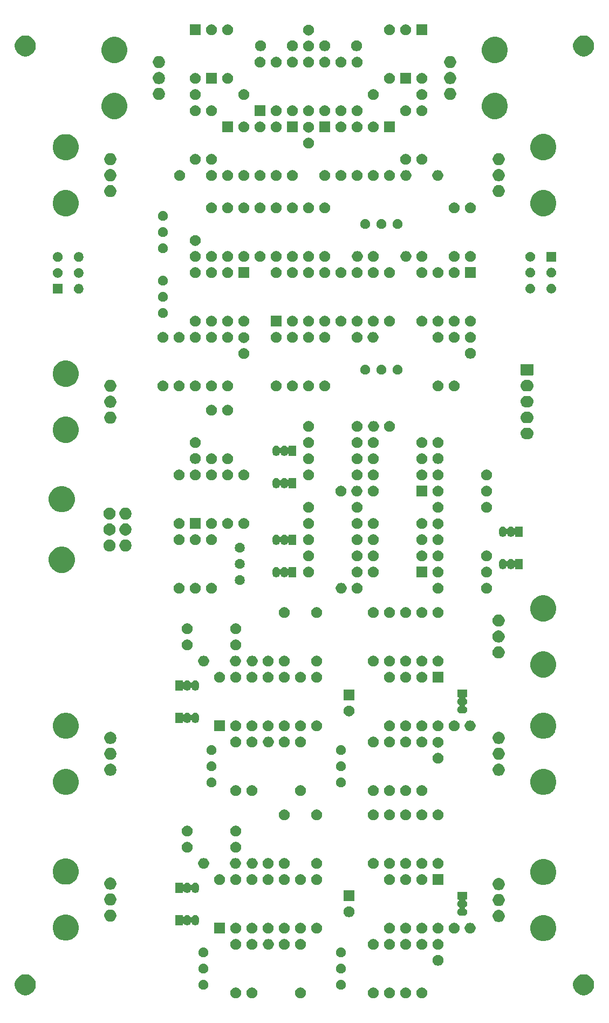
<source format=gbr>
G04 #@! TF.GenerationSoftware,KiCad,Pcbnew,(5.1.5)-3*
G04 #@! TF.CreationDate,2021-04-21T15:28:46+02:00*
G04 #@! TF.ProjectId,AnalogDrum_Metal,416e616c-6f67-4447-9275-6d5f4d657461,rev?*
G04 #@! TF.SameCoordinates,Original*
G04 #@! TF.FileFunction,Soldermask,Bot*
G04 #@! TF.FilePolarity,Negative*
%FSLAX46Y46*%
G04 Gerber Fmt 4.6, Leading zero omitted, Abs format (unit mm)*
G04 Created by KiCad (PCBNEW (5.1.5)-3) date 2021-04-21 15:28:46*
%MOMM*%
%LPD*%
G04 APERTURE LIST*
%ADD10C,0.100000*%
G04 APERTURE END LIST*
D10*
G36*
X123438228Y-179521703D02*
G01*
X123593100Y-179585853D01*
X123732481Y-179678985D01*
X123851015Y-179797519D01*
X123944147Y-179936900D01*
X124008297Y-180091772D01*
X124041000Y-180256184D01*
X124041000Y-180423816D01*
X124008297Y-180588228D01*
X123944147Y-180743100D01*
X123851015Y-180882481D01*
X123732481Y-181001015D01*
X123593100Y-181094147D01*
X123438228Y-181158297D01*
X123273816Y-181191000D01*
X123106184Y-181191000D01*
X122941772Y-181158297D01*
X122786900Y-181094147D01*
X122647519Y-181001015D01*
X122528985Y-180882481D01*
X122435853Y-180743100D01*
X122371703Y-180588228D01*
X122339000Y-180423816D01*
X122339000Y-180256184D01*
X122371703Y-180091772D01*
X122435853Y-179936900D01*
X122528985Y-179797519D01*
X122647519Y-179678985D01*
X122786900Y-179585853D01*
X122941772Y-179521703D01*
X123106184Y-179489000D01*
X123273816Y-179489000D01*
X123438228Y-179521703D01*
G37*
G36*
X120898228Y-179521703D02*
G01*
X121053100Y-179585853D01*
X121192481Y-179678985D01*
X121311015Y-179797519D01*
X121404147Y-179936900D01*
X121468297Y-180091772D01*
X121501000Y-180256184D01*
X121501000Y-180423816D01*
X121468297Y-180588228D01*
X121404147Y-180743100D01*
X121311015Y-180882481D01*
X121192481Y-181001015D01*
X121053100Y-181094147D01*
X120898228Y-181158297D01*
X120733816Y-181191000D01*
X120566184Y-181191000D01*
X120401772Y-181158297D01*
X120246900Y-181094147D01*
X120107519Y-181001015D01*
X119988985Y-180882481D01*
X119895853Y-180743100D01*
X119831703Y-180588228D01*
X119799000Y-180423816D01*
X119799000Y-180256184D01*
X119831703Y-180091772D01*
X119895853Y-179936900D01*
X119988985Y-179797519D01*
X120107519Y-179678985D01*
X120246900Y-179585853D01*
X120401772Y-179521703D01*
X120566184Y-179489000D01*
X120733816Y-179489000D01*
X120898228Y-179521703D01*
G37*
G36*
X118358228Y-179521703D02*
G01*
X118513100Y-179585853D01*
X118652481Y-179678985D01*
X118771015Y-179797519D01*
X118864147Y-179936900D01*
X118928297Y-180091772D01*
X118961000Y-180256184D01*
X118961000Y-180423816D01*
X118928297Y-180588228D01*
X118864147Y-180743100D01*
X118771015Y-180882481D01*
X118652481Y-181001015D01*
X118513100Y-181094147D01*
X118358228Y-181158297D01*
X118193816Y-181191000D01*
X118026184Y-181191000D01*
X117861772Y-181158297D01*
X117706900Y-181094147D01*
X117567519Y-181001015D01*
X117448985Y-180882481D01*
X117355853Y-180743100D01*
X117291703Y-180588228D01*
X117259000Y-180423816D01*
X117259000Y-180256184D01*
X117291703Y-180091772D01*
X117355853Y-179936900D01*
X117448985Y-179797519D01*
X117567519Y-179678985D01*
X117706900Y-179585853D01*
X117861772Y-179521703D01*
X118026184Y-179489000D01*
X118193816Y-179489000D01*
X118358228Y-179521703D01*
G37*
G36*
X115818228Y-179521703D02*
G01*
X115973100Y-179585853D01*
X116112481Y-179678985D01*
X116231015Y-179797519D01*
X116324147Y-179936900D01*
X116388297Y-180091772D01*
X116421000Y-180256184D01*
X116421000Y-180423816D01*
X116388297Y-180588228D01*
X116324147Y-180743100D01*
X116231015Y-180882481D01*
X116112481Y-181001015D01*
X115973100Y-181094147D01*
X115818228Y-181158297D01*
X115653816Y-181191000D01*
X115486184Y-181191000D01*
X115321772Y-181158297D01*
X115166900Y-181094147D01*
X115027519Y-181001015D01*
X114908985Y-180882481D01*
X114815853Y-180743100D01*
X114751703Y-180588228D01*
X114719000Y-180423816D01*
X114719000Y-180256184D01*
X114751703Y-180091772D01*
X114815853Y-179936900D01*
X114908985Y-179797519D01*
X115027519Y-179678985D01*
X115166900Y-179585853D01*
X115321772Y-179521703D01*
X115486184Y-179489000D01*
X115653816Y-179489000D01*
X115818228Y-179521703D01*
G37*
G36*
X104388228Y-179521703D02*
G01*
X104543100Y-179585853D01*
X104682481Y-179678985D01*
X104801015Y-179797519D01*
X104894147Y-179936900D01*
X104958297Y-180091772D01*
X104991000Y-180256184D01*
X104991000Y-180423816D01*
X104958297Y-180588228D01*
X104894147Y-180743100D01*
X104801015Y-180882481D01*
X104682481Y-181001015D01*
X104543100Y-181094147D01*
X104388228Y-181158297D01*
X104223816Y-181191000D01*
X104056184Y-181191000D01*
X103891772Y-181158297D01*
X103736900Y-181094147D01*
X103597519Y-181001015D01*
X103478985Y-180882481D01*
X103385853Y-180743100D01*
X103321703Y-180588228D01*
X103289000Y-180423816D01*
X103289000Y-180256184D01*
X103321703Y-180091772D01*
X103385853Y-179936900D01*
X103478985Y-179797519D01*
X103597519Y-179678985D01*
X103736900Y-179585853D01*
X103891772Y-179521703D01*
X104056184Y-179489000D01*
X104223816Y-179489000D01*
X104388228Y-179521703D01*
G37*
G36*
X94228228Y-179521703D02*
G01*
X94383100Y-179585853D01*
X94522481Y-179678985D01*
X94641015Y-179797519D01*
X94734147Y-179936900D01*
X94798297Y-180091772D01*
X94831000Y-180256184D01*
X94831000Y-180423816D01*
X94798297Y-180588228D01*
X94734147Y-180743100D01*
X94641015Y-180882481D01*
X94522481Y-181001015D01*
X94383100Y-181094147D01*
X94228228Y-181158297D01*
X94063816Y-181191000D01*
X93896184Y-181191000D01*
X93731772Y-181158297D01*
X93576900Y-181094147D01*
X93437519Y-181001015D01*
X93318985Y-180882481D01*
X93225853Y-180743100D01*
X93161703Y-180588228D01*
X93129000Y-180423816D01*
X93129000Y-180256184D01*
X93161703Y-180091772D01*
X93225853Y-179936900D01*
X93318985Y-179797519D01*
X93437519Y-179678985D01*
X93576900Y-179585853D01*
X93731772Y-179521703D01*
X93896184Y-179489000D01*
X94063816Y-179489000D01*
X94228228Y-179521703D01*
G37*
G36*
X96768228Y-179521703D02*
G01*
X96923100Y-179585853D01*
X97062481Y-179678985D01*
X97181015Y-179797519D01*
X97274147Y-179936900D01*
X97338297Y-180091772D01*
X97371000Y-180256184D01*
X97371000Y-180423816D01*
X97338297Y-180588228D01*
X97274147Y-180743100D01*
X97181015Y-180882481D01*
X97062481Y-181001015D01*
X96923100Y-181094147D01*
X96768228Y-181158297D01*
X96603816Y-181191000D01*
X96436184Y-181191000D01*
X96271772Y-181158297D01*
X96116900Y-181094147D01*
X95977519Y-181001015D01*
X95858985Y-180882481D01*
X95765853Y-180743100D01*
X95701703Y-180588228D01*
X95669000Y-180423816D01*
X95669000Y-180256184D01*
X95701703Y-180091772D01*
X95765853Y-179936900D01*
X95858985Y-179797519D01*
X95977519Y-179678985D01*
X96116900Y-179585853D01*
X96271772Y-179521703D01*
X96436184Y-179489000D01*
X96603816Y-179489000D01*
X96768228Y-179521703D01*
G37*
G36*
X61335256Y-177461298D02*
G01*
X61441579Y-177482447D01*
X61742042Y-177606903D01*
X62012451Y-177787585D01*
X62242415Y-178017549D01*
X62423097Y-178287958D01*
X62543451Y-178578517D01*
X62547553Y-178588422D01*
X62611000Y-178907389D01*
X62611000Y-179232611D01*
X62598611Y-179294893D01*
X62547553Y-179551579D01*
X62423097Y-179852042D01*
X62242415Y-180122451D01*
X62012451Y-180352415D01*
X61742042Y-180533097D01*
X61441579Y-180657553D01*
X61335256Y-180678702D01*
X61122611Y-180721000D01*
X60797389Y-180721000D01*
X60584744Y-180678702D01*
X60478421Y-180657553D01*
X60177958Y-180533097D01*
X59907549Y-180352415D01*
X59677585Y-180122451D01*
X59496903Y-179852042D01*
X59372447Y-179551579D01*
X59321389Y-179294893D01*
X59309000Y-179232611D01*
X59309000Y-178907389D01*
X59372447Y-178588422D01*
X59376550Y-178578517D01*
X59496903Y-178287958D01*
X59677585Y-178017549D01*
X59907549Y-177787585D01*
X60177958Y-177606903D01*
X60478421Y-177482447D01*
X60584744Y-177461298D01*
X60797389Y-177419000D01*
X61122611Y-177419000D01*
X61335256Y-177461298D01*
G37*
G36*
X148965256Y-177461298D02*
G01*
X149071579Y-177482447D01*
X149372042Y-177606903D01*
X149642451Y-177787585D01*
X149872415Y-178017549D01*
X150053097Y-178287958D01*
X150173451Y-178578517D01*
X150177553Y-178588422D01*
X150241000Y-178907389D01*
X150241000Y-179232611D01*
X150228611Y-179294893D01*
X150177553Y-179551579D01*
X150053097Y-179852042D01*
X149872415Y-180122451D01*
X149642451Y-180352415D01*
X149372042Y-180533097D01*
X149071579Y-180657553D01*
X148965256Y-180678702D01*
X148752611Y-180721000D01*
X148427389Y-180721000D01*
X148214744Y-180678702D01*
X148108421Y-180657553D01*
X147807958Y-180533097D01*
X147537549Y-180352415D01*
X147307585Y-180122451D01*
X147126903Y-179852042D01*
X147002447Y-179551579D01*
X146951389Y-179294893D01*
X146939000Y-179232611D01*
X146939000Y-178907389D01*
X147002447Y-178588422D01*
X147006550Y-178578517D01*
X147126903Y-178287958D01*
X147307585Y-178017549D01*
X147537549Y-177787585D01*
X147807958Y-177606903D01*
X148108421Y-177482447D01*
X148214744Y-177461298D01*
X148427389Y-177419000D01*
X148752611Y-177419000D01*
X148965256Y-177461298D01*
G37*
G36*
X89025589Y-178308876D02*
G01*
X89124893Y-178328629D01*
X89265206Y-178386748D01*
X89391484Y-178471125D01*
X89498875Y-178578516D01*
X89583252Y-178704794D01*
X89641371Y-178845107D01*
X89671000Y-178994063D01*
X89671000Y-179145937D01*
X89641371Y-179294893D01*
X89583252Y-179435206D01*
X89498875Y-179561484D01*
X89391484Y-179668875D01*
X89265206Y-179753252D01*
X89124893Y-179811371D01*
X89025589Y-179831124D01*
X88975938Y-179841000D01*
X88824062Y-179841000D01*
X88774411Y-179831124D01*
X88675107Y-179811371D01*
X88534794Y-179753252D01*
X88408516Y-179668875D01*
X88301125Y-179561484D01*
X88216748Y-179435206D01*
X88158629Y-179294893D01*
X88129000Y-179145937D01*
X88129000Y-178994063D01*
X88158629Y-178845107D01*
X88216748Y-178704794D01*
X88301125Y-178578516D01*
X88408516Y-178471125D01*
X88534794Y-178386748D01*
X88675107Y-178328629D01*
X88774411Y-178308876D01*
X88824062Y-178299000D01*
X88975938Y-178299000D01*
X89025589Y-178308876D01*
G37*
G36*
X110615589Y-178308876D02*
G01*
X110714893Y-178328629D01*
X110855206Y-178386748D01*
X110981484Y-178471125D01*
X111088875Y-178578516D01*
X111173252Y-178704794D01*
X111231371Y-178845107D01*
X111261000Y-178994063D01*
X111261000Y-179145937D01*
X111231371Y-179294893D01*
X111173252Y-179435206D01*
X111088875Y-179561484D01*
X110981484Y-179668875D01*
X110855206Y-179753252D01*
X110714893Y-179811371D01*
X110615589Y-179831124D01*
X110565938Y-179841000D01*
X110414062Y-179841000D01*
X110364411Y-179831124D01*
X110265107Y-179811371D01*
X110124794Y-179753252D01*
X109998516Y-179668875D01*
X109891125Y-179561484D01*
X109806748Y-179435206D01*
X109748629Y-179294893D01*
X109719000Y-179145937D01*
X109719000Y-178994063D01*
X109748629Y-178845107D01*
X109806748Y-178704794D01*
X109891125Y-178578516D01*
X109998516Y-178471125D01*
X110124794Y-178386748D01*
X110265107Y-178328629D01*
X110364411Y-178308876D01*
X110414062Y-178299000D01*
X110565938Y-178299000D01*
X110615589Y-178308876D01*
G37*
G36*
X110615589Y-175768876D02*
G01*
X110714893Y-175788629D01*
X110855206Y-175846748D01*
X110981484Y-175931125D01*
X111088875Y-176038516D01*
X111173252Y-176164794D01*
X111231371Y-176305107D01*
X111261000Y-176454063D01*
X111261000Y-176605937D01*
X111231371Y-176754893D01*
X111173252Y-176895206D01*
X111088875Y-177021484D01*
X110981484Y-177128875D01*
X110855206Y-177213252D01*
X110714893Y-177271371D01*
X110615589Y-177291124D01*
X110565938Y-177301000D01*
X110414062Y-177301000D01*
X110364411Y-177291124D01*
X110265107Y-177271371D01*
X110124794Y-177213252D01*
X109998516Y-177128875D01*
X109891125Y-177021484D01*
X109806748Y-176895206D01*
X109748629Y-176754893D01*
X109719000Y-176605937D01*
X109719000Y-176454063D01*
X109748629Y-176305107D01*
X109806748Y-176164794D01*
X109891125Y-176038516D01*
X109998516Y-175931125D01*
X110124794Y-175846748D01*
X110265107Y-175788629D01*
X110364411Y-175768876D01*
X110414062Y-175759000D01*
X110565938Y-175759000D01*
X110615589Y-175768876D01*
G37*
G36*
X89025589Y-175768876D02*
G01*
X89124893Y-175788629D01*
X89265206Y-175846748D01*
X89391484Y-175931125D01*
X89498875Y-176038516D01*
X89583252Y-176164794D01*
X89641371Y-176305107D01*
X89671000Y-176454063D01*
X89671000Y-176605937D01*
X89641371Y-176754893D01*
X89583252Y-176895206D01*
X89498875Y-177021484D01*
X89391484Y-177128875D01*
X89265206Y-177213252D01*
X89124893Y-177271371D01*
X89025589Y-177291124D01*
X88975938Y-177301000D01*
X88824062Y-177301000D01*
X88774411Y-177291124D01*
X88675107Y-177271371D01*
X88534794Y-177213252D01*
X88408516Y-177128875D01*
X88301125Y-177021484D01*
X88216748Y-176895206D01*
X88158629Y-176754893D01*
X88129000Y-176605937D01*
X88129000Y-176454063D01*
X88158629Y-176305107D01*
X88216748Y-176164794D01*
X88301125Y-176038516D01*
X88408516Y-175931125D01*
X88534794Y-175846748D01*
X88675107Y-175788629D01*
X88774411Y-175768876D01*
X88824062Y-175759000D01*
X88975938Y-175759000D01*
X89025589Y-175768876D01*
G37*
G36*
X125978228Y-174401703D02*
G01*
X126133100Y-174465853D01*
X126272481Y-174558985D01*
X126391015Y-174677519D01*
X126484147Y-174816900D01*
X126548297Y-174971772D01*
X126581000Y-175136184D01*
X126581000Y-175303816D01*
X126548297Y-175468228D01*
X126484147Y-175623100D01*
X126391015Y-175762481D01*
X126272481Y-175881015D01*
X126133100Y-175974147D01*
X125978228Y-176038297D01*
X125813816Y-176071000D01*
X125646184Y-176071000D01*
X125481772Y-176038297D01*
X125326900Y-175974147D01*
X125187519Y-175881015D01*
X125068985Y-175762481D01*
X124975853Y-175623100D01*
X124911703Y-175468228D01*
X124879000Y-175303816D01*
X124879000Y-175136184D01*
X124911703Y-174971772D01*
X124975853Y-174816900D01*
X125068985Y-174677519D01*
X125187519Y-174558985D01*
X125326900Y-174465853D01*
X125481772Y-174401703D01*
X125646184Y-174369000D01*
X125813816Y-174369000D01*
X125978228Y-174401703D01*
G37*
G36*
X89025589Y-173228876D02*
G01*
X89124893Y-173248629D01*
X89265206Y-173306748D01*
X89391484Y-173391125D01*
X89498875Y-173498516D01*
X89583252Y-173624794D01*
X89641371Y-173765107D01*
X89671000Y-173914063D01*
X89671000Y-174065937D01*
X89641371Y-174214893D01*
X89583252Y-174355206D01*
X89498875Y-174481484D01*
X89391484Y-174588875D01*
X89265206Y-174673252D01*
X89124893Y-174731371D01*
X89025589Y-174751124D01*
X88975938Y-174761000D01*
X88824062Y-174761000D01*
X88774411Y-174751124D01*
X88675107Y-174731371D01*
X88534794Y-174673252D01*
X88408516Y-174588875D01*
X88301125Y-174481484D01*
X88216748Y-174355206D01*
X88158629Y-174214893D01*
X88129000Y-174065937D01*
X88129000Y-173914063D01*
X88158629Y-173765107D01*
X88216748Y-173624794D01*
X88301125Y-173498516D01*
X88408516Y-173391125D01*
X88534794Y-173306748D01*
X88675107Y-173248629D01*
X88774411Y-173228876D01*
X88824062Y-173219000D01*
X88975938Y-173219000D01*
X89025589Y-173228876D01*
G37*
G36*
X110615589Y-173228876D02*
G01*
X110714893Y-173248629D01*
X110855206Y-173306748D01*
X110981484Y-173391125D01*
X111088875Y-173498516D01*
X111173252Y-173624794D01*
X111231371Y-173765107D01*
X111261000Y-173914063D01*
X111261000Y-174065937D01*
X111231371Y-174214893D01*
X111173252Y-174355206D01*
X111088875Y-174481484D01*
X110981484Y-174588875D01*
X110855206Y-174673252D01*
X110714893Y-174731371D01*
X110615589Y-174751124D01*
X110565938Y-174761000D01*
X110414062Y-174761000D01*
X110364411Y-174751124D01*
X110265107Y-174731371D01*
X110124794Y-174673252D01*
X109998516Y-174588875D01*
X109891125Y-174481484D01*
X109806748Y-174355206D01*
X109748629Y-174214893D01*
X109719000Y-174065937D01*
X109719000Y-173914063D01*
X109748629Y-173765107D01*
X109806748Y-173624794D01*
X109891125Y-173498516D01*
X109998516Y-173391125D01*
X110124794Y-173306748D01*
X110265107Y-173248629D01*
X110364411Y-173228876D01*
X110414062Y-173219000D01*
X110565938Y-173219000D01*
X110615589Y-173228876D01*
G37*
G36*
X101848228Y-171901703D02*
G01*
X102003100Y-171965853D01*
X102142481Y-172058985D01*
X102261015Y-172177519D01*
X102354147Y-172316900D01*
X102418297Y-172471772D01*
X102451000Y-172636184D01*
X102451000Y-172803816D01*
X102418297Y-172968228D01*
X102354147Y-173123100D01*
X102261015Y-173262481D01*
X102142481Y-173381015D01*
X102003100Y-173474147D01*
X101848228Y-173538297D01*
X101683816Y-173571000D01*
X101516184Y-173571000D01*
X101351772Y-173538297D01*
X101196900Y-173474147D01*
X101057519Y-173381015D01*
X100938985Y-173262481D01*
X100845853Y-173123100D01*
X100781703Y-172968228D01*
X100749000Y-172803816D01*
X100749000Y-172636184D01*
X100781703Y-172471772D01*
X100845853Y-172316900D01*
X100938985Y-172177519D01*
X101057519Y-172058985D01*
X101196900Y-171965853D01*
X101351772Y-171901703D01*
X101516184Y-171869000D01*
X101683816Y-171869000D01*
X101848228Y-171901703D01*
G37*
G36*
X118358228Y-171901703D02*
G01*
X118513100Y-171965853D01*
X118652481Y-172058985D01*
X118771015Y-172177519D01*
X118864147Y-172316900D01*
X118928297Y-172471772D01*
X118961000Y-172636184D01*
X118961000Y-172803816D01*
X118928297Y-172968228D01*
X118864147Y-173123100D01*
X118771015Y-173262481D01*
X118652481Y-173381015D01*
X118513100Y-173474147D01*
X118358228Y-173538297D01*
X118193816Y-173571000D01*
X118026184Y-173571000D01*
X117861772Y-173538297D01*
X117706900Y-173474147D01*
X117567519Y-173381015D01*
X117448985Y-173262481D01*
X117355853Y-173123100D01*
X117291703Y-172968228D01*
X117259000Y-172803816D01*
X117259000Y-172636184D01*
X117291703Y-172471772D01*
X117355853Y-172316900D01*
X117448985Y-172177519D01*
X117567519Y-172058985D01*
X117706900Y-171965853D01*
X117861772Y-171901703D01*
X118026184Y-171869000D01*
X118193816Y-171869000D01*
X118358228Y-171901703D01*
G37*
G36*
X115818228Y-171901703D02*
G01*
X115973100Y-171965853D01*
X116112481Y-172058985D01*
X116231015Y-172177519D01*
X116324147Y-172316900D01*
X116388297Y-172471772D01*
X116421000Y-172636184D01*
X116421000Y-172803816D01*
X116388297Y-172968228D01*
X116324147Y-173123100D01*
X116231015Y-173262481D01*
X116112481Y-173381015D01*
X115973100Y-173474147D01*
X115818228Y-173538297D01*
X115653816Y-173571000D01*
X115486184Y-173571000D01*
X115321772Y-173538297D01*
X115166900Y-173474147D01*
X115027519Y-173381015D01*
X114908985Y-173262481D01*
X114815853Y-173123100D01*
X114751703Y-172968228D01*
X114719000Y-172803816D01*
X114719000Y-172636184D01*
X114751703Y-172471772D01*
X114815853Y-172316900D01*
X114908985Y-172177519D01*
X115027519Y-172058985D01*
X115166900Y-171965853D01*
X115321772Y-171901703D01*
X115486184Y-171869000D01*
X115653816Y-171869000D01*
X115818228Y-171901703D01*
G37*
G36*
X96768228Y-171901703D02*
G01*
X96923100Y-171965853D01*
X97062481Y-172058985D01*
X97181015Y-172177519D01*
X97274147Y-172316900D01*
X97338297Y-172471772D01*
X97371000Y-172636184D01*
X97371000Y-172803816D01*
X97338297Y-172968228D01*
X97274147Y-173123100D01*
X97181015Y-173262481D01*
X97062481Y-173381015D01*
X96923100Y-173474147D01*
X96768228Y-173538297D01*
X96603816Y-173571000D01*
X96436184Y-173571000D01*
X96271772Y-173538297D01*
X96116900Y-173474147D01*
X95977519Y-173381015D01*
X95858985Y-173262481D01*
X95765853Y-173123100D01*
X95701703Y-172968228D01*
X95669000Y-172803816D01*
X95669000Y-172636184D01*
X95701703Y-172471772D01*
X95765853Y-172316900D01*
X95858985Y-172177519D01*
X95977519Y-172058985D01*
X96116900Y-171965853D01*
X96271772Y-171901703D01*
X96436184Y-171869000D01*
X96603816Y-171869000D01*
X96768228Y-171901703D01*
G37*
G36*
X123438228Y-171901703D02*
G01*
X123593100Y-171965853D01*
X123732481Y-172058985D01*
X123851015Y-172177519D01*
X123944147Y-172316900D01*
X124008297Y-172471772D01*
X124041000Y-172636184D01*
X124041000Y-172803816D01*
X124008297Y-172968228D01*
X123944147Y-173123100D01*
X123851015Y-173262481D01*
X123732481Y-173381015D01*
X123593100Y-173474147D01*
X123438228Y-173538297D01*
X123273816Y-173571000D01*
X123106184Y-173571000D01*
X122941772Y-173538297D01*
X122786900Y-173474147D01*
X122647519Y-173381015D01*
X122528985Y-173262481D01*
X122435853Y-173123100D01*
X122371703Y-172968228D01*
X122339000Y-172803816D01*
X122339000Y-172636184D01*
X122371703Y-172471772D01*
X122435853Y-172316900D01*
X122528985Y-172177519D01*
X122647519Y-172058985D01*
X122786900Y-171965853D01*
X122941772Y-171901703D01*
X123106184Y-171869000D01*
X123273816Y-171869000D01*
X123438228Y-171901703D01*
G37*
G36*
X120898228Y-171901703D02*
G01*
X121053100Y-171965853D01*
X121192481Y-172058985D01*
X121311015Y-172177519D01*
X121404147Y-172316900D01*
X121468297Y-172471772D01*
X121501000Y-172636184D01*
X121501000Y-172803816D01*
X121468297Y-172968228D01*
X121404147Y-173123100D01*
X121311015Y-173262481D01*
X121192481Y-173381015D01*
X121053100Y-173474147D01*
X120898228Y-173538297D01*
X120733816Y-173571000D01*
X120566184Y-173571000D01*
X120401772Y-173538297D01*
X120246900Y-173474147D01*
X120107519Y-173381015D01*
X119988985Y-173262481D01*
X119895853Y-173123100D01*
X119831703Y-172968228D01*
X119799000Y-172803816D01*
X119799000Y-172636184D01*
X119831703Y-172471772D01*
X119895853Y-172316900D01*
X119988985Y-172177519D01*
X120107519Y-172058985D01*
X120246900Y-171965853D01*
X120401772Y-171901703D01*
X120566184Y-171869000D01*
X120733816Y-171869000D01*
X120898228Y-171901703D01*
G37*
G36*
X104388228Y-171901703D02*
G01*
X104543100Y-171965853D01*
X104682481Y-172058985D01*
X104801015Y-172177519D01*
X104894147Y-172316900D01*
X104958297Y-172471772D01*
X104991000Y-172636184D01*
X104991000Y-172803816D01*
X104958297Y-172968228D01*
X104894147Y-173123100D01*
X104801015Y-173262481D01*
X104682481Y-173381015D01*
X104543100Y-173474147D01*
X104388228Y-173538297D01*
X104223816Y-173571000D01*
X104056184Y-173571000D01*
X103891772Y-173538297D01*
X103736900Y-173474147D01*
X103597519Y-173381015D01*
X103478985Y-173262481D01*
X103385853Y-173123100D01*
X103321703Y-172968228D01*
X103289000Y-172803816D01*
X103289000Y-172636184D01*
X103321703Y-172471772D01*
X103385853Y-172316900D01*
X103478985Y-172177519D01*
X103597519Y-172058985D01*
X103736900Y-171965853D01*
X103891772Y-171901703D01*
X104056184Y-171869000D01*
X104223816Y-171869000D01*
X104388228Y-171901703D01*
G37*
G36*
X99348228Y-171901703D02*
G01*
X99503100Y-171965853D01*
X99642481Y-172058985D01*
X99761015Y-172177519D01*
X99854147Y-172316900D01*
X99918297Y-172471772D01*
X99951000Y-172636184D01*
X99951000Y-172803816D01*
X99918297Y-172968228D01*
X99854147Y-173123100D01*
X99761015Y-173262481D01*
X99642481Y-173381015D01*
X99503100Y-173474147D01*
X99348228Y-173538297D01*
X99183816Y-173571000D01*
X99016184Y-173571000D01*
X98851772Y-173538297D01*
X98696900Y-173474147D01*
X98557519Y-173381015D01*
X98438985Y-173262481D01*
X98345853Y-173123100D01*
X98281703Y-172968228D01*
X98249000Y-172803816D01*
X98249000Y-172636184D01*
X98281703Y-172471772D01*
X98345853Y-172316900D01*
X98438985Y-172177519D01*
X98557519Y-172058985D01*
X98696900Y-171965853D01*
X98851772Y-171901703D01*
X99016184Y-171869000D01*
X99183816Y-171869000D01*
X99348228Y-171901703D01*
G37*
G36*
X125978228Y-171901703D02*
G01*
X126133100Y-171965853D01*
X126272481Y-172058985D01*
X126391015Y-172177519D01*
X126484147Y-172316900D01*
X126548297Y-172471772D01*
X126581000Y-172636184D01*
X126581000Y-172803816D01*
X126548297Y-172968228D01*
X126484147Y-173123100D01*
X126391015Y-173262481D01*
X126272481Y-173381015D01*
X126133100Y-173474147D01*
X125978228Y-173538297D01*
X125813816Y-173571000D01*
X125646184Y-173571000D01*
X125481772Y-173538297D01*
X125326900Y-173474147D01*
X125187519Y-173381015D01*
X125068985Y-173262481D01*
X124975853Y-173123100D01*
X124911703Y-172968228D01*
X124879000Y-172803816D01*
X124879000Y-172636184D01*
X124911703Y-172471772D01*
X124975853Y-172316900D01*
X125068985Y-172177519D01*
X125187519Y-172058985D01*
X125326900Y-171965853D01*
X125481772Y-171901703D01*
X125646184Y-171869000D01*
X125813816Y-171869000D01*
X125978228Y-171901703D01*
G37*
G36*
X94228228Y-171901703D02*
G01*
X94383100Y-171965853D01*
X94522481Y-172058985D01*
X94641015Y-172177519D01*
X94734147Y-172316900D01*
X94798297Y-172471772D01*
X94831000Y-172636184D01*
X94831000Y-172803816D01*
X94798297Y-172968228D01*
X94734147Y-173123100D01*
X94641015Y-173262481D01*
X94522481Y-173381015D01*
X94383100Y-173474147D01*
X94228228Y-173538297D01*
X94063816Y-173571000D01*
X93896184Y-173571000D01*
X93731772Y-173538297D01*
X93576900Y-173474147D01*
X93437519Y-173381015D01*
X93318985Y-173262481D01*
X93225853Y-173123100D01*
X93161703Y-172968228D01*
X93129000Y-172803816D01*
X93129000Y-172636184D01*
X93161703Y-172471772D01*
X93225853Y-172316900D01*
X93318985Y-172177519D01*
X93437519Y-172058985D01*
X93576900Y-171965853D01*
X93731772Y-171901703D01*
X93896184Y-171869000D01*
X94063816Y-171869000D01*
X94228228Y-171901703D01*
G37*
G36*
X142853254Y-168202818D02*
G01*
X143218597Y-168354148D01*
X143226513Y-168357427D01*
X143562436Y-168581884D01*
X143848116Y-168867564D01*
X144063196Y-169189453D01*
X144072574Y-169203489D01*
X144227182Y-169576746D01*
X144306000Y-169972993D01*
X144306000Y-170377007D01*
X144227182Y-170773254D01*
X144133967Y-170998295D01*
X144072573Y-171146513D01*
X143848116Y-171482436D01*
X143562436Y-171768116D01*
X143226513Y-171992573D01*
X143226512Y-171992574D01*
X143226511Y-171992574D01*
X142853254Y-172147182D01*
X142457007Y-172226000D01*
X142052993Y-172226000D01*
X141656746Y-172147182D01*
X141283489Y-171992574D01*
X141283488Y-171992574D01*
X141283487Y-171992573D01*
X140947564Y-171768116D01*
X140661884Y-171482436D01*
X140437427Y-171146513D01*
X140376033Y-170998295D01*
X140282818Y-170773254D01*
X140204000Y-170377007D01*
X140204000Y-169972993D01*
X140282818Y-169576746D01*
X140437426Y-169203489D01*
X140446805Y-169189453D01*
X140661884Y-168867564D01*
X140947564Y-168581884D01*
X141283487Y-168357427D01*
X141291403Y-168354148D01*
X141656746Y-168202818D01*
X142052993Y-168124000D01*
X142457007Y-168124000D01*
X142853254Y-168202818D01*
G37*
G36*
X67893254Y-168122818D02*
G01*
X68262431Y-168275736D01*
X68266513Y-168277427D01*
X68602436Y-168501884D01*
X68888116Y-168787564D01*
X69108750Y-169117765D01*
X69112574Y-169123489D01*
X69267182Y-169496746D01*
X69346000Y-169892993D01*
X69346000Y-170297007D01*
X69267182Y-170693254D01*
X69140830Y-170998295D01*
X69112573Y-171066513D01*
X68888116Y-171402436D01*
X68602436Y-171688116D01*
X68266513Y-171912573D01*
X68266512Y-171912574D01*
X68266511Y-171912574D01*
X67893254Y-172067182D01*
X67497007Y-172146000D01*
X67092993Y-172146000D01*
X66696746Y-172067182D01*
X66323489Y-171912574D01*
X66323488Y-171912574D01*
X66323487Y-171912573D01*
X65987564Y-171688116D01*
X65701884Y-171402436D01*
X65477427Y-171066513D01*
X65449170Y-170998295D01*
X65322818Y-170693254D01*
X65244000Y-170297007D01*
X65244000Y-169892993D01*
X65322818Y-169496746D01*
X65477426Y-169123489D01*
X65481251Y-169117765D01*
X65701884Y-168787564D01*
X65987564Y-168501884D01*
X66323487Y-168277427D01*
X66327569Y-168275736D01*
X66696746Y-168122818D01*
X67092993Y-168044000D01*
X67497007Y-168044000D01*
X67893254Y-168122818D01*
G37*
G36*
X96768228Y-169361703D02*
G01*
X96923100Y-169425853D01*
X97062481Y-169518985D01*
X97181015Y-169637519D01*
X97274147Y-169776900D01*
X97338297Y-169931772D01*
X97371000Y-170096184D01*
X97371000Y-170263816D01*
X97338297Y-170428228D01*
X97274147Y-170583100D01*
X97181015Y-170722481D01*
X97062481Y-170841015D01*
X96923100Y-170934147D01*
X96768228Y-170998297D01*
X96603816Y-171031000D01*
X96436184Y-171031000D01*
X96271772Y-170998297D01*
X96116900Y-170934147D01*
X95977519Y-170841015D01*
X95858985Y-170722481D01*
X95765853Y-170583100D01*
X95701703Y-170428228D01*
X95669000Y-170263816D01*
X95669000Y-170096184D01*
X95701703Y-169931772D01*
X95765853Y-169776900D01*
X95858985Y-169637519D01*
X95977519Y-169518985D01*
X96116900Y-169425853D01*
X96271772Y-169361703D01*
X96436184Y-169329000D01*
X96603816Y-169329000D01*
X96768228Y-169361703D01*
G37*
G36*
X123438228Y-169361703D02*
G01*
X123593100Y-169425853D01*
X123732481Y-169518985D01*
X123851015Y-169637519D01*
X123944147Y-169776900D01*
X124008297Y-169931772D01*
X124041000Y-170096184D01*
X124041000Y-170263816D01*
X124008297Y-170428228D01*
X123944147Y-170583100D01*
X123851015Y-170722481D01*
X123732481Y-170841015D01*
X123593100Y-170934147D01*
X123438228Y-170998297D01*
X123273816Y-171031000D01*
X123106184Y-171031000D01*
X122941772Y-170998297D01*
X122786900Y-170934147D01*
X122647519Y-170841015D01*
X122528985Y-170722481D01*
X122435853Y-170583100D01*
X122371703Y-170428228D01*
X122339000Y-170263816D01*
X122339000Y-170096184D01*
X122371703Y-169931772D01*
X122435853Y-169776900D01*
X122528985Y-169637519D01*
X122647519Y-169518985D01*
X122786900Y-169425853D01*
X122941772Y-169361703D01*
X123106184Y-169329000D01*
X123273816Y-169329000D01*
X123438228Y-169361703D01*
G37*
G36*
X120898228Y-169361703D02*
G01*
X121053100Y-169425853D01*
X121192481Y-169518985D01*
X121311015Y-169637519D01*
X121404147Y-169776900D01*
X121468297Y-169931772D01*
X121501000Y-170096184D01*
X121501000Y-170263816D01*
X121468297Y-170428228D01*
X121404147Y-170583100D01*
X121311015Y-170722481D01*
X121192481Y-170841015D01*
X121053100Y-170934147D01*
X120898228Y-170998297D01*
X120733816Y-171031000D01*
X120566184Y-171031000D01*
X120401772Y-170998297D01*
X120246900Y-170934147D01*
X120107519Y-170841015D01*
X119988985Y-170722481D01*
X119895853Y-170583100D01*
X119831703Y-170428228D01*
X119799000Y-170263816D01*
X119799000Y-170096184D01*
X119831703Y-169931772D01*
X119895853Y-169776900D01*
X119988985Y-169637519D01*
X120107519Y-169518985D01*
X120246900Y-169425853D01*
X120401772Y-169361703D01*
X120566184Y-169329000D01*
X120733816Y-169329000D01*
X120898228Y-169361703D01*
G37*
G36*
X118358228Y-169361703D02*
G01*
X118513100Y-169425853D01*
X118652481Y-169518985D01*
X118771015Y-169637519D01*
X118864147Y-169776900D01*
X118928297Y-169931772D01*
X118961000Y-170096184D01*
X118961000Y-170263816D01*
X118928297Y-170428228D01*
X118864147Y-170583100D01*
X118771015Y-170722481D01*
X118652481Y-170841015D01*
X118513100Y-170934147D01*
X118358228Y-170998297D01*
X118193816Y-171031000D01*
X118026184Y-171031000D01*
X117861772Y-170998297D01*
X117706900Y-170934147D01*
X117567519Y-170841015D01*
X117448985Y-170722481D01*
X117355853Y-170583100D01*
X117291703Y-170428228D01*
X117259000Y-170263816D01*
X117259000Y-170096184D01*
X117291703Y-169931772D01*
X117355853Y-169776900D01*
X117448985Y-169637519D01*
X117567519Y-169518985D01*
X117706900Y-169425853D01*
X117861772Y-169361703D01*
X118026184Y-169329000D01*
X118193816Y-169329000D01*
X118358228Y-169361703D01*
G37*
G36*
X94228228Y-169361703D02*
G01*
X94383100Y-169425853D01*
X94522481Y-169518985D01*
X94641015Y-169637519D01*
X94734147Y-169776900D01*
X94798297Y-169931772D01*
X94831000Y-170096184D01*
X94831000Y-170263816D01*
X94798297Y-170428228D01*
X94734147Y-170583100D01*
X94641015Y-170722481D01*
X94522481Y-170841015D01*
X94383100Y-170934147D01*
X94228228Y-170998297D01*
X94063816Y-171031000D01*
X93896184Y-171031000D01*
X93731772Y-170998297D01*
X93576900Y-170934147D01*
X93437519Y-170841015D01*
X93318985Y-170722481D01*
X93225853Y-170583100D01*
X93161703Y-170428228D01*
X93129000Y-170263816D01*
X93129000Y-170096184D01*
X93161703Y-169931772D01*
X93225853Y-169776900D01*
X93318985Y-169637519D01*
X93437519Y-169518985D01*
X93576900Y-169425853D01*
X93731772Y-169361703D01*
X93896184Y-169329000D01*
X94063816Y-169329000D01*
X94228228Y-169361703D01*
G37*
G36*
X92291000Y-171031000D02*
G01*
X90589000Y-171031000D01*
X90589000Y-169329000D01*
X92291000Y-169329000D01*
X92291000Y-171031000D01*
G37*
G36*
X99308228Y-169361703D02*
G01*
X99463100Y-169425853D01*
X99602481Y-169518985D01*
X99721015Y-169637519D01*
X99814147Y-169776900D01*
X99878297Y-169931772D01*
X99911000Y-170096184D01*
X99911000Y-170263816D01*
X99878297Y-170428228D01*
X99814147Y-170583100D01*
X99721015Y-170722481D01*
X99602481Y-170841015D01*
X99463100Y-170934147D01*
X99308228Y-170998297D01*
X99143816Y-171031000D01*
X98976184Y-171031000D01*
X98811772Y-170998297D01*
X98656900Y-170934147D01*
X98517519Y-170841015D01*
X98398985Y-170722481D01*
X98305853Y-170583100D01*
X98241703Y-170428228D01*
X98209000Y-170263816D01*
X98209000Y-170096184D01*
X98241703Y-169931772D01*
X98305853Y-169776900D01*
X98398985Y-169637519D01*
X98517519Y-169518985D01*
X98656900Y-169425853D01*
X98811772Y-169361703D01*
X98976184Y-169329000D01*
X99143816Y-169329000D01*
X99308228Y-169361703D01*
G37*
G36*
X101848228Y-169361703D02*
G01*
X102003100Y-169425853D01*
X102142481Y-169518985D01*
X102261015Y-169637519D01*
X102354147Y-169776900D01*
X102418297Y-169931772D01*
X102451000Y-170096184D01*
X102451000Y-170263816D01*
X102418297Y-170428228D01*
X102354147Y-170583100D01*
X102261015Y-170722481D01*
X102142481Y-170841015D01*
X102003100Y-170934147D01*
X101848228Y-170998297D01*
X101683816Y-171031000D01*
X101516184Y-171031000D01*
X101351772Y-170998297D01*
X101196900Y-170934147D01*
X101057519Y-170841015D01*
X100938985Y-170722481D01*
X100845853Y-170583100D01*
X100781703Y-170428228D01*
X100749000Y-170263816D01*
X100749000Y-170096184D01*
X100781703Y-169931772D01*
X100845853Y-169776900D01*
X100938985Y-169637519D01*
X101057519Y-169518985D01*
X101196900Y-169425853D01*
X101351772Y-169361703D01*
X101516184Y-169329000D01*
X101683816Y-169329000D01*
X101848228Y-169361703D01*
G37*
G36*
X131018228Y-169361703D02*
G01*
X131173100Y-169425853D01*
X131312481Y-169518985D01*
X131431015Y-169637519D01*
X131524147Y-169776900D01*
X131588297Y-169931772D01*
X131621000Y-170096184D01*
X131621000Y-170263816D01*
X131588297Y-170428228D01*
X131524147Y-170583100D01*
X131431015Y-170722481D01*
X131312481Y-170841015D01*
X131173100Y-170934147D01*
X131018228Y-170998297D01*
X130853816Y-171031000D01*
X130686184Y-171031000D01*
X130521772Y-170998297D01*
X130366900Y-170934147D01*
X130227519Y-170841015D01*
X130108985Y-170722481D01*
X130015853Y-170583100D01*
X129951703Y-170428228D01*
X129919000Y-170263816D01*
X129919000Y-170096184D01*
X129951703Y-169931772D01*
X130015853Y-169776900D01*
X130108985Y-169637519D01*
X130227519Y-169518985D01*
X130366900Y-169425853D01*
X130521772Y-169361703D01*
X130686184Y-169329000D01*
X130853816Y-169329000D01*
X131018228Y-169361703D01*
G37*
G36*
X128518228Y-169361703D02*
G01*
X128673100Y-169425853D01*
X128812481Y-169518985D01*
X128931015Y-169637519D01*
X129024147Y-169776900D01*
X129088297Y-169931772D01*
X129121000Y-170096184D01*
X129121000Y-170263816D01*
X129088297Y-170428228D01*
X129024147Y-170583100D01*
X128931015Y-170722481D01*
X128812481Y-170841015D01*
X128673100Y-170934147D01*
X128518228Y-170998297D01*
X128353816Y-171031000D01*
X128186184Y-171031000D01*
X128021772Y-170998297D01*
X127866900Y-170934147D01*
X127727519Y-170841015D01*
X127608985Y-170722481D01*
X127515853Y-170583100D01*
X127451703Y-170428228D01*
X127419000Y-170263816D01*
X127419000Y-170096184D01*
X127451703Y-169931772D01*
X127515853Y-169776900D01*
X127608985Y-169637519D01*
X127727519Y-169518985D01*
X127866900Y-169425853D01*
X128021772Y-169361703D01*
X128186184Y-169329000D01*
X128353816Y-169329000D01*
X128518228Y-169361703D01*
G37*
G36*
X104388228Y-169361703D02*
G01*
X104543100Y-169425853D01*
X104682481Y-169518985D01*
X104801015Y-169637519D01*
X104894147Y-169776900D01*
X104958297Y-169931772D01*
X104991000Y-170096184D01*
X104991000Y-170263816D01*
X104958297Y-170428228D01*
X104894147Y-170583100D01*
X104801015Y-170722481D01*
X104682481Y-170841015D01*
X104543100Y-170934147D01*
X104388228Y-170998297D01*
X104223816Y-171031000D01*
X104056184Y-171031000D01*
X103891772Y-170998297D01*
X103736900Y-170934147D01*
X103597519Y-170841015D01*
X103478985Y-170722481D01*
X103385853Y-170583100D01*
X103321703Y-170428228D01*
X103289000Y-170263816D01*
X103289000Y-170096184D01*
X103321703Y-169931772D01*
X103385853Y-169776900D01*
X103478985Y-169637519D01*
X103597519Y-169518985D01*
X103736900Y-169425853D01*
X103891772Y-169361703D01*
X104056184Y-169329000D01*
X104223816Y-169329000D01*
X104388228Y-169361703D01*
G37*
G36*
X106928228Y-169361703D02*
G01*
X107083100Y-169425853D01*
X107222481Y-169518985D01*
X107341015Y-169637519D01*
X107434147Y-169776900D01*
X107498297Y-169931772D01*
X107531000Y-170096184D01*
X107531000Y-170263816D01*
X107498297Y-170428228D01*
X107434147Y-170583100D01*
X107341015Y-170722481D01*
X107222481Y-170841015D01*
X107083100Y-170934147D01*
X106928228Y-170998297D01*
X106763816Y-171031000D01*
X106596184Y-171031000D01*
X106431772Y-170998297D01*
X106276900Y-170934147D01*
X106137519Y-170841015D01*
X106018985Y-170722481D01*
X105925853Y-170583100D01*
X105861703Y-170428228D01*
X105829000Y-170263816D01*
X105829000Y-170096184D01*
X105861703Y-169931772D01*
X105925853Y-169776900D01*
X106018985Y-169637519D01*
X106137519Y-169518985D01*
X106276900Y-169425853D01*
X106431772Y-169361703D01*
X106596184Y-169329000D01*
X106763816Y-169329000D01*
X106928228Y-169361703D01*
G37*
G36*
X125978228Y-169361703D02*
G01*
X126133100Y-169425853D01*
X126272481Y-169518985D01*
X126391015Y-169637519D01*
X126484147Y-169776900D01*
X126548297Y-169931772D01*
X126581000Y-170096184D01*
X126581000Y-170263816D01*
X126548297Y-170428228D01*
X126484147Y-170583100D01*
X126391015Y-170722481D01*
X126272481Y-170841015D01*
X126133100Y-170934147D01*
X125978228Y-170998297D01*
X125813816Y-171031000D01*
X125646184Y-171031000D01*
X125481772Y-170998297D01*
X125326900Y-170934147D01*
X125187519Y-170841015D01*
X125068985Y-170722481D01*
X124975853Y-170583100D01*
X124911703Y-170428228D01*
X124879000Y-170263816D01*
X124879000Y-170096184D01*
X124911703Y-169931772D01*
X124975853Y-169776900D01*
X125068985Y-169637519D01*
X125187519Y-169518985D01*
X125326900Y-169425853D01*
X125481772Y-169361703D01*
X125646184Y-169329000D01*
X125813816Y-169329000D01*
X125978228Y-169361703D01*
G37*
G36*
X87742915Y-168117334D02*
G01*
X87851491Y-168150271D01*
X87851494Y-168150272D01*
X87887600Y-168169571D01*
X87951556Y-168203756D01*
X88039264Y-168275736D01*
X88111244Y-168363443D01*
X88145429Y-168427399D01*
X88164728Y-168463505D01*
X88164729Y-168463508D01*
X88197666Y-168572084D01*
X88206000Y-168656702D01*
X88206000Y-169163297D01*
X88197666Y-169247916D01*
X88165252Y-169354767D01*
X88164728Y-169356495D01*
X88161944Y-169361703D01*
X88111244Y-169456557D01*
X88039264Y-169544264D01*
X87951557Y-169616244D01*
X87887601Y-169650429D01*
X87851495Y-169669728D01*
X87851492Y-169669729D01*
X87742916Y-169702666D01*
X87630000Y-169713787D01*
X87517085Y-169702666D01*
X87408509Y-169669729D01*
X87408506Y-169669728D01*
X87372400Y-169650429D01*
X87308444Y-169616244D01*
X87220737Y-169544264D01*
X87148757Y-169456557D01*
X87105239Y-169375141D01*
X87091625Y-169354766D01*
X87074298Y-169337439D01*
X87053924Y-169323826D01*
X87031285Y-169314448D01*
X87007252Y-169309668D01*
X86982748Y-169309668D01*
X86958715Y-169314448D01*
X86936076Y-169323826D01*
X86915701Y-169337440D01*
X86898374Y-169354767D01*
X86884761Y-169375141D01*
X86841244Y-169456557D01*
X86769264Y-169544264D01*
X86681557Y-169616244D01*
X86617601Y-169650429D01*
X86581495Y-169669728D01*
X86581492Y-169669729D01*
X86472916Y-169702666D01*
X86360000Y-169713787D01*
X86247085Y-169702666D01*
X86138509Y-169669729D01*
X86138506Y-169669728D01*
X86102400Y-169650429D01*
X86038444Y-169616244D01*
X85950737Y-169544264D01*
X85887622Y-169467359D01*
X85870297Y-169450034D01*
X85849923Y-169436420D01*
X85827284Y-169427043D01*
X85803250Y-169422263D01*
X85778746Y-169422263D01*
X85754713Y-169427044D01*
X85732074Y-169436421D01*
X85711700Y-169450035D01*
X85694373Y-169467362D01*
X85680759Y-169487736D01*
X85671382Y-169510375D01*
X85666000Y-169546660D01*
X85666000Y-169711000D01*
X84514000Y-169711000D01*
X84514000Y-168109000D01*
X85666000Y-168109000D01*
X85666000Y-168273341D01*
X85668402Y-168297727D01*
X85675515Y-168321176D01*
X85687066Y-168342787D01*
X85702611Y-168361729D01*
X85721553Y-168377274D01*
X85743164Y-168388825D01*
X85766613Y-168395938D01*
X85790999Y-168398340D01*
X85815385Y-168395938D01*
X85838834Y-168388825D01*
X85860445Y-168377274D01*
X85879387Y-168361729D01*
X85887608Y-168352657D01*
X85950736Y-168275736D01*
X86038443Y-168203756D01*
X86102399Y-168169571D01*
X86138505Y-168150272D01*
X86138508Y-168150271D01*
X86247084Y-168117334D01*
X86360000Y-168106213D01*
X86472915Y-168117334D01*
X86581491Y-168150271D01*
X86581494Y-168150272D01*
X86617600Y-168169571D01*
X86681556Y-168203756D01*
X86769264Y-168275736D01*
X86841244Y-168363443D01*
X86884761Y-168444859D01*
X86898375Y-168465234D01*
X86915702Y-168482561D01*
X86936076Y-168496174D01*
X86958715Y-168505552D01*
X86982748Y-168510332D01*
X87007252Y-168510332D01*
X87031285Y-168505552D01*
X87053924Y-168496174D01*
X87074299Y-168482560D01*
X87091626Y-168465233D01*
X87105239Y-168444860D01*
X87148756Y-168363444D01*
X87220736Y-168275736D01*
X87308443Y-168203756D01*
X87372399Y-168169571D01*
X87408505Y-168150272D01*
X87408508Y-168150271D01*
X87517084Y-168117334D01*
X87630000Y-168106213D01*
X87742915Y-168117334D01*
G37*
G36*
X135532395Y-167360546D02*
G01*
X135705466Y-167432234D01*
X135741498Y-167456310D01*
X135861227Y-167536310D01*
X135993690Y-167668773D01*
X136003741Y-167683816D01*
X136097766Y-167824534D01*
X136169454Y-167997605D01*
X136206000Y-168181333D01*
X136206000Y-168368667D01*
X136169454Y-168552395D01*
X136097766Y-168725466D01*
X136097765Y-168725467D01*
X135993690Y-168881227D01*
X135861227Y-169013690D01*
X135782818Y-169066081D01*
X135705466Y-169117766D01*
X135532395Y-169189454D01*
X135348667Y-169226000D01*
X135161333Y-169226000D01*
X134977605Y-169189454D01*
X134804534Y-169117766D01*
X134727182Y-169066081D01*
X134648773Y-169013690D01*
X134516310Y-168881227D01*
X134412235Y-168725467D01*
X134412234Y-168725466D01*
X134340546Y-168552395D01*
X134304000Y-168368667D01*
X134304000Y-168181333D01*
X134340546Y-167997605D01*
X134412234Y-167824534D01*
X134506259Y-167683816D01*
X134516310Y-167668773D01*
X134648773Y-167536310D01*
X134768502Y-167456310D01*
X134804534Y-167432234D01*
X134977605Y-167360546D01*
X135161333Y-167324000D01*
X135348667Y-167324000D01*
X135532395Y-167360546D01*
G37*
G36*
X74572395Y-167280546D02*
G01*
X74745466Y-167352234D01*
X74757907Y-167360547D01*
X74901227Y-167456310D01*
X75033690Y-167588773D01*
X75033691Y-167588775D01*
X75137766Y-167744534D01*
X75209454Y-167917605D01*
X75246000Y-168101333D01*
X75246000Y-168288667D01*
X75209454Y-168472395D01*
X75137766Y-168645466D01*
X75130252Y-168656711D01*
X75033690Y-168801227D01*
X74901227Y-168933690D01*
X74822818Y-168986081D01*
X74745466Y-169037766D01*
X74572395Y-169109454D01*
X74388667Y-169146000D01*
X74201333Y-169146000D01*
X74017605Y-169109454D01*
X73844534Y-169037766D01*
X73767182Y-168986081D01*
X73688773Y-168933690D01*
X73556310Y-168801227D01*
X73459748Y-168656711D01*
X73452234Y-168645466D01*
X73380546Y-168472395D01*
X73344000Y-168288667D01*
X73344000Y-168101333D01*
X73380546Y-167917605D01*
X73452234Y-167744534D01*
X73556309Y-167588775D01*
X73556310Y-167588773D01*
X73688773Y-167456310D01*
X73832093Y-167360547D01*
X73844534Y-167352234D01*
X74017605Y-167280546D01*
X74201333Y-167244000D01*
X74388667Y-167244000D01*
X74572395Y-167280546D01*
G37*
G36*
X112008228Y-166781703D02*
G01*
X112163100Y-166845853D01*
X112302481Y-166938985D01*
X112421015Y-167057519D01*
X112514147Y-167196900D01*
X112578297Y-167351772D01*
X112611000Y-167516184D01*
X112611000Y-167683816D01*
X112578297Y-167848228D01*
X112514147Y-168003100D01*
X112421015Y-168142481D01*
X112302481Y-168261015D01*
X112163100Y-168354147D01*
X112008228Y-168418297D01*
X111843816Y-168451000D01*
X111676184Y-168451000D01*
X111511772Y-168418297D01*
X111356900Y-168354147D01*
X111217519Y-168261015D01*
X111098985Y-168142481D01*
X111005853Y-168003100D01*
X110941703Y-167848228D01*
X110909000Y-167683816D01*
X110909000Y-167516184D01*
X110941703Y-167351772D01*
X111005853Y-167196900D01*
X111098985Y-167057519D01*
X111217519Y-166938985D01*
X111356900Y-166845853D01*
X111511772Y-166781703D01*
X111676184Y-166749000D01*
X111843816Y-166749000D01*
X112008228Y-166781703D01*
G37*
G36*
X130341000Y-165676000D02*
G01*
X130176660Y-165676000D01*
X130152274Y-165678402D01*
X130128825Y-165685515D01*
X130107214Y-165697066D01*
X130088272Y-165712611D01*
X130072727Y-165731553D01*
X130061176Y-165753164D01*
X130054063Y-165776613D01*
X130051661Y-165800999D01*
X130054063Y-165825385D01*
X130061176Y-165848834D01*
X130072727Y-165870445D01*
X130088272Y-165889387D01*
X130097345Y-165897609D01*
X130174264Y-165960736D01*
X130246244Y-166048443D01*
X130280429Y-166112399D01*
X130299728Y-166148505D01*
X130299729Y-166148508D01*
X130332666Y-166257084D01*
X130343787Y-166370000D01*
X130332666Y-166482916D01*
X130299729Y-166591492D01*
X130299728Y-166591495D01*
X130280429Y-166627601D01*
X130246244Y-166691557D01*
X130174264Y-166779264D01*
X130086557Y-166851244D01*
X130005141Y-166894761D01*
X129984766Y-166908375D01*
X129967439Y-166925702D01*
X129953826Y-166946076D01*
X129944448Y-166968715D01*
X129939668Y-166992748D01*
X129939668Y-167017252D01*
X129944448Y-167041285D01*
X129953826Y-167063924D01*
X129967440Y-167084299D01*
X129984767Y-167101626D01*
X130005141Y-167115239D01*
X130086557Y-167158756D01*
X130174264Y-167230736D01*
X130246244Y-167318443D01*
X130280429Y-167382399D01*
X130299728Y-167418505D01*
X130299729Y-167418508D01*
X130332666Y-167527084D01*
X130343787Y-167640000D01*
X130332666Y-167752916D01*
X130303752Y-167848229D01*
X130299728Y-167861495D01*
X130280429Y-167897601D01*
X130246244Y-167961557D01*
X130174264Y-168049264D01*
X130086557Y-168121244D01*
X130022601Y-168155429D01*
X129986495Y-168174728D01*
X129986492Y-168174729D01*
X129877916Y-168207666D01*
X129793298Y-168216000D01*
X129286702Y-168216000D01*
X129202084Y-168207666D01*
X129093508Y-168174729D01*
X129093505Y-168174728D01*
X129057399Y-168155429D01*
X128993443Y-168121244D01*
X128905736Y-168049264D01*
X128833756Y-167961557D01*
X128799571Y-167897601D01*
X128780272Y-167861495D01*
X128776248Y-167848229D01*
X128747334Y-167752916D01*
X128736213Y-167640000D01*
X128747334Y-167527084D01*
X128780271Y-167418508D01*
X128780272Y-167418505D01*
X128799571Y-167382399D01*
X128833756Y-167318443D01*
X128905736Y-167230736D01*
X128993443Y-167158756D01*
X129074859Y-167115239D01*
X129095234Y-167101625D01*
X129112561Y-167084298D01*
X129126174Y-167063924D01*
X129135552Y-167041285D01*
X129140332Y-167017252D01*
X129140332Y-166992748D01*
X129135552Y-166968715D01*
X129126174Y-166946076D01*
X129112560Y-166925701D01*
X129095233Y-166908374D01*
X129074859Y-166894761D01*
X128993443Y-166851244D01*
X128905736Y-166779264D01*
X128833756Y-166691557D01*
X128799571Y-166627601D01*
X128780272Y-166591495D01*
X128780271Y-166591492D01*
X128747334Y-166482916D01*
X128736213Y-166370000D01*
X128747334Y-166257084D01*
X128780271Y-166148508D01*
X128780272Y-166148505D01*
X128799571Y-166112399D01*
X128833756Y-166048443D01*
X128905736Y-165960736D01*
X128982646Y-165897617D01*
X128999965Y-165880298D01*
X129013579Y-165859923D01*
X129022957Y-165837284D01*
X129027737Y-165813251D01*
X129027737Y-165788747D01*
X129022957Y-165764714D01*
X129013579Y-165742075D01*
X128999966Y-165721701D01*
X128982639Y-165704374D01*
X128962264Y-165690760D01*
X128939625Y-165681382D01*
X128915592Y-165676602D01*
X128903340Y-165676000D01*
X128739000Y-165676000D01*
X128739000Y-164524000D01*
X130341000Y-164524000D01*
X130341000Y-165676000D01*
G37*
G36*
X135532395Y-164860546D02*
G01*
X135705466Y-164932234D01*
X135741498Y-164956310D01*
X135861227Y-165036310D01*
X135993690Y-165168773D01*
X135993691Y-165168775D01*
X136097766Y-165324534D01*
X136169454Y-165497605D01*
X136206000Y-165681333D01*
X136206000Y-165868667D01*
X136169454Y-166052395D01*
X136097766Y-166225466D01*
X136097765Y-166225467D01*
X135993690Y-166381227D01*
X135861227Y-166513690D01*
X135782818Y-166566081D01*
X135705466Y-166617766D01*
X135532395Y-166689454D01*
X135348667Y-166726000D01*
X135161333Y-166726000D01*
X134977605Y-166689454D01*
X134804534Y-166617766D01*
X134727182Y-166566081D01*
X134648773Y-166513690D01*
X134516310Y-166381227D01*
X134412235Y-166225467D01*
X134412234Y-166225466D01*
X134340546Y-166052395D01*
X134304000Y-165868667D01*
X134304000Y-165681333D01*
X134340546Y-165497605D01*
X134412234Y-165324534D01*
X134516309Y-165168775D01*
X134516310Y-165168773D01*
X134648773Y-165036310D01*
X134768502Y-164956310D01*
X134804534Y-164932234D01*
X134977605Y-164860546D01*
X135161333Y-164824000D01*
X135348667Y-164824000D01*
X135532395Y-164860546D01*
G37*
G36*
X74572395Y-164780546D02*
G01*
X74745466Y-164852234D01*
X74757907Y-164860547D01*
X74901227Y-164956310D01*
X75033690Y-165088773D01*
X75033691Y-165088775D01*
X75137766Y-165244534D01*
X75209454Y-165417605D01*
X75246000Y-165601333D01*
X75246000Y-165788667D01*
X75209454Y-165972395D01*
X75137766Y-166145466D01*
X75137765Y-166145467D01*
X75033690Y-166301227D01*
X74901227Y-166433690D01*
X74827558Y-166482914D01*
X74745466Y-166537766D01*
X74572395Y-166609454D01*
X74388667Y-166646000D01*
X74201333Y-166646000D01*
X74017605Y-166609454D01*
X73844534Y-166537766D01*
X73762442Y-166482914D01*
X73688773Y-166433690D01*
X73556310Y-166301227D01*
X73452235Y-166145467D01*
X73452234Y-166145466D01*
X73380546Y-165972395D01*
X73344000Y-165788667D01*
X73344000Y-165601333D01*
X73380546Y-165417605D01*
X73452234Y-165244534D01*
X73556309Y-165088775D01*
X73556310Y-165088773D01*
X73688773Y-164956310D01*
X73832093Y-164860547D01*
X73844534Y-164852234D01*
X74017605Y-164780546D01*
X74201333Y-164744000D01*
X74388667Y-164744000D01*
X74572395Y-164780546D01*
G37*
G36*
X112611000Y-165951000D02*
G01*
X110909000Y-165951000D01*
X110909000Y-164249000D01*
X112611000Y-164249000D01*
X112611000Y-165951000D01*
G37*
G36*
X87742915Y-163037334D02*
G01*
X87851491Y-163070271D01*
X87851494Y-163070272D01*
X87887600Y-163089571D01*
X87951556Y-163123756D01*
X88039264Y-163195736D01*
X88111244Y-163283443D01*
X88144681Y-163346000D01*
X88164728Y-163383505D01*
X88164729Y-163383508D01*
X88197666Y-163492084D01*
X88206000Y-163576702D01*
X88206000Y-164083297D01*
X88197666Y-164167916D01*
X88165252Y-164274767D01*
X88164728Y-164276495D01*
X88154761Y-164295141D01*
X88111244Y-164376557D01*
X88039264Y-164464264D01*
X87951557Y-164536244D01*
X87887601Y-164570429D01*
X87851495Y-164589728D01*
X87851492Y-164589729D01*
X87742916Y-164622666D01*
X87630000Y-164633787D01*
X87517085Y-164622666D01*
X87408509Y-164589729D01*
X87408506Y-164589728D01*
X87372400Y-164570429D01*
X87308444Y-164536244D01*
X87220737Y-164464264D01*
X87148757Y-164376557D01*
X87105239Y-164295141D01*
X87091625Y-164274766D01*
X87074298Y-164257439D01*
X87053924Y-164243826D01*
X87031285Y-164234448D01*
X87007252Y-164229668D01*
X86982748Y-164229668D01*
X86958715Y-164234448D01*
X86936076Y-164243826D01*
X86915701Y-164257440D01*
X86898374Y-164274767D01*
X86884761Y-164295141D01*
X86841244Y-164376557D01*
X86769264Y-164464264D01*
X86681557Y-164536244D01*
X86617601Y-164570429D01*
X86581495Y-164589728D01*
X86581492Y-164589729D01*
X86472916Y-164622666D01*
X86360000Y-164633787D01*
X86247085Y-164622666D01*
X86138509Y-164589729D01*
X86138506Y-164589728D01*
X86102400Y-164570429D01*
X86038444Y-164536244D01*
X85950737Y-164464264D01*
X85887622Y-164387359D01*
X85870297Y-164370034D01*
X85849923Y-164356420D01*
X85827284Y-164347043D01*
X85803250Y-164342263D01*
X85778746Y-164342263D01*
X85754713Y-164347044D01*
X85732074Y-164356421D01*
X85711700Y-164370035D01*
X85694373Y-164387362D01*
X85680759Y-164407736D01*
X85671382Y-164430375D01*
X85666000Y-164466660D01*
X85666000Y-164631000D01*
X84514000Y-164631000D01*
X84514000Y-163029000D01*
X85666000Y-163029000D01*
X85666000Y-163193341D01*
X85668402Y-163217727D01*
X85675515Y-163241176D01*
X85687066Y-163262787D01*
X85702611Y-163281729D01*
X85721553Y-163297274D01*
X85743164Y-163308825D01*
X85766613Y-163315938D01*
X85790999Y-163318340D01*
X85815385Y-163315938D01*
X85838834Y-163308825D01*
X85860445Y-163297274D01*
X85879387Y-163281729D01*
X85887608Y-163272657D01*
X85950736Y-163195736D01*
X86038443Y-163123756D01*
X86102399Y-163089571D01*
X86138505Y-163070272D01*
X86138508Y-163070271D01*
X86247084Y-163037334D01*
X86360000Y-163026213D01*
X86472915Y-163037334D01*
X86581491Y-163070271D01*
X86581494Y-163070272D01*
X86617600Y-163089571D01*
X86681556Y-163123756D01*
X86769264Y-163195736D01*
X86841244Y-163283443D01*
X86884761Y-163364859D01*
X86898375Y-163385234D01*
X86915702Y-163402561D01*
X86936076Y-163416174D01*
X86958715Y-163425552D01*
X86982748Y-163430332D01*
X87007252Y-163430332D01*
X87031285Y-163425552D01*
X87053924Y-163416174D01*
X87074299Y-163402560D01*
X87091626Y-163385233D01*
X87105239Y-163364860D01*
X87148756Y-163283444D01*
X87220736Y-163195736D01*
X87308443Y-163123756D01*
X87372399Y-163089571D01*
X87408505Y-163070272D01*
X87408508Y-163070271D01*
X87517084Y-163037334D01*
X87630000Y-163026213D01*
X87742915Y-163037334D01*
G37*
G36*
X135532395Y-162360546D02*
G01*
X135705466Y-162432234D01*
X135741498Y-162456310D01*
X135861227Y-162536310D01*
X135993690Y-162668773D01*
X135993691Y-162668775D01*
X136097766Y-162824534D01*
X136169454Y-162997605D01*
X136206000Y-163181333D01*
X136206000Y-163368667D01*
X136169454Y-163552395D01*
X136097766Y-163725466D01*
X136097765Y-163725467D01*
X135993690Y-163881227D01*
X135861227Y-164013690D01*
X135782818Y-164066081D01*
X135705466Y-164117766D01*
X135532395Y-164189454D01*
X135348667Y-164226000D01*
X135161333Y-164226000D01*
X134977605Y-164189454D01*
X134804534Y-164117766D01*
X134727182Y-164066081D01*
X134648773Y-164013690D01*
X134516310Y-163881227D01*
X134412235Y-163725467D01*
X134412234Y-163725466D01*
X134340546Y-163552395D01*
X134304000Y-163368667D01*
X134304000Y-163181333D01*
X134340546Y-162997605D01*
X134412234Y-162824534D01*
X134516309Y-162668775D01*
X134516310Y-162668773D01*
X134648773Y-162536310D01*
X134768502Y-162456310D01*
X134804534Y-162432234D01*
X134977605Y-162360546D01*
X135161333Y-162324000D01*
X135348667Y-162324000D01*
X135532395Y-162360546D01*
G37*
G36*
X74572395Y-162280546D02*
G01*
X74745466Y-162352234D01*
X74757907Y-162360547D01*
X74901227Y-162456310D01*
X75033690Y-162588773D01*
X75033691Y-162588775D01*
X75137766Y-162744534D01*
X75209454Y-162917605D01*
X75246000Y-163101333D01*
X75246000Y-163288667D01*
X75209454Y-163472395D01*
X75137766Y-163645466D01*
X75137765Y-163645467D01*
X75033690Y-163801227D01*
X74901227Y-163933690D01*
X74822818Y-163986081D01*
X74745466Y-164037766D01*
X74572395Y-164109454D01*
X74388667Y-164146000D01*
X74201333Y-164146000D01*
X74017605Y-164109454D01*
X73844534Y-164037766D01*
X73767182Y-163986081D01*
X73688773Y-163933690D01*
X73556310Y-163801227D01*
X73452235Y-163645467D01*
X73452234Y-163645466D01*
X73380546Y-163472395D01*
X73344000Y-163288667D01*
X73344000Y-163101333D01*
X73380546Y-162917605D01*
X73452234Y-162744534D01*
X73556309Y-162588775D01*
X73556310Y-162588773D01*
X73688773Y-162456310D01*
X73832093Y-162360547D01*
X73844534Y-162352234D01*
X74017605Y-162280546D01*
X74201333Y-162244000D01*
X74388667Y-162244000D01*
X74572395Y-162280546D01*
G37*
G36*
X142853254Y-159402818D02*
G01*
X143226511Y-159557426D01*
X143226513Y-159557427D01*
X143562436Y-159781884D01*
X143848116Y-160067564D01*
X144019119Y-160323487D01*
X144072574Y-160403489D01*
X144227182Y-160776746D01*
X144306000Y-161172993D01*
X144306000Y-161577007D01*
X144227182Y-161973254D01*
X144099897Y-162280547D01*
X144072573Y-162346513D01*
X143848116Y-162682436D01*
X143562436Y-162968116D01*
X143226513Y-163192573D01*
X143226512Y-163192574D01*
X143226511Y-163192574D01*
X142853254Y-163347182D01*
X142457007Y-163426000D01*
X142052993Y-163426000D01*
X141656746Y-163347182D01*
X141283489Y-163192574D01*
X141283488Y-163192574D01*
X141283487Y-163192573D01*
X140947564Y-162968116D01*
X140661884Y-162682436D01*
X140437427Y-162346513D01*
X140410103Y-162280547D01*
X140282818Y-161973254D01*
X140204000Y-161577007D01*
X140204000Y-161172993D01*
X140282818Y-160776746D01*
X140437426Y-160403489D01*
X140490882Y-160323487D01*
X140661884Y-160067564D01*
X140947564Y-159781884D01*
X141283487Y-159557427D01*
X141283489Y-159557426D01*
X141656746Y-159402818D01*
X142052993Y-159324000D01*
X142457007Y-159324000D01*
X142853254Y-159402818D01*
G37*
G36*
X123438228Y-161741703D02*
G01*
X123593100Y-161805853D01*
X123732481Y-161898985D01*
X123851015Y-162017519D01*
X123944147Y-162156900D01*
X124008297Y-162311772D01*
X124041000Y-162476184D01*
X124041000Y-162643816D01*
X124008297Y-162808228D01*
X123944147Y-162963100D01*
X123851015Y-163102481D01*
X123732481Y-163221015D01*
X123593100Y-163314147D01*
X123438228Y-163378297D01*
X123273816Y-163411000D01*
X123106184Y-163411000D01*
X122941772Y-163378297D01*
X122786900Y-163314147D01*
X122647519Y-163221015D01*
X122528985Y-163102481D01*
X122435853Y-162963100D01*
X122371703Y-162808228D01*
X122339000Y-162643816D01*
X122339000Y-162476184D01*
X122371703Y-162311772D01*
X122435853Y-162156900D01*
X122528985Y-162017519D01*
X122647519Y-161898985D01*
X122786900Y-161805853D01*
X122941772Y-161741703D01*
X123106184Y-161709000D01*
X123273816Y-161709000D01*
X123438228Y-161741703D01*
G37*
G36*
X126581000Y-163411000D02*
G01*
X124879000Y-163411000D01*
X124879000Y-161709000D01*
X126581000Y-161709000D01*
X126581000Y-163411000D01*
G37*
G36*
X106928228Y-161741703D02*
G01*
X107083100Y-161805853D01*
X107222481Y-161898985D01*
X107341015Y-162017519D01*
X107434147Y-162156900D01*
X107498297Y-162311772D01*
X107531000Y-162476184D01*
X107531000Y-162643816D01*
X107498297Y-162808228D01*
X107434147Y-162963100D01*
X107341015Y-163102481D01*
X107222481Y-163221015D01*
X107083100Y-163314147D01*
X106928228Y-163378297D01*
X106763816Y-163411000D01*
X106596184Y-163411000D01*
X106431772Y-163378297D01*
X106276900Y-163314147D01*
X106137519Y-163221015D01*
X106018985Y-163102481D01*
X105925853Y-162963100D01*
X105861703Y-162808228D01*
X105829000Y-162643816D01*
X105829000Y-162476184D01*
X105861703Y-162311772D01*
X105925853Y-162156900D01*
X106018985Y-162017519D01*
X106137519Y-161898985D01*
X106276900Y-161805853D01*
X106431772Y-161741703D01*
X106596184Y-161709000D01*
X106763816Y-161709000D01*
X106928228Y-161741703D01*
G37*
G36*
X94228228Y-161741703D02*
G01*
X94383100Y-161805853D01*
X94522481Y-161898985D01*
X94641015Y-162017519D01*
X94734147Y-162156900D01*
X94798297Y-162311772D01*
X94831000Y-162476184D01*
X94831000Y-162643816D01*
X94798297Y-162808228D01*
X94734147Y-162963100D01*
X94641015Y-163102481D01*
X94522481Y-163221015D01*
X94383100Y-163314147D01*
X94228228Y-163378297D01*
X94063816Y-163411000D01*
X93896184Y-163411000D01*
X93731772Y-163378297D01*
X93576900Y-163314147D01*
X93437519Y-163221015D01*
X93318985Y-163102481D01*
X93225853Y-162963100D01*
X93161703Y-162808228D01*
X93129000Y-162643816D01*
X93129000Y-162476184D01*
X93161703Y-162311772D01*
X93225853Y-162156900D01*
X93318985Y-162017519D01*
X93437519Y-161898985D01*
X93576900Y-161805853D01*
X93731772Y-161741703D01*
X93896184Y-161709000D01*
X94063816Y-161709000D01*
X94228228Y-161741703D01*
G37*
G36*
X91688228Y-161741703D02*
G01*
X91843100Y-161805853D01*
X91982481Y-161898985D01*
X92101015Y-162017519D01*
X92194147Y-162156900D01*
X92258297Y-162311772D01*
X92291000Y-162476184D01*
X92291000Y-162643816D01*
X92258297Y-162808228D01*
X92194147Y-162963100D01*
X92101015Y-163102481D01*
X91982481Y-163221015D01*
X91843100Y-163314147D01*
X91688228Y-163378297D01*
X91523816Y-163411000D01*
X91356184Y-163411000D01*
X91191772Y-163378297D01*
X91036900Y-163314147D01*
X90897519Y-163221015D01*
X90778985Y-163102481D01*
X90685853Y-162963100D01*
X90621703Y-162808228D01*
X90589000Y-162643816D01*
X90589000Y-162476184D01*
X90621703Y-162311772D01*
X90685853Y-162156900D01*
X90778985Y-162017519D01*
X90897519Y-161898985D01*
X91036900Y-161805853D01*
X91191772Y-161741703D01*
X91356184Y-161709000D01*
X91523816Y-161709000D01*
X91688228Y-161741703D01*
G37*
G36*
X104388228Y-161741703D02*
G01*
X104543100Y-161805853D01*
X104682481Y-161898985D01*
X104801015Y-162017519D01*
X104894147Y-162156900D01*
X104958297Y-162311772D01*
X104991000Y-162476184D01*
X104991000Y-162643816D01*
X104958297Y-162808228D01*
X104894147Y-162963100D01*
X104801015Y-163102481D01*
X104682481Y-163221015D01*
X104543100Y-163314147D01*
X104388228Y-163378297D01*
X104223816Y-163411000D01*
X104056184Y-163411000D01*
X103891772Y-163378297D01*
X103736900Y-163314147D01*
X103597519Y-163221015D01*
X103478985Y-163102481D01*
X103385853Y-162963100D01*
X103321703Y-162808228D01*
X103289000Y-162643816D01*
X103289000Y-162476184D01*
X103321703Y-162311772D01*
X103385853Y-162156900D01*
X103478985Y-162017519D01*
X103597519Y-161898985D01*
X103736900Y-161805853D01*
X103891772Y-161741703D01*
X104056184Y-161709000D01*
X104223816Y-161709000D01*
X104388228Y-161741703D01*
G37*
G36*
X118358228Y-161741703D02*
G01*
X118513100Y-161805853D01*
X118652481Y-161898985D01*
X118771015Y-162017519D01*
X118864147Y-162156900D01*
X118928297Y-162311772D01*
X118961000Y-162476184D01*
X118961000Y-162643816D01*
X118928297Y-162808228D01*
X118864147Y-162963100D01*
X118771015Y-163102481D01*
X118652481Y-163221015D01*
X118513100Y-163314147D01*
X118358228Y-163378297D01*
X118193816Y-163411000D01*
X118026184Y-163411000D01*
X117861772Y-163378297D01*
X117706900Y-163314147D01*
X117567519Y-163221015D01*
X117448985Y-163102481D01*
X117355853Y-162963100D01*
X117291703Y-162808228D01*
X117259000Y-162643816D01*
X117259000Y-162476184D01*
X117291703Y-162311772D01*
X117355853Y-162156900D01*
X117448985Y-162017519D01*
X117567519Y-161898985D01*
X117706900Y-161805853D01*
X117861772Y-161741703D01*
X118026184Y-161709000D01*
X118193816Y-161709000D01*
X118358228Y-161741703D01*
G37*
G36*
X101848228Y-161741703D02*
G01*
X102003100Y-161805853D01*
X102142481Y-161898985D01*
X102261015Y-162017519D01*
X102354147Y-162156900D01*
X102418297Y-162311772D01*
X102451000Y-162476184D01*
X102451000Y-162643816D01*
X102418297Y-162808228D01*
X102354147Y-162963100D01*
X102261015Y-163102481D01*
X102142481Y-163221015D01*
X102003100Y-163314147D01*
X101848228Y-163378297D01*
X101683816Y-163411000D01*
X101516184Y-163411000D01*
X101351772Y-163378297D01*
X101196900Y-163314147D01*
X101057519Y-163221015D01*
X100938985Y-163102481D01*
X100845853Y-162963100D01*
X100781703Y-162808228D01*
X100749000Y-162643816D01*
X100749000Y-162476184D01*
X100781703Y-162311772D01*
X100845853Y-162156900D01*
X100938985Y-162017519D01*
X101057519Y-161898985D01*
X101196900Y-161805853D01*
X101351772Y-161741703D01*
X101516184Y-161709000D01*
X101683816Y-161709000D01*
X101848228Y-161741703D01*
G37*
G36*
X96768228Y-161741703D02*
G01*
X96923100Y-161805853D01*
X97062481Y-161898985D01*
X97181015Y-162017519D01*
X97274147Y-162156900D01*
X97338297Y-162311772D01*
X97371000Y-162476184D01*
X97371000Y-162643816D01*
X97338297Y-162808228D01*
X97274147Y-162963100D01*
X97181015Y-163102481D01*
X97062481Y-163221015D01*
X96923100Y-163314147D01*
X96768228Y-163378297D01*
X96603816Y-163411000D01*
X96436184Y-163411000D01*
X96271772Y-163378297D01*
X96116900Y-163314147D01*
X95977519Y-163221015D01*
X95858985Y-163102481D01*
X95765853Y-162963100D01*
X95701703Y-162808228D01*
X95669000Y-162643816D01*
X95669000Y-162476184D01*
X95701703Y-162311772D01*
X95765853Y-162156900D01*
X95858985Y-162017519D01*
X95977519Y-161898985D01*
X96116900Y-161805853D01*
X96271772Y-161741703D01*
X96436184Y-161709000D01*
X96603816Y-161709000D01*
X96768228Y-161741703D01*
G37*
G36*
X99308228Y-161741703D02*
G01*
X99463100Y-161805853D01*
X99602481Y-161898985D01*
X99721015Y-162017519D01*
X99814147Y-162156900D01*
X99878297Y-162311772D01*
X99911000Y-162476184D01*
X99911000Y-162643816D01*
X99878297Y-162808228D01*
X99814147Y-162963100D01*
X99721015Y-163102481D01*
X99602481Y-163221015D01*
X99463100Y-163314147D01*
X99308228Y-163378297D01*
X99143816Y-163411000D01*
X98976184Y-163411000D01*
X98811772Y-163378297D01*
X98656900Y-163314147D01*
X98517519Y-163221015D01*
X98398985Y-163102481D01*
X98305853Y-162963100D01*
X98241703Y-162808228D01*
X98209000Y-162643816D01*
X98209000Y-162476184D01*
X98241703Y-162311772D01*
X98305853Y-162156900D01*
X98398985Y-162017519D01*
X98517519Y-161898985D01*
X98656900Y-161805853D01*
X98811772Y-161741703D01*
X98976184Y-161709000D01*
X99143816Y-161709000D01*
X99308228Y-161741703D01*
G37*
G36*
X120898228Y-161741703D02*
G01*
X121053100Y-161805853D01*
X121192481Y-161898985D01*
X121311015Y-162017519D01*
X121404147Y-162156900D01*
X121468297Y-162311772D01*
X121501000Y-162476184D01*
X121501000Y-162643816D01*
X121468297Y-162808228D01*
X121404147Y-162963100D01*
X121311015Y-163102481D01*
X121192481Y-163221015D01*
X121053100Y-163314147D01*
X120898228Y-163378297D01*
X120733816Y-163411000D01*
X120566184Y-163411000D01*
X120401772Y-163378297D01*
X120246900Y-163314147D01*
X120107519Y-163221015D01*
X119988985Y-163102481D01*
X119895853Y-162963100D01*
X119831703Y-162808228D01*
X119799000Y-162643816D01*
X119799000Y-162476184D01*
X119831703Y-162311772D01*
X119895853Y-162156900D01*
X119988985Y-162017519D01*
X120107519Y-161898985D01*
X120246900Y-161805853D01*
X120401772Y-161741703D01*
X120566184Y-161709000D01*
X120733816Y-161709000D01*
X120898228Y-161741703D01*
G37*
G36*
X67893254Y-159322818D02*
G01*
X68266511Y-159477426D01*
X68266513Y-159477427D01*
X68602436Y-159701884D01*
X68888116Y-159987564D01*
X69075651Y-160268229D01*
X69112574Y-160323489D01*
X69267182Y-160696746D01*
X69346000Y-161092993D01*
X69346000Y-161497007D01*
X69267182Y-161893254D01*
X69215709Y-162017520D01*
X69112573Y-162266513D01*
X68888116Y-162602436D01*
X68602436Y-162888116D01*
X68266513Y-163112573D01*
X68266512Y-163112574D01*
X68266511Y-163112574D01*
X67893254Y-163267182D01*
X67497007Y-163346000D01*
X67092993Y-163346000D01*
X66696746Y-163267182D01*
X66323489Y-163112574D01*
X66323488Y-163112574D01*
X66323487Y-163112573D01*
X65987564Y-162888116D01*
X65701884Y-162602436D01*
X65477427Y-162266513D01*
X65374291Y-162017520D01*
X65322818Y-161893254D01*
X65244000Y-161497007D01*
X65244000Y-161092993D01*
X65322818Y-160696746D01*
X65477426Y-160323489D01*
X65514350Y-160268229D01*
X65701884Y-159987564D01*
X65987564Y-159701884D01*
X66323487Y-159477427D01*
X66323489Y-159477426D01*
X66696746Y-159322818D01*
X67092993Y-159244000D01*
X67497007Y-159244000D01*
X67893254Y-159322818D01*
G37*
G36*
X89188228Y-159201703D02*
G01*
X89343100Y-159265853D01*
X89482481Y-159358985D01*
X89601015Y-159477519D01*
X89694147Y-159616900D01*
X89758297Y-159771772D01*
X89791000Y-159936184D01*
X89791000Y-160103816D01*
X89758297Y-160268228D01*
X89694147Y-160423100D01*
X89601015Y-160562481D01*
X89482481Y-160681015D01*
X89343100Y-160774147D01*
X89188228Y-160838297D01*
X89023816Y-160871000D01*
X88856184Y-160871000D01*
X88691772Y-160838297D01*
X88536900Y-160774147D01*
X88397519Y-160681015D01*
X88278985Y-160562481D01*
X88185853Y-160423100D01*
X88121703Y-160268228D01*
X88089000Y-160103816D01*
X88089000Y-159936184D01*
X88121703Y-159771772D01*
X88185853Y-159616900D01*
X88278985Y-159477519D01*
X88397519Y-159358985D01*
X88536900Y-159265853D01*
X88691772Y-159201703D01*
X88856184Y-159169000D01*
X89023816Y-159169000D01*
X89188228Y-159201703D01*
G37*
G36*
X118358228Y-159201703D02*
G01*
X118513100Y-159265853D01*
X118652481Y-159358985D01*
X118771015Y-159477519D01*
X118864147Y-159616900D01*
X118928297Y-159771772D01*
X118961000Y-159936184D01*
X118961000Y-160103816D01*
X118928297Y-160268228D01*
X118864147Y-160423100D01*
X118771015Y-160562481D01*
X118652481Y-160681015D01*
X118513100Y-160774147D01*
X118358228Y-160838297D01*
X118193816Y-160871000D01*
X118026184Y-160871000D01*
X117861772Y-160838297D01*
X117706900Y-160774147D01*
X117567519Y-160681015D01*
X117448985Y-160562481D01*
X117355853Y-160423100D01*
X117291703Y-160268228D01*
X117259000Y-160103816D01*
X117259000Y-159936184D01*
X117291703Y-159771772D01*
X117355853Y-159616900D01*
X117448985Y-159477519D01*
X117567519Y-159358985D01*
X117706900Y-159265853D01*
X117861772Y-159201703D01*
X118026184Y-159169000D01*
X118193816Y-159169000D01*
X118358228Y-159201703D01*
G37*
G36*
X96808228Y-159201703D02*
G01*
X96963100Y-159265853D01*
X97102481Y-159358985D01*
X97221015Y-159477519D01*
X97314147Y-159616900D01*
X97378297Y-159771772D01*
X97411000Y-159936184D01*
X97411000Y-160103816D01*
X97378297Y-160268228D01*
X97314147Y-160423100D01*
X97221015Y-160562481D01*
X97102481Y-160681015D01*
X96963100Y-160774147D01*
X96808228Y-160838297D01*
X96643816Y-160871000D01*
X96476184Y-160871000D01*
X96311772Y-160838297D01*
X96156900Y-160774147D01*
X96017519Y-160681015D01*
X95898985Y-160562481D01*
X95805853Y-160423100D01*
X95741703Y-160268228D01*
X95709000Y-160103816D01*
X95709000Y-159936184D01*
X95741703Y-159771772D01*
X95805853Y-159616900D01*
X95898985Y-159477519D01*
X96017519Y-159358985D01*
X96156900Y-159265853D01*
X96311772Y-159201703D01*
X96476184Y-159169000D01*
X96643816Y-159169000D01*
X96808228Y-159201703D01*
G37*
G36*
X101848228Y-159201703D02*
G01*
X102003100Y-159265853D01*
X102142481Y-159358985D01*
X102261015Y-159477519D01*
X102354147Y-159616900D01*
X102418297Y-159771772D01*
X102451000Y-159936184D01*
X102451000Y-160103816D01*
X102418297Y-160268228D01*
X102354147Y-160423100D01*
X102261015Y-160562481D01*
X102142481Y-160681015D01*
X102003100Y-160774147D01*
X101848228Y-160838297D01*
X101683816Y-160871000D01*
X101516184Y-160871000D01*
X101351772Y-160838297D01*
X101196900Y-160774147D01*
X101057519Y-160681015D01*
X100938985Y-160562481D01*
X100845853Y-160423100D01*
X100781703Y-160268228D01*
X100749000Y-160103816D01*
X100749000Y-159936184D01*
X100781703Y-159771772D01*
X100845853Y-159616900D01*
X100938985Y-159477519D01*
X101057519Y-159358985D01*
X101196900Y-159265853D01*
X101351772Y-159201703D01*
X101516184Y-159169000D01*
X101683816Y-159169000D01*
X101848228Y-159201703D01*
G37*
G36*
X99308228Y-159201703D02*
G01*
X99463100Y-159265853D01*
X99602481Y-159358985D01*
X99721015Y-159477519D01*
X99814147Y-159616900D01*
X99878297Y-159771772D01*
X99911000Y-159936184D01*
X99911000Y-160103816D01*
X99878297Y-160268228D01*
X99814147Y-160423100D01*
X99721015Y-160562481D01*
X99602481Y-160681015D01*
X99463100Y-160774147D01*
X99308228Y-160838297D01*
X99143816Y-160871000D01*
X98976184Y-160871000D01*
X98811772Y-160838297D01*
X98656900Y-160774147D01*
X98517519Y-160681015D01*
X98398985Y-160562481D01*
X98305853Y-160423100D01*
X98241703Y-160268228D01*
X98209000Y-160103816D01*
X98209000Y-159936184D01*
X98241703Y-159771772D01*
X98305853Y-159616900D01*
X98398985Y-159477519D01*
X98517519Y-159358985D01*
X98656900Y-159265853D01*
X98811772Y-159201703D01*
X98976184Y-159169000D01*
X99143816Y-159169000D01*
X99308228Y-159201703D01*
G37*
G36*
X106928228Y-159201703D02*
G01*
X107083100Y-159265853D01*
X107222481Y-159358985D01*
X107341015Y-159477519D01*
X107434147Y-159616900D01*
X107498297Y-159771772D01*
X107531000Y-159936184D01*
X107531000Y-160103816D01*
X107498297Y-160268228D01*
X107434147Y-160423100D01*
X107341015Y-160562481D01*
X107222481Y-160681015D01*
X107083100Y-160774147D01*
X106928228Y-160838297D01*
X106763816Y-160871000D01*
X106596184Y-160871000D01*
X106431772Y-160838297D01*
X106276900Y-160774147D01*
X106137519Y-160681015D01*
X106018985Y-160562481D01*
X105925853Y-160423100D01*
X105861703Y-160268228D01*
X105829000Y-160103816D01*
X105829000Y-159936184D01*
X105861703Y-159771772D01*
X105925853Y-159616900D01*
X106018985Y-159477519D01*
X106137519Y-159358985D01*
X106276900Y-159265853D01*
X106431772Y-159201703D01*
X106596184Y-159169000D01*
X106763816Y-159169000D01*
X106928228Y-159201703D01*
G37*
G36*
X125978228Y-159201703D02*
G01*
X126133100Y-159265853D01*
X126272481Y-159358985D01*
X126391015Y-159477519D01*
X126484147Y-159616900D01*
X126548297Y-159771772D01*
X126581000Y-159936184D01*
X126581000Y-160103816D01*
X126548297Y-160268228D01*
X126484147Y-160423100D01*
X126391015Y-160562481D01*
X126272481Y-160681015D01*
X126133100Y-160774147D01*
X125978228Y-160838297D01*
X125813816Y-160871000D01*
X125646184Y-160871000D01*
X125481772Y-160838297D01*
X125326900Y-160774147D01*
X125187519Y-160681015D01*
X125068985Y-160562481D01*
X124975853Y-160423100D01*
X124911703Y-160268228D01*
X124879000Y-160103816D01*
X124879000Y-159936184D01*
X124911703Y-159771772D01*
X124975853Y-159616900D01*
X125068985Y-159477519D01*
X125187519Y-159358985D01*
X125326900Y-159265853D01*
X125481772Y-159201703D01*
X125646184Y-159169000D01*
X125813816Y-159169000D01*
X125978228Y-159201703D01*
G37*
G36*
X115818228Y-159201703D02*
G01*
X115973100Y-159265853D01*
X116112481Y-159358985D01*
X116231015Y-159477519D01*
X116324147Y-159616900D01*
X116388297Y-159771772D01*
X116421000Y-159936184D01*
X116421000Y-160103816D01*
X116388297Y-160268228D01*
X116324147Y-160423100D01*
X116231015Y-160562481D01*
X116112481Y-160681015D01*
X115973100Y-160774147D01*
X115818228Y-160838297D01*
X115653816Y-160871000D01*
X115486184Y-160871000D01*
X115321772Y-160838297D01*
X115166900Y-160774147D01*
X115027519Y-160681015D01*
X114908985Y-160562481D01*
X114815853Y-160423100D01*
X114751703Y-160268228D01*
X114719000Y-160103816D01*
X114719000Y-159936184D01*
X114751703Y-159771772D01*
X114815853Y-159616900D01*
X114908985Y-159477519D01*
X115027519Y-159358985D01*
X115166900Y-159265853D01*
X115321772Y-159201703D01*
X115486184Y-159169000D01*
X115653816Y-159169000D01*
X115818228Y-159201703D01*
G37*
G36*
X120898228Y-159201703D02*
G01*
X121053100Y-159265853D01*
X121192481Y-159358985D01*
X121311015Y-159477519D01*
X121404147Y-159616900D01*
X121468297Y-159771772D01*
X121501000Y-159936184D01*
X121501000Y-160103816D01*
X121468297Y-160268228D01*
X121404147Y-160423100D01*
X121311015Y-160562481D01*
X121192481Y-160681015D01*
X121053100Y-160774147D01*
X120898228Y-160838297D01*
X120733816Y-160871000D01*
X120566184Y-160871000D01*
X120401772Y-160838297D01*
X120246900Y-160774147D01*
X120107519Y-160681015D01*
X119988985Y-160562481D01*
X119895853Y-160423100D01*
X119831703Y-160268228D01*
X119799000Y-160103816D01*
X119799000Y-159936184D01*
X119831703Y-159771772D01*
X119895853Y-159616900D01*
X119988985Y-159477519D01*
X120107519Y-159358985D01*
X120246900Y-159265853D01*
X120401772Y-159201703D01*
X120566184Y-159169000D01*
X120733816Y-159169000D01*
X120898228Y-159201703D01*
G37*
G36*
X123438228Y-159201703D02*
G01*
X123593100Y-159265853D01*
X123732481Y-159358985D01*
X123851015Y-159477519D01*
X123944147Y-159616900D01*
X124008297Y-159771772D01*
X124041000Y-159936184D01*
X124041000Y-160103816D01*
X124008297Y-160268228D01*
X123944147Y-160423100D01*
X123851015Y-160562481D01*
X123732481Y-160681015D01*
X123593100Y-160774147D01*
X123438228Y-160838297D01*
X123273816Y-160871000D01*
X123106184Y-160871000D01*
X122941772Y-160838297D01*
X122786900Y-160774147D01*
X122647519Y-160681015D01*
X122528985Y-160562481D01*
X122435853Y-160423100D01*
X122371703Y-160268228D01*
X122339000Y-160103816D01*
X122339000Y-159936184D01*
X122371703Y-159771772D01*
X122435853Y-159616900D01*
X122528985Y-159477519D01*
X122647519Y-159358985D01*
X122786900Y-159265853D01*
X122941772Y-159201703D01*
X123106184Y-159169000D01*
X123273816Y-159169000D01*
X123438228Y-159201703D01*
G37*
G36*
X94188228Y-159201703D02*
G01*
X94343100Y-159265853D01*
X94482481Y-159358985D01*
X94601015Y-159477519D01*
X94694147Y-159616900D01*
X94758297Y-159771772D01*
X94791000Y-159936184D01*
X94791000Y-160103816D01*
X94758297Y-160268228D01*
X94694147Y-160423100D01*
X94601015Y-160562481D01*
X94482481Y-160681015D01*
X94343100Y-160774147D01*
X94188228Y-160838297D01*
X94023816Y-160871000D01*
X93856184Y-160871000D01*
X93691772Y-160838297D01*
X93536900Y-160774147D01*
X93397519Y-160681015D01*
X93278985Y-160562481D01*
X93185853Y-160423100D01*
X93121703Y-160268228D01*
X93089000Y-160103816D01*
X93089000Y-159936184D01*
X93121703Y-159771772D01*
X93185853Y-159616900D01*
X93278985Y-159477519D01*
X93397519Y-159358985D01*
X93536900Y-159265853D01*
X93691772Y-159201703D01*
X93856184Y-159169000D01*
X94023816Y-159169000D01*
X94188228Y-159201703D01*
G37*
G36*
X86608228Y-156661703D02*
G01*
X86763100Y-156725853D01*
X86902481Y-156818985D01*
X87021015Y-156937519D01*
X87114147Y-157076900D01*
X87178297Y-157231772D01*
X87211000Y-157396184D01*
X87211000Y-157563816D01*
X87178297Y-157728228D01*
X87114147Y-157883100D01*
X87021015Y-158022481D01*
X86902481Y-158141015D01*
X86763100Y-158234147D01*
X86608228Y-158298297D01*
X86443816Y-158331000D01*
X86276184Y-158331000D01*
X86111772Y-158298297D01*
X85956900Y-158234147D01*
X85817519Y-158141015D01*
X85698985Y-158022481D01*
X85605853Y-157883100D01*
X85541703Y-157728228D01*
X85509000Y-157563816D01*
X85509000Y-157396184D01*
X85541703Y-157231772D01*
X85605853Y-157076900D01*
X85698985Y-156937519D01*
X85817519Y-156818985D01*
X85956900Y-156725853D01*
X86111772Y-156661703D01*
X86276184Y-156629000D01*
X86443816Y-156629000D01*
X86608228Y-156661703D01*
G37*
G36*
X94228228Y-156661703D02*
G01*
X94383100Y-156725853D01*
X94522481Y-156818985D01*
X94641015Y-156937519D01*
X94734147Y-157076900D01*
X94798297Y-157231772D01*
X94831000Y-157396184D01*
X94831000Y-157563816D01*
X94798297Y-157728228D01*
X94734147Y-157883100D01*
X94641015Y-158022481D01*
X94522481Y-158141015D01*
X94383100Y-158234147D01*
X94228228Y-158298297D01*
X94063816Y-158331000D01*
X93896184Y-158331000D01*
X93731772Y-158298297D01*
X93576900Y-158234147D01*
X93437519Y-158141015D01*
X93318985Y-158022481D01*
X93225853Y-157883100D01*
X93161703Y-157728228D01*
X93129000Y-157563816D01*
X93129000Y-157396184D01*
X93161703Y-157231772D01*
X93225853Y-157076900D01*
X93318985Y-156937519D01*
X93437519Y-156818985D01*
X93576900Y-156725853D01*
X93731772Y-156661703D01*
X93896184Y-156629000D01*
X94063816Y-156629000D01*
X94228228Y-156661703D01*
G37*
G36*
X94228228Y-154121703D02*
G01*
X94383100Y-154185853D01*
X94522481Y-154278985D01*
X94641015Y-154397519D01*
X94734147Y-154536900D01*
X94798297Y-154691772D01*
X94831000Y-154856184D01*
X94831000Y-155023816D01*
X94798297Y-155188228D01*
X94734147Y-155343100D01*
X94641015Y-155482481D01*
X94522481Y-155601015D01*
X94383100Y-155694147D01*
X94228228Y-155758297D01*
X94063816Y-155791000D01*
X93896184Y-155791000D01*
X93731772Y-155758297D01*
X93576900Y-155694147D01*
X93437519Y-155601015D01*
X93318985Y-155482481D01*
X93225853Y-155343100D01*
X93161703Y-155188228D01*
X93129000Y-155023816D01*
X93129000Y-154856184D01*
X93161703Y-154691772D01*
X93225853Y-154536900D01*
X93318985Y-154397519D01*
X93437519Y-154278985D01*
X93576900Y-154185853D01*
X93731772Y-154121703D01*
X93896184Y-154089000D01*
X94063816Y-154089000D01*
X94228228Y-154121703D01*
G37*
G36*
X86608228Y-154121703D02*
G01*
X86763100Y-154185853D01*
X86902481Y-154278985D01*
X87021015Y-154397519D01*
X87114147Y-154536900D01*
X87178297Y-154691772D01*
X87211000Y-154856184D01*
X87211000Y-155023816D01*
X87178297Y-155188228D01*
X87114147Y-155343100D01*
X87021015Y-155482481D01*
X86902481Y-155601015D01*
X86763100Y-155694147D01*
X86608228Y-155758297D01*
X86443816Y-155791000D01*
X86276184Y-155791000D01*
X86111772Y-155758297D01*
X85956900Y-155694147D01*
X85817519Y-155601015D01*
X85698985Y-155482481D01*
X85605853Y-155343100D01*
X85541703Y-155188228D01*
X85509000Y-155023816D01*
X85509000Y-154856184D01*
X85541703Y-154691772D01*
X85605853Y-154536900D01*
X85698985Y-154397519D01*
X85817519Y-154278985D01*
X85956900Y-154185853D01*
X86111772Y-154121703D01*
X86276184Y-154089000D01*
X86443816Y-154089000D01*
X86608228Y-154121703D01*
G37*
G36*
X123438228Y-151581703D02*
G01*
X123593100Y-151645853D01*
X123732481Y-151738985D01*
X123851015Y-151857519D01*
X123944147Y-151996900D01*
X124008297Y-152151772D01*
X124041000Y-152316184D01*
X124041000Y-152483816D01*
X124008297Y-152648228D01*
X123944147Y-152803100D01*
X123851015Y-152942481D01*
X123732481Y-153061015D01*
X123593100Y-153154147D01*
X123438228Y-153218297D01*
X123273816Y-153251000D01*
X123106184Y-153251000D01*
X122941772Y-153218297D01*
X122786900Y-153154147D01*
X122647519Y-153061015D01*
X122528985Y-152942481D01*
X122435853Y-152803100D01*
X122371703Y-152648228D01*
X122339000Y-152483816D01*
X122339000Y-152316184D01*
X122371703Y-152151772D01*
X122435853Y-151996900D01*
X122528985Y-151857519D01*
X122647519Y-151738985D01*
X122786900Y-151645853D01*
X122941772Y-151581703D01*
X123106184Y-151549000D01*
X123273816Y-151549000D01*
X123438228Y-151581703D01*
G37*
G36*
X125978228Y-151581703D02*
G01*
X126133100Y-151645853D01*
X126272481Y-151738985D01*
X126391015Y-151857519D01*
X126484147Y-151996900D01*
X126548297Y-152151772D01*
X126581000Y-152316184D01*
X126581000Y-152483816D01*
X126548297Y-152648228D01*
X126484147Y-152803100D01*
X126391015Y-152942481D01*
X126272481Y-153061015D01*
X126133100Y-153154147D01*
X125978228Y-153218297D01*
X125813816Y-153251000D01*
X125646184Y-153251000D01*
X125481772Y-153218297D01*
X125326900Y-153154147D01*
X125187519Y-153061015D01*
X125068985Y-152942481D01*
X124975853Y-152803100D01*
X124911703Y-152648228D01*
X124879000Y-152483816D01*
X124879000Y-152316184D01*
X124911703Y-152151772D01*
X124975853Y-151996900D01*
X125068985Y-151857519D01*
X125187519Y-151738985D01*
X125326900Y-151645853D01*
X125481772Y-151581703D01*
X125646184Y-151549000D01*
X125813816Y-151549000D01*
X125978228Y-151581703D01*
G37*
G36*
X120898228Y-151581703D02*
G01*
X121053100Y-151645853D01*
X121192481Y-151738985D01*
X121311015Y-151857519D01*
X121404147Y-151996900D01*
X121468297Y-152151772D01*
X121501000Y-152316184D01*
X121501000Y-152483816D01*
X121468297Y-152648228D01*
X121404147Y-152803100D01*
X121311015Y-152942481D01*
X121192481Y-153061015D01*
X121053100Y-153154147D01*
X120898228Y-153218297D01*
X120733816Y-153251000D01*
X120566184Y-153251000D01*
X120401772Y-153218297D01*
X120246900Y-153154147D01*
X120107519Y-153061015D01*
X119988985Y-152942481D01*
X119895853Y-152803100D01*
X119831703Y-152648228D01*
X119799000Y-152483816D01*
X119799000Y-152316184D01*
X119831703Y-152151772D01*
X119895853Y-151996900D01*
X119988985Y-151857519D01*
X120107519Y-151738985D01*
X120246900Y-151645853D01*
X120401772Y-151581703D01*
X120566184Y-151549000D01*
X120733816Y-151549000D01*
X120898228Y-151581703D01*
G37*
G36*
X115818228Y-151581703D02*
G01*
X115973100Y-151645853D01*
X116112481Y-151738985D01*
X116231015Y-151857519D01*
X116324147Y-151996900D01*
X116388297Y-152151772D01*
X116421000Y-152316184D01*
X116421000Y-152483816D01*
X116388297Y-152648228D01*
X116324147Y-152803100D01*
X116231015Y-152942481D01*
X116112481Y-153061015D01*
X115973100Y-153154147D01*
X115818228Y-153218297D01*
X115653816Y-153251000D01*
X115486184Y-153251000D01*
X115321772Y-153218297D01*
X115166900Y-153154147D01*
X115027519Y-153061015D01*
X114908985Y-152942481D01*
X114815853Y-152803100D01*
X114751703Y-152648228D01*
X114719000Y-152483816D01*
X114719000Y-152316184D01*
X114751703Y-152151772D01*
X114815853Y-151996900D01*
X114908985Y-151857519D01*
X115027519Y-151738985D01*
X115166900Y-151645853D01*
X115321772Y-151581703D01*
X115486184Y-151549000D01*
X115653816Y-151549000D01*
X115818228Y-151581703D01*
G37*
G36*
X118358228Y-151581703D02*
G01*
X118513100Y-151645853D01*
X118652481Y-151738985D01*
X118771015Y-151857519D01*
X118864147Y-151996900D01*
X118928297Y-152151772D01*
X118961000Y-152316184D01*
X118961000Y-152483816D01*
X118928297Y-152648228D01*
X118864147Y-152803100D01*
X118771015Y-152942481D01*
X118652481Y-153061015D01*
X118513100Y-153154147D01*
X118358228Y-153218297D01*
X118193816Y-153251000D01*
X118026184Y-153251000D01*
X117861772Y-153218297D01*
X117706900Y-153154147D01*
X117567519Y-153061015D01*
X117448985Y-152942481D01*
X117355853Y-152803100D01*
X117291703Y-152648228D01*
X117259000Y-152483816D01*
X117259000Y-152316184D01*
X117291703Y-152151772D01*
X117355853Y-151996900D01*
X117448985Y-151857519D01*
X117567519Y-151738985D01*
X117706900Y-151645853D01*
X117861772Y-151581703D01*
X118026184Y-151549000D01*
X118193816Y-151549000D01*
X118358228Y-151581703D01*
G37*
G36*
X106928228Y-151581703D02*
G01*
X107083100Y-151645853D01*
X107222481Y-151738985D01*
X107341015Y-151857519D01*
X107434147Y-151996900D01*
X107498297Y-152151772D01*
X107531000Y-152316184D01*
X107531000Y-152483816D01*
X107498297Y-152648228D01*
X107434147Y-152803100D01*
X107341015Y-152942481D01*
X107222481Y-153061015D01*
X107083100Y-153154147D01*
X106928228Y-153218297D01*
X106763816Y-153251000D01*
X106596184Y-153251000D01*
X106431772Y-153218297D01*
X106276900Y-153154147D01*
X106137519Y-153061015D01*
X106018985Y-152942481D01*
X105925853Y-152803100D01*
X105861703Y-152648228D01*
X105829000Y-152483816D01*
X105829000Y-152316184D01*
X105861703Y-152151772D01*
X105925853Y-151996900D01*
X106018985Y-151857519D01*
X106137519Y-151738985D01*
X106276900Y-151645853D01*
X106431772Y-151581703D01*
X106596184Y-151549000D01*
X106763816Y-151549000D01*
X106928228Y-151581703D01*
G37*
G36*
X101848228Y-151581703D02*
G01*
X102003100Y-151645853D01*
X102142481Y-151738985D01*
X102261015Y-151857519D01*
X102354147Y-151996900D01*
X102418297Y-152151772D01*
X102451000Y-152316184D01*
X102451000Y-152483816D01*
X102418297Y-152648228D01*
X102354147Y-152803100D01*
X102261015Y-152942481D01*
X102142481Y-153061015D01*
X102003100Y-153154147D01*
X101848228Y-153218297D01*
X101683816Y-153251000D01*
X101516184Y-153251000D01*
X101351772Y-153218297D01*
X101196900Y-153154147D01*
X101057519Y-153061015D01*
X100938985Y-152942481D01*
X100845853Y-152803100D01*
X100781703Y-152648228D01*
X100749000Y-152483816D01*
X100749000Y-152316184D01*
X100781703Y-152151772D01*
X100845853Y-151996900D01*
X100938985Y-151857519D01*
X101057519Y-151738985D01*
X101196900Y-151645853D01*
X101351772Y-151581703D01*
X101516184Y-151549000D01*
X101683816Y-151549000D01*
X101848228Y-151581703D01*
G37*
G36*
X118358228Y-147771703D02*
G01*
X118513100Y-147835853D01*
X118652481Y-147928985D01*
X118771015Y-148047519D01*
X118864147Y-148186900D01*
X118928297Y-148341772D01*
X118961000Y-148506184D01*
X118961000Y-148673816D01*
X118928297Y-148838228D01*
X118864147Y-148993100D01*
X118771015Y-149132481D01*
X118652481Y-149251015D01*
X118513100Y-149344147D01*
X118358228Y-149408297D01*
X118193816Y-149441000D01*
X118026184Y-149441000D01*
X117861772Y-149408297D01*
X117706900Y-149344147D01*
X117567519Y-149251015D01*
X117448985Y-149132481D01*
X117355853Y-148993100D01*
X117291703Y-148838228D01*
X117259000Y-148673816D01*
X117259000Y-148506184D01*
X117291703Y-148341772D01*
X117355853Y-148186900D01*
X117448985Y-148047519D01*
X117567519Y-147928985D01*
X117706900Y-147835853D01*
X117861772Y-147771703D01*
X118026184Y-147739000D01*
X118193816Y-147739000D01*
X118358228Y-147771703D01*
G37*
G36*
X120898228Y-147771703D02*
G01*
X121053100Y-147835853D01*
X121192481Y-147928985D01*
X121311015Y-148047519D01*
X121404147Y-148186900D01*
X121468297Y-148341772D01*
X121501000Y-148506184D01*
X121501000Y-148673816D01*
X121468297Y-148838228D01*
X121404147Y-148993100D01*
X121311015Y-149132481D01*
X121192481Y-149251015D01*
X121053100Y-149344147D01*
X120898228Y-149408297D01*
X120733816Y-149441000D01*
X120566184Y-149441000D01*
X120401772Y-149408297D01*
X120246900Y-149344147D01*
X120107519Y-149251015D01*
X119988985Y-149132481D01*
X119895853Y-148993100D01*
X119831703Y-148838228D01*
X119799000Y-148673816D01*
X119799000Y-148506184D01*
X119831703Y-148341772D01*
X119895853Y-148186900D01*
X119988985Y-148047519D01*
X120107519Y-147928985D01*
X120246900Y-147835853D01*
X120401772Y-147771703D01*
X120566184Y-147739000D01*
X120733816Y-147739000D01*
X120898228Y-147771703D01*
G37*
G36*
X115818228Y-147771703D02*
G01*
X115973100Y-147835853D01*
X116112481Y-147928985D01*
X116231015Y-148047519D01*
X116324147Y-148186900D01*
X116388297Y-148341772D01*
X116421000Y-148506184D01*
X116421000Y-148673816D01*
X116388297Y-148838228D01*
X116324147Y-148993100D01*
X116231015Y-149132481D01*
X116112481Y-149251015D01*
X115973100Y-149344147D01*
X115818228Y-149408297D01*
X115653816Y-149441000D01*
X115486184Y-149441000D01*
X115321772Y-149408297D01*
X115166900Y-149344147D01*
X115027519Y-149251015D01*
X114908985Y-149132481D01*
X114815853Y-148993100D01*
X114751703Y-148838228D01*
X114719000Y-148673816D01*
X114719000Y-148506184D01*
X114751703Y-148341772D01*
X114815853Y-148186900D01*
X114908985Y-148047519D01*
X115027519Y-147928985D01*
X115166900Y-147835853D01*
X115321772Y-147771703D01*
X115486184Y-147739000D01*
X115653816Y-147739000D01*
X115818228Y-147771703D01*
G37*
G36*
X96768228Y-147771703D02*
G01*
X96923100Y-147835853D01*
X97062481Y-147928985D01*
X97181015Y-148047519D01*
X97274147Y-148186900D01*
X97338297Y-148341772D01*
X97371000Y-148506184D01*
X97371000Y-148673816D01*
X97338297Y-148838228D01*
X97274147Y-148993100D01*
X97181015Y-149132481D01*
X97062481Y-149251015D01*
X96923100Y-149344147D01*
X96768228Y-149408297D01*
X96603816Y-149441000D01*
X96436184Y-149441000D01*
X96271772Y-149408297D01*
X96116900Y-149344147D01*
X95977519Y-149251015D01*
X95858985Y-149132481D01*
X95765853Y-148993100D01*
X95701703Y-148838228D01*
X95669000Y-148673816D01*
X95669000Y-148506184D01*
X95701703Y-148341772D01*
X95765853Y-148186900D01*
X95858985Y-148047519D01*
X95977519Y-147928985D01*
X96116900Y-147835853D01*
X96271772Y-147771703D01*
X96436184Y-147739000D01*
X96603816Y-147739000D01*
X96768228Y-147771703D01*
G37*
G36*
X94228228Y-147771703D02*
G01*
X94383100Y-147835853D01*
X94522481Y-147928985D01*
X94641015Y-148047519D01*
X94734147Y-148186900D01*
X94798297Y-148341772D01*
X94831000Y-148506184D01*
X94831000Y-148673816D01*
X94798297Y-148838228D01*
X94734147Y-148993100D01*
X94641015Y-149132481D01*
X94522481Y-149251015D01*
X94383100Y-149344147D01*
X94228228Y-149408297D01*
X94063816Y-149441000D01*
X93896184Y-149441000D01*
X93731772Y-149408297D01*
X93576900Y-149344147D01*
X93437519Y-149251015D01*
X93318985Y-149132481D01*
X93225853Y-148993100D01*
X93161703Y-148838228D01*
X93129000Y-148673816D01*
X93129000Y-148506184D01*
X93161703Y-148341772D01*
X93225853Y-148186900D01*
X93318985Y-148047519D01*
X93437519Y-147928985D01*
X93576900Y-147835853D01*
X93731772Y-147771703D01*
X93896184Y-147739000D01*
X94063816Y-147739000D01*
X94228228Y-147771703D01*
G37*
G36*
X123438228Y-147771703D02*
G01*
X123593100Y-147835853D01*
X123732481Y-147928985D01*
X123851015Y-148047519D01*
X123944147Y-148186900D01*
X124008297Y-148341772D01*
X124041000Y-148506184D01*
X124041000Y-148673816D01*
X124008297Y-148838228D01*
X123944147Y-148993100D01*
X123851015Y-149132481D01*
X123732481Y-149251015D01*
X123593100Y-149344147D01*
X123438228Y-149408297D01*
X123273816Y-149441000D01*
X123106184Y-149441000D01*
X122941772Y-149408297D01*
X122786900Y-149344147D01*
X122647519Y-149251015D01*
X122528985Y-149132481D01*
X122435853Y-148993100D01*
X122371703Y-148838228D01*
X122339000Y-148673816D01*
X122339000Y-148506184D01*
X122371703Y-148341772D01*
X122435853Y-148186900D01*
X122528985Y-148047519D01*
X122647519Y-147928985D01*
X122786900Y-147835853D01*
X122941772Y-147771703D01*
X123106184Y-147739000D01*
X123273816Y-147739000D01*
X123438228Y-147771703D01*
G37*
G36*
X104388228Y-147771703D02*
G01*
X104543100Y-147835853D01*
X104682481Y-147928985D01*
X104801015Y-148047519D01*
X104894147Y-148186900D01*
X104958297Y-148341772D01*
X104991000Y-148506184D01*
X104991000Y-148673816D01*
X104958297Y-148838228D01*
X104894147Y-148993100D01*
X104801015Y-149132481D01*
X104682481Y-149251015D01*
X104543100Y-149344147D01*
X104388228Y-149408297D01*
X104223816Y-149441000D01*
X104056184Y-149441000D01*
X103891772Y-149408297D01*
X103736900Y-149344147D01*
X103597519Y-149251015D01*
X103478985Y-149132481D01*
X103385853Y-148993100D01*
X103321703Y-148838228D01*
X103289000Y-148673816D01*
X103289000Y-148506184D01*
X103321703Y-148341772D01*
X103385853Y-148186900D01*
X103478985Y-148047519D01*
X103597519Y-147928985D01*
X103736900Y-147835853D01*
X103891772Y-147771703D01*
X104056184Y-147739000D01*
X104223816Y-147739000D01*
X104388228Y-147771703D01*
G37*
G36*
X142853254Y-145257818D02*
G01*
X143226511Y-145412426D01*
X143226513Y-145412427D01*
X143562436Y-145636884D01*
X143848116Y-145922564D01*
X144063196Y-146244453D01*
X144072574Y-146258489D01*
X144227182Y-146631746D01*
X144306000Y-147027993D01*
X144306000Y-147432007D01*
X144227182Y-147828254D01*
X144136359Y-148047520D01*
X144072573Y-148201513D01*
X143848116Y-148537436D01*
X143562436Y-148823116D01*
X143226513Y-149047573D01*
X143226512Y-149047574D01*
X143226511Y-149047574D01*
X142853254Y-149202182D01*
X142457007Y-149281000D01*
X142052993Y-149281000D01*
X141656746Y-149202182D01*
X141283489Y-149047574D01*
X141283488Y-149047574D01*
X141283487Y-149047573D01*
X140947564Y-148823116D01*
X140661884Y-148537436D01*
X140437427Y-148201513D01*
X140373641Y-148047520D01*
X140282818Y-147828254D01*
X140204000Y-147432007D01*
X140204000Y-147027993D01*
X140282818Y-146631746D01*
X140437426Y-146258489D01*
X140446805Y-146244453D01*
X140661884Y-145922564D01*
X140947564Y-145636884D01*
X141283487Y-145412427D01*
X141283489Y-145412426D01*
X141656746Y-145257818D01*
X142052993Y-145179000D01*
X142457007Y-145179000D01*
X142853254Y-145257818D01*
G37*
G36*
X67908254Y-145257818D02*
G01*
X68281511Y-145412426D01*
X68281513Y-145412427D01*
X68617436Y-145636884D01*
X68903116Y-145922564D01*
X69118196Y-146244453D01*
X69127574Y-146258489D01*
X69282182Y-146631746D01*
X69361000Y-147027993D01*
X69361000Y-147432007D01*
X69282182Y-147828254D01*
X69191359Y-148047520D01*
X69127573Y-148201513D01*
X68903116Y-148537436D01*
X68617436Y-148823116D01*
X68281513Y-149047573D01*
X68281512Y-149047574D01*
X68281511Y-149047574D01*
X67908254Y-149202182D01*
X67512007Y-149281000D01*
X67107993Y-149281000D01*
X66711746Y-149202182D01*
X66338489Y-149047574D01*
X66338488Y-149047574D01*
X66338487Y-149047573D01*
X66002564Y-148823116D01*
X65716884Y-148537436D01*
X65492427Y-148201513D01*
X65428641Y-148047520D01*
X65337818Y-147828254D01*
X65259000Y-147432007D01*
X65259000Y-147027993D01*
X65337818Y-146631746D01*
X65492426Y-146258489D01*
X65501805Y-146244453D01*
X65716884Y-145922564D01*
X66002564Y-145636884D01*
X66338487Y-145412427D01*
X66338489Y-145412426D01*
X66711746Y-145257818D01*
X67107993Y-145179000D01*
X67512007Y-145179000D01*
X67908254Y-145257818D01*
G37*
G36*
X110615589Y-146558876D02*
G01*
X110714893Y-146578629D01*
X110855206Y-146636748D01*
X110981484Y-146721125D01*
X111088875Y-146828516D01*
X111173252Y-146954794D01*
X111231371Y-147095107D01*
X111231371Y-147095109D01*
X111261000Y-147244062D01*
X111261000Y-147395938D01*
X111253825Y-147432007D01*
X111231371Y-147544893D01*
X111173252Y-147685206D01*
X111088875Y-147811484D01*
X110981484Y-147918875D01*
X110855206Y-148003252D01*
X110714893Y-148061371D01*
X110615589Y-148081124D01*
X110565938Y-148091000D01*
X110414062Y-148091000D01*
X110364411Y-148081124D01*
X110265107Y-148061371D01*
X110124794Y-148003252D01*
X109998516Y-147918875D01*
X109891125Y-147811484D01*
X109806748Y-147685206D01*
X109748629Y-147544893D01*
X109726175Y-147432007D01*
X109719000Y-147395938D01*
X109719000Y-147244062D01*
X109748629Y-147095109D01*
X109748629Y-147095107D01*
X109806748Y-146954794D01*
X109891125Y-146828516D01*
X109998516Y-146721125D01*
X110124794Y-146636748D01*
X110265107Y-146578629D01*
X110364411Y-146558876D01*
X110414062Y-146549000D01*
X110565938Y-146549000D01*
X110615589Y-146558876D01*
G37*
G36*
X90295589Y-146558876D02*
G01*
X90394893Y-146578629D01*
X90535206Y-146636748D01*
X90661484Y-146721125D01*
X90768875Y-146828516D01*
X90853252Y-146954794D01*
X90911371Y-147095107D01*
X90911371Y-147095109D01*
X90941000Y-147244062D01*
X90941000Y-147395938D01*
X90933825Y-147432007D01*
X90911371Y-147544893D01*
X90853252Y-147685206D01*
X90768875Y-147811484D01*
X90661484Y-147918875D01*
X90535206Y-148003252D01*
X90394893Y-148061371D01*
X90295589Y-148081124D01*
X90245938Y-148091000D01*
X90094062Y-148091000D01*
X90044411Y-148081124D01*
X89945107Y-148061371D01*
X89804794Y-148003252D01*
X89678516Y-147918875D01*
X89571125Y-147811484D01*
X89486748Y-147685206D01*
X89428629Y-147544893D01*
X89406175Y-147432007D01*
X89399000Y-147395938D01*
X89399000Y-147244062D01*
X89428629Y-147095109D01*
X89428629Y-147095107D01*
X89486748Y-146954794D01*
X89571125Y-146828516D01*
X89678516Y-146721125D01*
X89804794Y-146636748D01*
X89945107Y-146578629D01*
X90044411Y-146558876D01*
X90094062Y-146549000D01*
X90245938Y-146549000D01*
X90295589Y-146558876D01*
G37*
G36*
X135532395Y-144415546D02*
G01*
X135705466Y-144487234D01*
X135705467Y-144487235D01*
X135861227Y-144591310D01*
X135993690Y-144723773D01*
X135993691Y-144723775D01*
X136097766Y-144879534D01*
X136169454Y-145052605D01*
X136206000Y-145236333D01*
X136206000Y-145423667D01*
X136169454Y-145607395D01*
X136097766Y-145780466D01*
X136097765Y-145780467D01*
X135993690Y-145936227D01*
X135861227Y-146068690D01*
X135782818Y-146121081D01*
X135705466Y-146172766D01*
X135532395Y-146244454D01*
X135348667Y-146281000D01*
X135161333Y-146281000D01*
X134977605Y-146244454D01*
X134804534Y-146172766D01*
X134727182Y-146121081D01*
X134648773Y-146068690D01*
X134516310Y-145936227D01*
X134412235Y-145780467D01*
X134412234Y-145780466D01*
X134340546Y-145607395D01*
X134304000Y-145423667D01*
X134304000Y-145236333D01*
X134340546Y-145052605D01*
X134412234Y-144879534D01*
X134516309Y-144723775D01*
X134516310Y-144723773D01*
X134648773Y-144591310D01*
X134804533Y-144487235D01*
X134804534Y-144487234D01*
X134977605Y-144415546D01*
X135161333Y-144379000D01*
X135348667Y-144379000D01*
X135532395Y-144415546D01*
G37*
G36*
X74587395Y-144415546D02*
G01*
X74760466Y-144487234D01*
X74760467Y-144487235D01*
X74916227Y-144591310D01*
X75048690Y-144723773D01*
X75048691Y-144723775D01*
X75152766Y-144879534D01*
X75224454Y-145052605D01*
X75261000Y-145236333D01*
X75261000Y-145423667D01*
X75224454Y-145607395D01*
X75152766Y-145780466D01*
X75152765Y-145780467D01*
X75048690Y-145936227D01*
X74916227Y-146068690D01*
X74837818Y-146121081D01*
X74760466Y-146172766D01*
X74587395Y-146244454D01*
X74403667Y-146281000D01*
X74216333Y-146281000D01*
X74032605Y-146244454D01*
X73859534Y-146172766D01*
X73782182Y-146121081D01*
X73703773Y-146068690D01*
X73571310Y-145936227D01*
X73467235Y-145780467D01*
X73467234Y-145780466D01*
X73395546Y-145607395D01*
X73359000Y-145423667D01*
X73359000Y-145236333D01*
X73395546Y-145052605D01*
X73467234Y-144879534D01*
X73571309Y-144723775D01*
X73571310Y-144723773D01*
X73703773Y-144591310D01*
X73859533Y-144487235D01*
X73859534Y-144487234D01*
X74032605Y-144415546D01*
X74216333Y-144379000D01*
X74403667Y-144379000D01*
X74587395Y-144415546D01*
G37*
G36*
X90295589Y-144018876D02*
G01*
X90394893Y-144038629D01*
X90535206Y-144096748D01*
X90661484Y-144181125D01*
X90768875Y-144288516D01*
X90853252Y-144414794D01*
X90911371Y-144555107D01*
X90911371Y-144555109D01*
X90941000Y-144704062D01*
X90941000Y-144855938D01*
X90936306Y-144879534D01*
X90911371Y-145004893D01*
X90853252Y-145145206D01*
X90768875Y-145271484D01*
X90661484Y-145378875D01*
X90535206Y-145463252D01*
X90394893Y-145521371D01*
X90295589Y-145541124D01*
X90245938Y-145551000D01*
X90094062Y-145551000D01*
X90044411Y-145541124D01*
X89945107Y-145521371D01*
X89804794Y-145463252D01*
X89678516Y-145378875D01*
X89571125Y-145271484D01*
X89486748Y-145145206D01*
X89428629Y-145004893D01*
X89403694Y-144879534D01*
X89399000Y-144855938D01*
X89399000Y-144704062D01*
X89428629Y-144555109D01*
X89428629Y-144555107D01*
X89486748Y-144414794D01*
X89571125Y-144288516D01*
X89678516Y-144181125D01*
X89804794Y-144096748D01*
X89945107Y-144038629D01*
X90044411Y-144018876D01*
X90094062Y-144009000D01*
X90245938Y-144009000D01*
X90295589Y-144018876D01*
G37*
G36*
X110615589Y-144018876D02*
G01*
X110714893Y-144038629D01*
X110855206Y-144096748D01*
X110981484Y-144181125D01*
X111088875Y-144288516D01*
X111173252Y-144414794D01*
X111231371Y-144555107D01*
X111231371Y-144555109D01*
X111261000Y-144704062D01*
X111261000Y-144855938D01*
X111256306Y-144879534D01*
X111231371Y-145004893D01*
X111173252Y-145145206D01*
X111088875Y-145271484D01*
X110981484Y-145378875D01*
X110855206Y-145463252D01*
X110714893Y-145521371D01*
X110615589Y-145541124D01*
X110565938Y-145551000D01*
X110414062Y-145551000D01*
X110364411Y-145541124D01*
X110265107Y-145521371D01*
X110124794Y-145463252D01*
X109998516Y-145378875D01*
X109891125Y-145271484D01*
X109806748Y-145145206D01*
X109748629Y-145004893D01*
X109723694Y-144879534D01*
X109719000Y-144855938D01*
X109719000Y-144704062D01*
X109748629Y-144555109D01*
X109748629Y-144555107D01*
X109806748Y-144414794D01*
X109891125Y-144288516D01*
X109998516Y-144181125D01*
X110124794Y-144096748D01*
X110265107Y-144038629D01*
X110364411Y-144018876D01*
X110414062Y-144009000D01*
X110565938Y-144009000D01*
X110615589Y-144018876D01*
G37*
G36*
X125978228Y-142691703D02*
G01*
X126133100Y-142755853D01*
X126272481Y-142848985D01*
X126391015Y-142967519D01*
X126484147Y-143106900D01*
X126548297Y-143261772D01*
X126581000Y-143426184D01*
X126581000Y-143593816D01*
X126548297Y-143758228D01*
X126484147Y-143913100D01*
X126391015Y-144052481D01*
X126272481Y-144171015D01*
X126133100Y-144264147D01*
X125978228Y-144328297D01*
X125813816Y-144361000D01*
X125646184Y-144361000D01*
X125481772Y-144328297D01*
X125326900Y-144264147D01*
X125187519Y-144171015D01*
X125068985Y-144052481D01*
X124975853Y-143913100D01*
X124911703Y-143758228D01*
X124879000Y-143593816D01*
X124879000Y-143426184D01*
X124911703Y-143261772D01*
X124975853Y-143106900D01*
X125068985Y-142967519D01*
X125187519Y-142848985D01*
X125326900Y-142755853D01*
X125481772Y-142691703D01*
X125646184Y-142659000D01*
X125813816Y-142659000D01*
X125978228Y-142691703D01*
G37*
G36*
X135532395Y-141915546D02*
G01*
X135705466Y-141987234D01*
X135705467Y-141987235D01*
X135861227Y-142091310D01*
X135993690Y-142223773D01*
X135993691Y-142223775D01*
X136097766Y-142379534D01*
X136169454Y-142552605D01*
X136206000Y-142736333D01*
X136206000Y-142923667D01*
X136169454Y-143107395D01*
X136097766Y-143280466D01*
X136097765Y-143280467D01*
X135993690Y-143436227D01*
X135861227Y-143568690D01*
X135823623Y-143593816D01*
X135705466Y-143672766D01*
X135532395Y-143744454D01*
X135348667Y-143781000D01*
X135161333Y-143781000D01*
X134977605Y-143744454D01*
X134804534Y-143672766D01*
X134686377Y-143593816D01*
X134648773Y-143568690D01*
X134516310Y-143436227D01*
X134412235Y-143280467D01*
X134412234Y-143280466D01*
X134340546Y-143107395D01*
X134304000Y-142923667D01*
X134304000Y-142736333D01*
X134340546Y-142552605D01*
X134412234Y-142379534D01*
X134516309Y-142223775D01*
X134516310Y-142223773D01*
X134648773Y-142091310D01*
X134804533Y-141987235D01*
X134804534Y-141987234D01*
X134977605Y-141915546D01*
X135161333Y-141879000D01*
X135348667Y-141879000D01*
X135532395Y-141915546D01*
G37*
G36*
X74587395Y-141915546D02*
G01*
X74760466Y-141987234D01*
X74760467Y-141987235D01*
X74916227Y-142091310D01*
X75048690Y-142223773D01*
X75048691Y-142223775D01*
X75152766Y-142379534D01*
X75224454Y-142552605D01*
X75261000Y-142736333D01*
X75261000Y-142923667D01*
X75224454Y-143107395D01*
X75152766Y-143280466D01*
X75152765Y-143280467D01*
X75048690Y-143436227D01*
X74916227Y-143568690D01*
X74878623Y-143593816D01*
X74760466Y-143672766D01*
X74587395Y-143744454D01*
X74403667Y-143781000D01*
X74216333Y-143781000D01*
X74032605Y-143744454D01*
X73859534Y-143672766D01*
X73741377Y-143593816D01*
X73703773Y-143568690D01*
X73571310Y-143436227D01*
X73467235Y-143280467D01*
X73467234Y-143280466D01*
X73395546Y-143107395D01*
X73359000Y-142923667D01*
X73359000Y-142736333D01*
X73395546Y-142552605D01*
X73467234Y-142379534D01*
X73571309Y-142223775D01*
X73571310Y-142223773D01*
X73703773Y-142091310D01*
X73859533Y-141987235D01*
X73859534Y-141987234D01*
X74032605Y-141915546D01*
X74216333Y-141879000D01*
X74403667Y-141879000D01*
X74587395Y-141915546D01*
G37*
G36*
X90295589Y-141478876D02*
G01*
X90394893Y-141498629D01*
X90535206Y-141556748D01*
X90661484Y-141641125D01*
X90768875Y-141748516D01*
X90853252Y-141874794D01*
X90911371Y-142015107D01*
X90941000Y-142164063D01*
X90941000Y-142315937D01*
X90911371Y-142464893D01*
X90853252Y-142605206D01*
X90768875Y-142731484D01*
X90661484Y-142838875D01*
X90535206Y-142923252D01*
X90394893Y-142981371D01*
X90295589Y-143001124D01*
X90245938Y-143011000D01*
X90094062Y-143011000D01*
X90044411Y-143001124D01*
X89945107Y-142981371D01*
X89804794Y-142923252D01*
X89678516Y-142838875D01*
X89571125Y-142731484D01*
X89486748Y-142605206D01*
X89428629Y-142464893D01*
X89399000Y-142315937D01*
X89399000Y-142164063D01*
X89428629Y-142015107D01*
X89486748Y-141874794D01*
X89571125Y-141748516D01*
X89678516Y-141641125D01*
X89804794Y-141556748D01*
X89945107Y-141498629D01*
X90044411Y-141478876D01*
X90094062Y-141469000D01*
X90245938Y-141469000D01*
X90295589Y-141478876D01*
G37*
G36*
X110615589Y-141478876D02*
G01*
X110714893Y-141498629D01*
X110855206Y-141556748D01*
X110981484Y-141641125D01*
X111088875Y-141748516D01*
X111173252Y-141874794D01*
X111231371Y-142015107D01*
X111261000Y-142164063D01*
X111261000Y-142315937D01*
X111231371Y-142464893D01*
X111173252Y-142605206D01*
X111088875Y-142731484D01*
X110981484Y-142838875D01*
X110855206Y-142923252D01*
X110714893Y-142981371D01*
X110615589Y-143001124D01*
X110565938Y-143011000D01*
X110414062Y-143011000D01*
X110364411Y-143001124D01*
X110265107Y-142981371D01*
X110124794Y-142923252D01*
X109998516Y-142838875D01*
X109891125Y-142731484D01*
X109806748Y-142605206D01*
X109748629Y-142464893D01*
X109719000Y-142315937D01*
X109719000Y-142164063D01*
X109748629Y-142015107D01*
X109806748Y-141874794D01*
X109891125Y-141748516D01*
X109998516Y-141641125D01*
X110124794Y-141556748D01*
X110265107Y-141498629D01*
X110364411Y-141478876D01*
X110414062Y-141469000D01*
X110565938Y-141469000D01*
X110615589Y-141478876D01*
G37*
G36*
X125978228Y-140191703D02*
G01*
X126133100Y-140255853D01*
X126272481Y-140348985D01*
X126391015Y-140467519D01*
X126484147Y-140606900D01*
X126548297Y-140761772D01*
X126581000Y-140926184D01*
X126581000Y-141093816D01*
X126548297Y-141258228D01*
X126484147Y-141413100D01*
X126391015Y-141552481D01*
X126272481Y-141671015D01*
X126133100Y-141764147D01*
X125978228Y-141828297D01*
X125813816Y-141861000D01*
X125646184Y-141861000D01*
X125481772Y-141828297D01*
X125326900Y-141764147D01*
X125187519Y-141671015D01*
X125068985Y-141552481D01*
X124975853Y-141413100D01*
X124911703Y-141258228D01*
X124879000Y-141093816D01*
X124879000Y-140926184D01*
X124911703Y-140761772D01*
X124975853Y-140606900D01*
X125068985Y-140467519D01*
X125187519Y-140348985D01*
X125326900Y-140255853D01*
X125481772Y-140191703D01*
X125646184Y-140159000D01*
X125813816Y-140159000D01*
X125978228Y-140191703D01*
G37*
G36*
X94228228Y-140151703D02*
G01*
X94383100Y-140215853D01*
X94522481Y-140308985D01*
X94641015Y-140427519D01*
X94734147Y-140566900D01*
X94798297Y-140721772D01*
X94831000Y-140886184D01*
X94831000Y-141053816D01*
X94798297Y-141218228D01*
X94734147Y-141373100D01*
X94641015Y-141512481D01*
X94522481Y-141631015D01*
X94383100Y-141724147D01*
X94228228Y-141788297D01*
X94063816Y-141821000D01*
X93896184Y-141821000D01*
X93731772Y-141788297D01*
X93576900Y-141724147D01*
X93437519Y-141631015D01*
X93318985Y-141512481D01*
X93225853Y-141373100D01*
X93161703Y-141218228D01*
X93129000Y-141053816D01*
X93129000Y-140886184D01*
X93161703Y-140721772D01*
X93225853Y-140566900D01*
X93318985Y-140427519D01*
X93437519Y-140308985D01*
X93576900Y-140215853D01*
X93731772Y-140151703D01*
X93896184Y-140119000D01*
X94063816Y-140119000D01*
X94228228Y-140151703D01*
G37*
G36*
X123438228Y-140151703D02*
G01*
X123593100Y-140215853D01*
X123732481Y-140308985D01*
X123851015Y-140427519D01*
X123944147Y-140566900D01*
X124008297Y-140721772D01*
X124041000Y-140886184D01*
X124041000Y-141053816D01*
X124008297Y-141218228D01*
X123944147Y-141373100D01*
X123851015Y-141512481D01*
X123732481Y-141631015D01*
X123593100Y-141724147D01*
X123438228Y-141788297D01*
X123273816Y-141821000D01*
X123106184Y-141821000D01*
X122941772Y-141788297D01*
X122786900Y-141724147D01*
X122647519Y-141631015D01*
X122528985Y-141512481D01*
X122435853Y-141373100D01*
X122371703Y-141218228D01*
X122339000Y-141053816D01*
X122339000Y-140886184D01*
X122371703Y-140721772D01*
X122435853Y-140566900D01*
X122528985Y-140427519D01*
X122647519Y-140308985D01*
X122786900Y-140215853D01*
X122941772Y-140151703D01*
X123106184Y-140119000D01*
X123273816Y-140119000D01*
X123438228Y-140151703D01*
G37*
G36*
X118358228Y-140151703D02*
G01*
X118513100Y-140215853D01*
X118652481Y-140308985D01*
X118771015Y-140427519D01*
X118864147Y-140566900D01*
X118928297Y-140721772D01*
X118961000Y-140886184D01*
X118961000Y-141053816D01*
X118928297Y-141218228D01*
X118864147Y-141373100D01*
X118771015Y-141512481D01*
X118652481Y-141631015D01*
X118513100Y-141724147D01*
X118358228Y-141788297D01*
X118193816Y-141821000D01*
X118026184Y-141821000D01*
X117861772Y-141788297D01*
X117706900Y-141724147D01*
X117567519Y-141631015D01*
X117448985Y-141512481D01*
X117355853Y-141373100D01*
X117291703Y-141218228D01*
X117259000Y-141053816D01*
X117259000Y-140886184D01*
X117291703Y-140721772D01*
X117355853Y-140566900D01*
X117448985Y-140427519D01*
X117567519Y-140308985D01*
X117706900Y-140215853D01*
X117861772Y-140151703D01*
X118026184Y-140119000D01*
X118193816Y-140119000D01*
X118358228Y-140151703D01*
G37*
G36*
X115818228Y-140151703D02*
G01*
X115973100Y-140215853D01*
X116112481Y-140308985D01*
X116231015Y-140427519D01*
X116324147Y-140566900D01*
X116388297Y-140721772D01*
X116421000Y-140886184D01*
X116421000Y-141053816D01*
X116388297Y-141218228D01*
X116324147Y-141373100D01*
X116231015Y-141512481D01*
X116112481Y-141631015D01*
X115973100Y-141724147D01*
X115818228Y-141788297D01*
X115653816Y-141821000D01*
X115486184Y-141821000D01*
X115321772Y-141788297D01*
X115166900Y-141724147D01*
X115027519Y-141631015D01*
X114908985Y-141512481D01*
X114815853Y-141373100D01*
X114751703Y-141218228D01*
X114719000Y-141053816D01*
X114719000Y-140886184D01*
X114751703Y-140721772D01*
X114815853Y-140566900D01*
X114908985Y-140427519D01*
X115027519Y-140308985D01*
X115166900Y-140215853D01*
X115321772Y-140151703D01*
X115486184Y-140119000D01*
X115653816Y-140119000D01*
X115818228Y-140151703D01*
G37*
G36*
X120898228Y-140151703D02*
G01*
X121053100Y-140215853D01*
X121192481Y-140308985D01*
X121311015Y-140427519D01*
X121404147Y-140566900D01*
X121468297Y-140721772D01*
X121501000Y-140886184D01*
X121501000Y-141053816D01*
X121468297Y-141218228D01*
X121404147Y-141373100D01*
X121311015Y-141512481D01*
X121192481Y-141631015D01*
X121053100Y-141724147D01*
X120898228Y-141788297D01*
X120733816Y-141821000D01*
X120566184Y-141821000D01*
X120401772Y-141788297D01*
X120246900Y-141724147D01*
X120107519Y-141631015D01*
X119988985Y-141512481D01*
X119895853Y-141373100D01*
X119831703Y-141218228D01*
X119799000Y-141053816D01*
X119799000Y-140886184D01*
X119831703Y-140721772D01*
X119895853Y-140566900D01*
X119988985Y-140427519D01*
X120107519Y-140308985D01*
X120246900Y-140215853D01*
X120401772Y-140151703D01*
X120566184Y-140119000D01*
X120733816Y-140119000D01*
X120898228Y-140151703D01*
G37*
G36*
X104388228Y-140151703D02*
G01*
X104543100Y-140215853D01*
X104682481Y-140308985D01*
X104801015Y-140427519D01*
X104894147Y-140566900D01*
X104958297Y-140721772D01*
X104991000Y-140886184D01*
X104991000Y-141053816D01*
X104958297Y-141218228D01*
X104894147Y-141373100D01*
X104801015Y-141512481D01*
X104682481Y-141631015D01*
X104543100Y-141724147D01*
X104388228Y-141788297D01*
X104223816Y-141821000D01*
X104056184Y-141821000D01*
X103891772Y-141788297D01*
X103736900Y-141724147D01*
X103597519Y-141631015D01*
X103478985Y-141512481D01*
X103385853Y-141373100D01*
X103321703Y-141218228D01*
X103289000Y-141053816D01*
X103289000Y-140886184D01*
X103321703Y-140721772D01*
X103385853Y-140566900D01*
X103478985Y-140427519D01*
X103597519Y-140308985D01*
X103736900Y-140215853D01*
X103891772Y-140151703D01*
X104056184Y-140119000D01*
X104223816Y-140119000D01*
X104388228Y-140151703D01*
G37*
G36*
X96768228Y-140151703D02*
G01*
X96923100Y-140215853D01*
X97062481Y-140308985D01*
X97181015Y-140427519D01*
X97274147Y-140566900D01*
X97338297Y-140721772D01*
X97371000Y-140886184D01*
X97371000Y-141053816D01*
X97338297Y-141218228D01*
X97274147Y-141373100D01*
X97181015Y-141512481D01*
X97062481Y-141631015D01*
X96923100Y-141724147D01*
X96768228Y-141788297D01*
X96603816Y-141821000D01*
X96436184Y-141821000D01*
X96271772Y-141788297D01*
X96116900Y-141724147D01*
X95977519Y-141631015D01*
X95858985Y-141512481D01*
X95765853Y-141373100D01*
X95701703Y-141218228D01*
X95669000Y-141053816D01*
X95669000Y-140886184D01*
X95701703Y-140721772D01*
X95765853Y-140566900D01*
X95858985Y-140427519D01*
X95977519Y-140308985D01*
X96116900Y-140215853D01*
X96271772Y-140151703D01*
X96436184Y-140119000D01*
X96603816Y-140119000D01*
X96768228Y-140151703D01*
G37*
G36*
X101848228Y-140151703D02*
G01*
X102003100Y-140215853D01*
X102142481Y-140308985D01*
X102261015Y-140427519D01*
X102354147Y-140566900D01*
X102418297Y-140721772D01*
X102451000Y-140886184D01*
X102451000Y-141053816D01*
X102418297Y-141218228D01*
X102354147Y-141373100D01*
X102261015Y-141512481D01*
X102142481Y-141631015D01*
X102003100Y-141724147D01*
X101848228Y-141788297D01*
X101683816Y-141821000D01*
X101516184Y-141821000D01*
X101351772Y-141788297D01*
X101196900Y-141724147D01*
X101057519Y-141631015D01*
X100938985Y-141512481D01*
X100845853Y-141373100D01*
X100781703Y-141218228D01*
X100749000Y-141053816D01*
X100749000Y-140886184D01*
X100781703Y-140721772D01*
X100845853Y-140566900D01*
X100938985Y-140427519D01*
X101057519Y-140308985D01*
X101196900Y-140215853D01*
X101351772Y-140151703D01*
X101516184Y-140119000D01*
X101683816Y-140119000D01*
X101848228Y-140151703D01*
G37*
G36*
X99348228Y-140151703D02*
G01*
X99503100Y-140215853D01*
X99642481Y-140308985D01*
X99761015Y-140427519D01*
X99854147Y-140566900D01*
X99918297Y-140721772D01*
X99951000Y-140886184D01*
X99951000Y-141053816D01*
X99918297Y-141218228D01*
X99854147Y-141373100D01*
X99761015Y-141512481D01*
X99642481Y-141631015D01*
X99503100Y-141724147D01*
X99348228Y-141788297D01*
X99183816Y-141821000D01*
X99016184Y-141821000D01*
X98851772Y-141788297D01*
X98696900Y-141724147D01*
X98557519Y-141631015D01*
X98438985Y-141512481D01*
X98345853Y-141373100D01*
X98281703Y-141218228D01*
X98249000Y-141053816D01*
X98249000Y-140886184D01*
X98281703Y-140721772D01*
X98345853Y-140566900D01*
X98438985Y-140427519D01*
X98557519Y-140308985D01*
X98696900Y-140215853D01*
X98851772Y-140151703D01*
X99016184Y-140119000D01*
X99183816Y-140119000D01*
X99348228Y-140151703D01*
G37*
G36*
X135532395Y-139415546D02*
G01*
X135705466Y-139487234D01*
X135705467Y-139487235D01*
X135861227Y-139591310D01*
X135993690Y-139723773D01*
X135993691Y-139723775D01*
X136097766Y-139879534D01*
X136169454Y-140052605D01*
X136206000Y-140236333D01*
X136206000Y-140423667D01*
X136169454Y-140607395D01*
X136097766Y-140780466D01*
X136097765Y-140780467D01*
X135993690Y-140936227D01*
X135861227Y-141068690D01*
X135823623Y-141093816D01*
X135705466Y-141172766D01*
X135532395Y-141244454D01*
X135348667Y-141281000D01*
X135161333Y-141281000D01*
X134977605Y-141244454D01*
X134804534Y-141172766D01*
X134686377Y-141093816D01*
X134648773Y-141068690D01*
X134516310Y-140936227D01*
X134412235Y-140780467D01*
X134412234Y-140780466D01*
X134340546Y-140607395D01*
X134304000Y-140423667D01*
X134304000Y-140236333D01*
X134340546Y-140052605D01*
X134412234Y-139879534D01*
X134516309Y-139723775D01*
X134516310Y-139723773D01*
X134648773Y-139591310D01*
X134804533Y-139487235D01*
X134804534Y-139487234D01*
X134977605Y-139415546D01*
X135161333Y-139379000D01*
X135348667Y-139379000D01*
X135532395Y-139415546D01*
G37*
G36*
X74587395Y-139415546D02*
G01*
X74760466Y-139487234D01*
X74760467Y-139487235D01*
X74916227Y-139591310D01*
X75048690Y-139723773D01*
X75048691Y-139723775D01*
X75152766Y-139879534D01*
X75224454Y-140052605D01*
X75261000Y-140236333D01*
X75261000Y-140423667D01*
X75224454Y-140607395D01*
X75152766Y-140780466D01*
X75152765Y-140780467D01*
X75048690Y-140936227D01*
X74916227Y-141068690D01*
X74878623Y-141093816D01*
X74760466Y-141172766D01*
X74587395Y-141244454D01*
X74403667Y-141281000D01*
X74216333Y-141281000D01*
X74032605Y-141244454D01*
X73859534Y-141172766D01*
X73741377Y-141093816D01*
X73703773Y-141068690D01*
X73571310Y-140936227D01*
X73467235Y-140780467D01*
X73467234Y-140780466D01*
X73395546Y-140607395D01*
X73359000Y-140423667D01*
X73359000Y-140236333D01*
X73395546Y-140052605D01*
X73467234Y-139879534D01*
X73571309Y-139723775D01*
X73571310Y-139723773D01*
X73703773Y-139591310D01*
X73859533Y-139487235D01*
X73859534Y-139487234D01*
X74032605Y-139415546D01*
X74216333Y-139379000D01*
X74403667Y-139379000D01*
X74587395Y-139415546D01*
G37*
G36*
X67908254Y-136457818D02*
G01*
X68234098Y-136592787D01*
X68281513Y-136612427D01*
X68617436Y-136836884D01*
X68903116Y-137122564D01*
X69097379Y-137413298D01*
X69127574Y-137458489D01*
X69282182Y-137831746D01*
X69361000Y-138227993D01*
X69361000Y-138632007D01*
X69282182Y-139028254D01*
X69191038Y-139248295D01*
X69127573Y-139401513D01*
X68903116Y-139737436D01*
X68617436Y-140023116D01*
X68281513Y-140247573D01*
X68281512Y-140247574D01*
X68281511Y-140247574D01*
X67908254Y-140402182D01*
X67512007Y-140481000D01*
X67107993Y-140481000D01*
X66711746Y-140402182D01*
X66338489Y-140247574D01*
X66338488Y-140247574D01*
X66338487Y-140247573D01*
X66002564Y-140023116D01*
X65716884Y-139737436D01*
X65492427Y-139401513D01*
X65428962Y-139248295D01*
X65337818Y-139028254D01*
X65259000Y-138632007D01*
X65259000Y-138227993D01*
X65337818Y-137831746D01*
X65492426Y-137458489D01*
X65522622Y-137413298D01*
X65716884Y-137122564D01*
X66002564Y-136836884D01*
X66338487Y-136612427D01*
X66385902Y-136592787D01*
X66711746Y-136457818D01*
X67107993Y-136379000D01*
X67512007Y-136379000D01*
X67908254Y-136457818D01*
G37*
G36*
X142853254Y-136457818D02*
G01*
X143179098Y-136592787D01*
X143226513Y-136612427D01*
X143562436Y-136836884D01*
X143848116Y-137122564D01*
X144042379Y-137413298D01*
X144072574Y-137458489D01*
X144227182Y-137831746D01*
X144306000Y-138227993D01*
X144306000Y-138632007D01*
X144227182Y-139028254D01*
X144136038Y-139248295D01*
X144072573Y-139401513D01*
X143848116Y-139737436D01*
X143562436Y-140023116D01*
X143226513Y-140247573D01*
X143226512Y-140247574D01*
X143226511Y-140247574D01*
X142853254Y-140402182D01*
X142457007Y-140481000D01*
X142052993Y-140481000D01*
X141656746Y-140402182D01*
X141283489Y-140247574D01*
X141283488Y-140247574D01*
X141283487Y-140247573D01*
X140947564Y-140023116D01*
X140661884Y-139737436D01*
X140437427Y-139401513D01*
X140373962Y-139248295D01*
X140282818Y-139028254D01*
X140204000Y-138632007D01*
X140204000Y-138227993D01*
X140282818Y-137831746D01*
X140437426Y-137458489D01*
X140467622Y-137413298D01*
X140661884Y-137122564D01*
X140947564Y-136836884D01*
X141283487Y-136612427D01*
X141330902Y-136592787D01*
X141656746Y-136457818D01*
X142052993Y-136379000D01*
X142457007Y-136379000D01*
X142853254Y-136457818D01*
G37*
G36*
X123438228Y-137611703D02*
G01*
X123593100Y-137675853D01*
X123732481Y-137768985D01*
X123851015Y-137887519D01*
X123944147Y-138026900D01*
X124008297Y-138181772D01*
X124041000Y-138346184D01*
X124041000Y-138513816D01*
X124008297Y-138678228D01*
X123944147Y-138833100D01*
X123851015Y-138972481D01*
X123732481Y-139091015D01*
X123593100Y-139184147D01*
X123438228Y-139248297D01*
X123273816Y-139281000D01*
X123106184Y-139281000D01*
X122941772Y-139248297D01*
X122786900Y-139184147D01*
X122647519Y-139091015D01*
X122528985Y-138972481D01*
X122435853Y-138833100D01*
X122371703Y-138678228D01*
X122339000Y-138513816D01*
X122339000Y-138346184D01*
X122371703Y-138181772D01*
X122435853Y-138026900D01*
X122528985Y-137887519D01*
X122647519Y-137768985D01*
X122786900Y-137675853D01*
X122941772Y-137611703D01*
X123106184Y-137579000D01*
X123273816Y-137579000D01*
X123438228Y-137611703D01*
G37*
G36*
X125978228Y-137611703D02*
G01*
X126133100Y-137675853D01*
X126272481Y-137768985D01*
X126391015Y-137887519D01*
X126484147Y-138026900D01*
X126548297Y-138181772D01*
X126581000Y-138346184D01*
X126581000Y-138513816D01*
X126548297Y-138678228D01*
X126484147Y-138833100D01*
X126391015Y-138972481D01*
X126272481Y-139091015D01*
X126133100Y-139184147D01*
X125978228Y-139248297D01*
X125813816Y-139281000D01*
X125646184Y-139281000D01*
X125481772Y-139248297D01*
X125326900Y-139184147D01*
X125187519Y-139091015D01*
X125068985Y-138972481D01*
X124975853Y-138833100D01*
X124911703Y-138678228D01*
X124879000Y-138513816D01*
X124879000Y-138346184D01*
X124911703Y-138181772D01*
X124975853Y-138026900D01*
X125068985Y-137887519D01*
X125187519Y-137768985D01*
X125326900Y-137675853D01*
X125481772Y-137611703D01*
X125646184Y-137579000D01*
X125813816Y-137579000D01*
X125978228Y-137611703D01*
G37*
G36*
X118358228Y-137611703D02*
G01*
X118513100Y-137675853D01*
X118652481Y-137768985D01*
X118771015Y-137887519D01*
X118864147Y-138026900D01*
X118928297Y-138181772D01*
X118961000Y-138346184D01*
X118961000Y-138513816D01*
X118928297Y-138678228D01*
X118864147Y-138833100D01*
X118771015Y-138972481D01*
X118652481Y-139091015D01*
X118513100Y-139184147D01*
X118358228Y-139248297D01*
X118193816Y-139281000D01*
X118026184Y-139281000D01*
X117861772Y-139248297D01*
X117706900Y-139184147D01*
X117567519Y-139091015D01*
X117448985Y-138972481D01*
X117355853Y-138833100D01*
X117291703Y-138678228D01*
X117259000Y-138513816D01*
X117259000Y-138346184D01*
X117291703Y-138181772D01*
X117355853Y-138026900D01*
X117448985Y-137887519D01*
X117567519Y-137768985D01*
X117706900Y-137675853D01*
X117861772Y-137611703D01*
X118026184Y-137579000D01*
X118193816Y-137579000D01*
X118358228Y-137611703D01*
G37*
G36*
X106928228Y-137611703D02*
G01*
X107083100Y-137675853D01*
X107222481Y-137768985D01*
X107341015Y-137887519D01*
X107434147Y-138026900D01*
X107498297Y-138181772D01*
X107531000Y-138346184D01*
X107531000Y-138513816D01*
X107498297Y-138678228D01*
X107434147Y-138833100D01*
X107341015Y-138972481D01*
X107222481Y-139091015D01*
X107083100Y-139184147D01*
X106928228Y-139248297D01*
X106763816Y-139281000D01*
X106596184Y-139281000D01*
X106431772Y-139248297D01*
X106276900Y-139184147D01*
X106137519Y-139091015D01*
X106018985Y-138972481D01*
X105925853Y-138833100D01*
X105861703Y-138678228D01*
X105829000Y-138513816D01*
X105829000Y-138346184D01*
X105861703Y-138181772D01*
X105925853Y-138026900D01*
X106018985Y-137887519D01*
X106137519Y-137768985D01*
X106276900Y-137675853D01*
X106431772Y-137611703D01*
X106596184Y-137579000D01*
X106763816Y-137579000D01*
X106928228Y-137611703D01*
G37*
G36*
X101848228Y-137611703D02*
G01*
X102003100Y-137675853D01*
X102142481Y-137768985D01*
X102261015Y-137887519D01*
X102354147Y-138026900D01*
X102418297Y-138181772D01*
X102451000Y-138346184D01*
X102451000Y-138513816D01*
X102418297Y-138678228D01*
X102354147Y-138833100D01*
X102261015Y-138972481D01*
X102142481Y-139091015D01*
X102003100Y-139184147D01*
X101848228Y-139248297D01*
X101683816Y-139281000D01*
X101516184Y-139281000D01*
X101351772Y-139248297D01*
X101196900Y-139184147D01*
X101057519Y-139091015D01*
X100938985Y-138972481D01*
X100845853Y-138833100D01*
X100781703Y-138678228D01*
X100749000Y-138513816D01*
X100749000Y-138346184D01*
X100781703Y-138181772D01*
X100845853Y-138026900D01*
X100938985Y-137887519D01*
X101057519Y-137768985D01*
X101196900Y-137675853D01*
X101351772Y-137611703D01*
X101516184Y-137579000D01*
X101683816Y-137579000D01*
X101848228Y-137611703D01*
G37*
G36*
X104388228Y-137611703D02*
G01*
X104543100Y-137675853D01*
X104682481Y-137768985D01*
X104801015Y-137887519D01*
X104894147Y-138026900D01*
X104958297Y-138181772D01*
X104991000Y-138346184D01*
X104991000Y-138513816D01*
X104958297Y-138678228D01*
X104894147Y-138833100D01*
X104801015Y-138972481D01*
X104682481Y-139091015D01*
X104543100Y-139184147D01*
X104388228Y-139248297D01*
X104223816Y-139281000D01*
X104056184Y-139281000D01*
X103891772Y-139248297D01*
X103736900Y-139184147D01*
X103597519Y-139091015D01*
X103478985Y-138972481D01*
X103385853Y-138833100D01*
X103321703Y-138678228D01*
X103289000Y-138513816D01*
X103289000Y-138346184D01*
X103321703Y-138181772D01*
X103385853Y-138026900D01*
X103478985Y-137887519D01*
X103597519Y-137768985D01*
X103736900Y-137675853D01*
X103891772Y-137611703D01*
X104056184Y-137579000D01*
X104223816Y-137579000D01*
X104388228Y-137611703D01*
G37*
G36*
X131018228Y-137611703D02*
G01*
X131173100Y-137675853D01*
X131312481Y-137768985D01*
X131431015Y-137887519D01*
X131524147Y-138026900D01*
X131588297Y-138181772D01*
X131621000Y-138346184D01*
X131621000Y-138513816D01*
X131588297Y-138678228D01*
X131524147Y-138833100D01*
X131431015Y-138972481D01*
X131312481Y-139091015D01*
X131173100Y-139184147D01*
X131018228Y-139248297D01*
X130853816Y-139281000D01*
X130686184Y-139281000D01*
X130521772Y-139248297D01*
X130366900Y-139184147D01*
X130227519Y-139091015D01*
X130108985Y-138972481D01*
X130015853Y-138833100D01*
X129951703Y-138678228D01*
X129919000Y-138513816D01*
X129919000Y-138346184D01*
X129951703Y-138181772D01*
X130015853Y-138026900D01*
X130108985Y-137887519D01*
X130227519Y-137768985D01*
X130366900Y-137675853D01*
X130521772Y-137611703D01*
X130686184Y-137579000D01*
X130853816Y-137579000D01*
X131018228Y-137611703D01*
G37*
G36*
X92291000Y-139281000D02*
G01*
X90589000Y-139281000D01*
X90589000Y-137579000D01*
X92291000Y-137579000D01*
X92291000Y-139281000D01*
G37*
G36*
X128518228Y-137611703D02*
G01*
X128673100Y-137675853D01*
X128812481Y-137768985D01*
X128931015Y-137887519D01*
X129024147Y-138026900D01*
X129088297Y-138181772D01*
X129121000Y-138346184D01*
X129121000Y-138513816D01*
X129088297Y-138678228D01*
X129024147Y-138833100D01*
X128931015Y-138972481D01*
X128812481Y-139091015D01*
X128673100Y-139184147D01*
X128518228Y-139248297D01*
X128353816Y-139281000D01*
X128186184Y-139281000D01*
X128021772Y-139248297D01*
X127866900Y-139184147D01*
X127727519Y-139091015D01*
X127608985Y-138972481D01*
X127515853Y-138833100D01*
X127451703Y-138678228D01*
X127419000Y-138513816D01*
X127419000Y-138346184D01*
X127451703Y-138181772D01*
X127515853Y-138026900D01*
X127608985Y-137887519D01*
X127727519Y-137768985D01*
X127866900Y-137675853D01*
X128021772Y-137611703D01*
X128186184Y-137579000D01*
X128353816Y-137579000D01*
X128518228Y-137611703D01*
G37*
G36*
X120898228Y-137611703D02*
G01*
X121053100Y-137675853D01*
X121192481Y-137768985D01*
X121311015Y-137887519D01*
X121404147Y-138026900D01*
X121468297Y-138181772D01*
X121501000Y-138346184D01*
X121501000Y-138513816D01*
X121468297Y-138678228D01*
X121404147Y-138833100D01*
X121311015Y-138972481D01*
X121192481Y-139091015D01*
X121053100Y-139184147D01*
X120898228Y-139248297D01*
X120733816Y-139281000D01*
X120566184Y-139281000D01*
X120401772Y-139248297D01*
X120246900Y-139184147D01*
X120107519Y-139091015D01*
X119988985Y-138972481D01*
X119895853Y-138833100D01*
X119831703Y-138678228D01*
X119799000Y-138513816D01*
X119799000Y-138346184D01*
X119831703Y-138181772D01*
X119895853Y-138026900D01*
X119988985Y-137887519D01*
X120107519Y-137768985D01*
X120246900Y-137675853D01*
X120401772Y-137611703D01*
X120566184Y-137579000D01*
X120733816Y-137579000D01*
X120898228Y-137611703D01*
G37*
G36*
X94228228Y-137611703D02*
G01*
X94383100Y-137675853D01*
X94522481Y-137768985D01*
X94641015Y-137887519D01*
X94734147Y-138026900D01*
X94798297Y-138181772D01*
X94831000Y-138346184D01*
X94831000Y-138513816D01*
X94798297Y-138678228D01*
X94734147Y-138833100D01*
X94641015Y-138972481D01*
X94522481Y-139091015D01*
X94383100Y-139184147D01*
X94228228Y-139248297D01*
X94063816Y-139281000D01*
X93896184Y-139281000D01*
X93731772Y-139248297D01*
X93576900Y-139184147D01*
X93437519Y-139091015D01*
X93318985Y-138972481D01*
X93225853Y-138833100D01*
X93161703Y-138678228D01*
X93129000Y-138513816D01*
X93129000Y-138346184D01*
X93161703Y-138181772D01*
X93225853Y-138026900D01*
X93318985Y-137887519D01*
X93437519Y-137768985D01*
X93576900Y-137675853D01*
X93731772Y-137611703D01*
X93896184Y-137579000D01*
X94063816Y-137579000D01*
X94228228Y-137611703D01*
G37*
G36*
X99308228Y-137611703D02*
G01*
X99463100Y-137675853D01*
X99602481Y-137768985D01*
X99721015Y-137887519D01*
X99814147Y-138026900D01*
X99878297Y-138181772D01*
X99911000Y-138346184D01*
X99911000Y-138513816D01*
X99878297Y-138678228D01*
X99814147Y-138833100D01*
X99721015Y-138972481D01*
X99602481Y-139091015D01*
X99463100Y-139184147D01*
X99308228Y-139248297D01*
X99143816Y-139281000D01*
X98976184Y-139281000D01*
X98811772Y-139248297D01*
X98656900Y-139184147D01*
X98517519Y-139091015D01*
X98398985Y-138972481D01*
X98305853Y-138833100D01*
X98241703Y-138678228D01*
X98209000Y-138513816D01*
X98209000Y-138346184D01*
X98241703Y-138181772D01*
X98305853Y-138026900D01*
X98398985Y-137887519D01*
X98517519Y-137768985D01*
X98656900Y-137675853D01*
X98811772Y-137611703D01*
X98976184Y-137579000D01*
X99143816Y-137579000D01*
X99308228Y-137611703D01*
G37*
G36*
X96768228Y-137611703D02*
G01*
X96923100Y-137675853D01*
X97062481Y-137768985D01*
X97181015Y-137887519D01*
X97274147Y-138026900D01*
X97338297Y-138181772D01*
X97371000Y-138346184D01*
X97371000Y-138513816D01*
X97338297Y-138678228D01*
X97274147Y-138833100D01*
X97181015Y-138972481D01*
X97062481Y-139091015D01*
X96923100Y-139184147D01*
X96768228Y-139248297D01*
X96603816Y-139281000D01*
X96436184Y-139281000D01*
X96271772Y-139248297D01*
X96116900Y-139184147D01*
X95977519Y-139091015D01*
X95858985Y-138972481D01*
X95765853Y-138833100D01*
X95701703Y-138678228D01*
X95669000Y-138513816D01*
X95669000Y-138346184D01*
X95701703Y-138181772D01*
X95765853Y-138026900D01*
X95858985Y-137887519D01*
X95977519Y-137768985D01*
X96116900Y-137675853D01*
X96271772Y-137611703D01*
X96436184Y-137579000D01*
X96603816Y-137579000D01*
X96768228Y-137611703D01*
G37*
G36*
X87742915Y-136367334D02*
G01*
X87851491Y-136400271D01*
X87851494Y-136400272D01*
X87887600Y-136419571D01*
X87951556Y-136453756D01*
X88039264Y-136525736D01*
X88111244Y-136613443D01*
X88145429Y-136677399D01*
X88164728Y-136713505D01*
X88164729Y-136713508D01*
X88197666Y-136822084D01*
X88206000Y-136906702D01*
X88206000Y-137413297D01*
X88197666Y-137497916D01*
X88165252Y-137604767D01*
X88164728Y-137606495D01*
X88161944Y-137611703D01*
X88111244Y-137706557D01*
X88039264Y-137794264D01*
X87951557Y-137866244D01*
X87887601Y-137900429D01*
X87851495Y-137919728D01*
X87851492Y-137919729D01*
X87742916Y-137952666D01*
X87630000Y-137963787D01*
X87517085Y-137952666D01*
X87408509Y-137919729D01*
X87408506Y-137919728D01*
X87372400Y-137900429D01*
X87308444Y-137866244D01*
X87220737Y-137794264D01*
X87148757Y-137706557D01*
X87105239Y-137625141D01*
X87091625Y-137604766D01*
X87074298Y-137587439D01*
X87053924Y-137573826D01*
X87031285Y-137564448D01*
X87007252Y-137559668D01*
X86982748Y-137559668D01*
X86958715Y-137564448D01*
X86936076Y-137573826D01*
X86915701Y-137587440D01*
X86898374Y-137604767D01*
X86884761Y-137625141D01*
X86841244Y-137706557D01*
X86769264Y-137794264D01*
X86681557Y-137866244D01*
X86617601Y-137900429D01*
X86581495Y-137919728D01*
X86581492Y-137919729D01*
X86472916Y-137952666D01*
X86360000Y-137963787D01*
X86247085Y-137952666D01*
X86138509Y-137919729D01*
X86138506Y-137919728D01*
X86102400Y-137900429D01*
X86038444Y-137866244D01*
X85950737Y-137794264D01*
X85887622Y-137717359D01*
X85870297Y-137700034D01*
X85849923Y-137686420D01*
X85827284Y-137677043D01*
X85803250Y-137672263D01*
X85778746Y-137672263D01*
X85754713Y-137677044D01*
X85732074Y-137686421D01*
X85711700Y-137700035D01*
X85694373Y-137717362D01*
X85680759Y-137737736D01*
X85671382Y-137760375D01*
X85666000Y-137796660D01*
X85666000Y-137961000D01*
X84514000Y-137961000D01*
X84514000Y-136359000D01*
X85666000Y-136359000D01*
X85666000Y-136523341D01*
X85668402Y-136547727D01*
X85675515Y-136571176D01*
X85687066Y-136592787D01*
X85702611Y-136611729D01*
X85721553Y-136627274D01*
X85743164Y-136638825D01*
X85766613Y-136645938D01*
X85790999Y-136648340D01*
X85815385Y-136645938D01*
X85838834Y-136638825D01*
X85860445Y-136627274D01*
X85879387Y-136611729D01*
X85887608Y-136602657D01*
X85950736Y-136525736D01*
X86038443Y-136453756D01*
X86102399Y-136419571D01*
X86138505Y-136400272D01*
X86138508Y-136400271D01*
X86247084Y-136367334D01*
X86360000Y-136356213D01*
X86472915Y-136367334D01*
X86581491Y-136400271D01*
X86581494Y-136400272D01*
X86617600Y-136419571D01*
X86681556Y-136453756D01*
X86769264Y-136525736D01*
X86841244Y-136613443D01*
X86884761Y-136694859D01*
X86898375Y-136715234D01*
X86915702Y-136732561D01*
X86936076Y-136746174D01*
X86958715Y-136755552D01*
X86982748Y-136760332D01*
X87007252Y-136760332D01*
X87031285Y-136755552D01*
X87053924Y-136746174D01*
X87074299Y-136732560D01*
X87091626Y-136715233D01*
X87105239Y-136694860D01*
X87148756Y-136613444D01*
X87220736Y-136525736D01*
X87308443Y-136453756D01*
X87372399Y-136419571D01*
X87408505Y-136400272D01*
X87408508Y-136400271D01*
X87517084Y-136367334D01*
X87630000Y-136356213D01*
X87742915Y-136367334D01*
G37*
G36*
X112008228Y-135281928D02*
G01*
X112163100Y-135346078D01*
X112302481Y-135439210D01*
X112421015Y-135557744D01*
X112514147Y-135697125D01*
X112578297Y-135851997D01*
X112611000Y-136016409D01*
X112611000Y-136184041D01*
X112578297Y-136348453D01*
X112514147Y-136503325D01*
X112421015Y-136642706D01*
X112302481Y-136761240D01*
X112163100Y-136854372D01*
X112008228Y-136918522D01*
X111843816Y-136951225D01*
X111676184Y-136951225D01*
X111511772Y-136918522D01*
X111356900Y-136854372D01*
X111217519Y-136761240D01*
X111098985Y-136642706D01*
X111005853Y-136503325D01*
X110941703Y-136348453D01*
X110909000Y-136184041D01*
X110909000Y-136016409D01*
X110941703Y-135851997D01*
X111005853Y-135697125D01*
X111098985Y-135557744D01*
X111217519Y-135439210D01*
X111356900Y-135346078D01*
X111511772Y-135281928D01*
X111676184Y-135249225D01*
X111843816Y-135249225D01*
X112008228Y-135281928D01*
G37*
G36*
X130341000Y-133926000D02*
G01*
X130176660Y-133926000D01*
X130152274Y-133928402D01*
X130128825Y-133935515D01*
X130107214Y-133947066D01*
X130088272Y-133962611D01*
X130072727Y-133981553D01*
X130061176Y-134003164D01*
X130054063Y-134026613D01*
X130051661Y-134050999D01*
X130054063Y-134075385D01*
X130061176Y-134098834D01*
X130072727Y-134120445D01*
X130088272Y-134139387D01*
X130097345Y-134147609D01*
X130174264Y-134210736D01*
X130246244Y-134298443D01*
X130280429Y-134362399D01*
X130299728Y-134398505D01*
X130299729Y-134398508D01*
X130332666Y-134507084D01*
X130343787Y-134620000D01*
X130332666Y-134732916D01*
X130299729Y-134841492D01*
X130299728Y-134841495D01*
X130280429Y-134877601D01*
X130246244Y-134941557D01*
X130174264Y-135029264D01*
X130086557Y-135101244D01*
X130005141Y-135144761D01*
X129984766Y-135158375D01*
X129967439Y-135175702D01*
X129953826Y-135196076D01*
X129944448Y-135218715D01*
X129939668Y-135242748D01*
X129939668Y-135267252D01*
X129944448Y-135291285D01*
X129953826Y-135313924D01*
X129967440Y-135334299D01*
X129984767Y-135351626D01*
X130005141Y-135365239D01*
X130086557Y-135408756D01*
X130174264Y-135480736D01*
X130246244Y-135568443D01*
X130280429Y-135632399D01*
X130299728Y-135668505D01*
X130299729Y-135668508D01*
X130332666Y-135777084D01*
X130343787Y-135890000D01*
X130332666Y-136002916D01*
X130299729Y-136111492D01*
X130299728Y-136111495D01*
X130280429Y-136147601D01*
X130246244Y-136211557D01*
X130174264Y-136299264D01*
X130086557Y-136371244D01*
X130022601Y-136405429D01*
X129986495Y-136424728D01*
X129986492Y-136424729D01*
X129877916Y-136457666D01*
X129793298Y-136466000D01*
X129286702Y-136466000D01*
X129202084Y-136457666D01*
X129093508Y-136424729D01*
X129093505Y-136424728D01*
X129057399Y-136405429D01*
X128993443Y-136371244D01*
X128905736Y-136299264D01*
X128833756Y-136211557D01*
X128799571Y-136147601D01*
X128780272Y-136111495D01*
X128780271Y-136111492D01*
X128747334Y-136002916D01*
X128736213Y-135890000D01*
X128747334Y-135777084D01*
X128780271Y-135668508D01*
X128780272Y-135668505D01*
X128799571Y-135632399D01*
X128833756Y-135568443D01*
X128905736Y-135480736D01*
X128993443Y-135408756D01*
X129074859Y-135365239D01*
X129095234Y-135351625D01*
X129112561Y-135334298D01*
X129126174Y-135313924D01*
X129135552Y-135291285D01*
X129140332Y-135267252D01*
X129140332Y-135242748D01*
X129135552Y-135218715D01*
X129126174Y-135196076D01*
X129112560Y-135175701D01*
X129095233Y-135158374D01*
X129074859Y-135144761D01*
X128993443Y-135101244D01*
X128905736Y-135029264D01*
X128833756Y-134941557D01*
X128799571Y-134877601D01*
X128780272Y-134841495D01*
X128780271Y-134841492D01*
X128747334Y-134732916D01*
X128736213Y-134620000D01*
X128747334Y-134507084D01*
X128780271Y-134398508D01*
X128780272Y-134398505D01*
X128799571Y-134362399D01*
X128833756Y-134298443D01*
X128905736Y-134210736D01*
X128982646Y-134147617D01*
X128999965Y-134130298D01*
X129013579Y-134109923D01*
X129022957Y-134087284D01*
X129027737Y-134063251D01*
X129027737Y-134038747D01*
X129022957Y-134014714D01*
X129013579Y-133992075D01*
X128999966Y-133971701D01*
X128982639Y-133954374D01*
X128962264Y-133940760D01*
X128939625Y-133931382D01*
X128915592Y-133926602D01*
X128903340Y-133926000D01*
X128739000Y-133926000D01*
X128739000Y-132774000D01*
X130341000Y-132774000D01*
X130341000Y-133926000D01*
G37*
G36*
X112611000Y-134451225D02*
G01*
X110909000Y-134451225D01*
X110909000Y-132749225D01*
X112611000Y-132749225D01*
X112611000Y-134451225D01*
G37*
G36*
X87742915Y-131287334D02*
G01*
X87851491Y-131320271D01*
X87851494Y-131320272D01*
X87887600Y-131339571D01*
X87951556Y-131373756D01*
X88039264Y-131445736D01*
X88111244Y-131533443D01*
X88145429Y-131597399D01*
X88164728Y-131633505D01*
X88164729Y-131633508D01*
X88197666Y-131742084D01*
X88206000Y-131826702D01*
X88206000Y-132333297D01*
X88197666Y-132417916D01*
X88165252Y-132524767D01*
X88164728Y-132526495D01*
X88154761Y-132545141D01*
X88111244Y-132626557D01*
X88039264Y-132714264D01*
X87951557Y-132786244D01*
X87887601Y-132820429D01*
X87851495Y-132839728D01*
X87851492Y-132839729D01*
X87742916Y-132872666D01*
X87630000Y-132883787D01*
X87517085Y-132872666D01*
X87408509Y-132839729D01*
X87408506Y-132839728D01*
X87372400Y-132820429D01*
X87308444Y-132786244D01*
X87220737Y-132714264D01*
X87148757Y-132626557D01*
X87105239Y-132545141D01*
X87091625Y-132524766D01*
X87074298Y-132507439D01*
X87053924Y-132493826D01*
X87031285Y-132484448D01*
X87007252Y-132479668D01*
X86982748Y-132479668D01*
X86958715Y-132484448D01*
X86936076Y-132493826D01*
X86915701Y-132507440D01*
X86898374Y-132524767D01*
X86884761Y-132545141D01*
X86841244Y-132626557D01*
X86769264Y-132714264D01*
X86681557Y-132786244D01*
X86617601Y-132820429D01*
X86581495Y-132839728D01*
X86581492Y-132839729D01*
X86472916Y-132872666D01*
X86360000Y-132883787D01*
X86247085Y-132872666D01*
X86138509Y-132839729D01*
X86138506Y-132839728D01*
X86102400Y-132820429D01*
X86038444Y-132786244D01*
X85950737Y-132714264D01*
X85887622Y-132637359D01*
X85870297Y-132620034D01*
X85849923Y-132606420D01*
X85827284Y-132597043D01*
X85803250Y-132592263D01*
X85778746Y-132592263D01*
X85754713Y-132597044D01*
X85732074Y-132606421D01*
X85711700Y-132620035D01*
X85694373Y-132637362D01*
X85680759Y-132657736D01*
X85671382Y-132680375D01*
X85666000Y-132716660D01*
X85666000Y-132881000D01*
X84514000Y-132881000D01*
X84514000Y-131279000D01*
X85666000Y-131279000D01*
X85666000Y-131443341D01*
X85668402Y-131467727D01*
X85675515Y-131491176D01*
X85687066Y-131512787D01*
X85702611Y-131531729D01*
X85721553Y-131547274D01*
X85743164Y-131558825D01*
X85766613Y-131565938D01*
X85790999Y-131568340D01*
X85815385Y-131565938D01*
X85838834Y-131558825D01*
X85860445Y-131547274D01*
X85879387Y-131531729D01*
X85887608Y-131522657D01*
X85950736Y-131445736D01*
X86038443Y-131373756D01*
X86102399Y-131339571D01*
X86138505Y-131320272D01*
X86138508Y-131320271D01*
X86247084Y-131287334D01*
X86360000Y-131276213D01*
X86472915Y-131287334D01*
X86581491Y-131320271D01*
X86581494Y-131320272D01*
X86617600Y-131339571D01*
X86681556Y-131373756D01*
X86769264Y-131445736D01*
X86841244Y-131533443D01*
X86884761Y-131614859D01*
X86898375Y-131635234D01*
X86915702Y-131652561D01*
X86936076Y-131666174D01*
X86958715Y-131675552D01*
X86982748Y-131680332D01*
X87007252Y-131680332D01*
X87031285Y-131675552D01*
X87053924Y-131666174D01*
X87074299Y-131652560D01*
X87091626Y-131635233D01*
X87105239Y-131614860D01*
X87148756Y-131533444D01*
X87220736Y-131445736D01*
X87308443Y-131373756D01*
X87372399Y-131339571D01*
X87408505Y-131320272D01*
X87408508Y-131320271D01*
X87517084Y-131287334D01*
X87630000Y-131276213D01*
X87742915Y-131287334D01*
G37*
G36*
X106928228Y-129991703D02*
G01*
X107083100Y-130055853D01*
X107222481Y-130148985D01*
X107341015Y-130267519D01*
X107434147Y-130406900D01*
X107498297Y-130561772D01*
X107531000Y-130726184D01*
X107531000Y-130893816D01*
X107498297Y-131058228D01*
X107434147Y-131213100D01*
X107341015Y-131352481D01*
X107222481Y-131471015D01*
X107083100Y-131564147D01*
X106928228Y-131628297D01*
X106763816Y-131661000D01*
X106596184Y-131661000D01*
X106431772Y-131628297D01*
X106276900Y-131564147D01*
X106137519Y-131471015D01*
X106018985Y-131352481D01*
X105925853Y-131213100D01*
X105861703Y-131058228D01*
X105829000Y-130893816D01*
X105829000Y-130726184D01*
X105861703Y-130561772D01*
X105925853Y-130406900D01*
X106018985Y-130267519D01*
X106137519Y-130148985D01*
X106276900Y-130055853D01*
X106431772Y-129991703D01*
X106596184Y-129959000D01*
X106763816Y-129959000D01*
X106928228Y-129991703D01*
G37*
G36*
X118358228Y-129991703D02*
G01*
X118513100Y-130055853D01*
X118652481Y-130148985D01*
X118771015Y-130267519D01*
X118864147Y-130406900D01*
X118928297Y-130561772D01*
X118961000Y-130726184D01*
X118961000Y-130893816D01*
X118928297Y-131058228D01*
X118864147Y-131213100D01*
X118771015Y-131352481D01*
X118652481Y-131471015D01*
X118513100Y-131564147D01*
X118358228Y-131628297D01*
X118193816Y-131661000D01*
X118026184Y-131661000D01*
X117861772Y-131628297D01*
X117706900Y-131564147D01*
X117567519Y-131471015D01*
X117448985Y-131352481D01*
X117355853Y-131213100D01*
X117291703Y-131058228D01*
X117259000Y-130893816D01*
X117259000Y-130726184D01*
X117291703Y-130561772D01*
X117355853Y-130406900D01*
X117448985Y-130267519D01*
X117567519Y-130148985D01*
X117706900Y-130055853D01*
X117861772Y-129991703D01*
X118026184Y-129959000D01*
X118193816Y-129959000D01*
X118358228Y-129991703D01*
G37*
G36*
X120898228Y-129991703D02*
G01*
X121053100Y-130055853D01*
X121192481Y-130148985D01*
X121311015Y-130267519D01*
X121404147Y-130406900D01*
X121468297Y-130561772D01*
X121501000Y-130726184D01*
X121501000Y-130893816D01*
X121468297Y-131058228D01*
X121404147Y-131213100D01*
X121311015Y-131352481D01*
X121192481Y-131471015D01*
X121053100Y-131564147D01*
X120898228Y-131628297D01*
X120733816Y-131661000D01*
X120566184Y-131661000D01*
X120401772Y-131628297D01*
X120246900Y-131564147D01*
X120107519Y-131471015D01*
X119988985Y-131352481D01*
X119895853Y-131213100D01*
X119831703Y-131058228D01*
X119799000Y-130893816D01*
X119799000Y-130726184D01*
X119831703Y-130561772D01*
X119895853Y-130406900D01*
X119988985Y-130267519D01*
X120107519Y-130148985D01*
X120246900Y-130055853D01*
X120401772Y-129991703D01*
X120566184Y-129959000D01*
X120733816Y-129959000D01*
X120898228Y-129991703D01*
G37*
G36*
X123438228Y-129991703D02*
G01*
X123593100Y-130055853D01*
X123732481Y-130148985D01*
X123851015Y-130267519D01*
X123944147Y-130406900D01*
X124008297Y-130561772D01*
X124041000Y-130726184D01*
X124041000Y-130893816D01*
X124008297Y-131058228D01*
X123944147Y-131213100D01*
X123851015Y-131352481D01*
X123732481Y-131471015D01*
X123593100Y-131564147D01*
X123438228Y-131628297D01*
X123273816Y-131661000D01*
X123106184Y-131661000D01*
X122941772Y-131628297D01*
X122786900Y-131564147D01*
X122647519Y-131471015D01*
X122528985Y-131352481D01*
X122435853Y-131213100D01*
X122371703Y-131058228D01*
X122339000Y-130893816D01*
X122339000Y-130726184D01*
X122371703Y-130561772D01*
X122435853Y-130406900D01*
X122528985Y-130267519D01*
X122647519Y-130148985D01*
X122786900Y-130055853D01*
X122941772Y-129991703D01*
X123106184Y-129959000D01*
X123273816Y-129959000D01*
X123438228Y-129991703D01*
G37*
G36*
X126581000Y-131661000D02*
G01*
X124879000Y-131661000D01*
X124879000Y-129959000D01*
X126581000Y-129959000D01*
X126581000Y-131661000D01*
G37*
G36*
X91688228Y-129991703D02*
G01*
X91843100Y-130055853D01*
X91982481Y-130148985D01*
X92101015Y-130267519D01*
X92194147Y-130406900D01*
X92258297Y-130561772D01*
X92291000Y-130726184D01*
X92291000Y-130893816D01*
X92258297Y-131058228D01*
X92194147Y-131213100D01*
X92101015Y-131352481D01*
X91982481Y-131471015D01*
X91843100Y-131564147D01*
X91688228Y-131628297D01*
X91523816Y-131661000D01*
X91356184Y-131661000D01*
X91191772Y-131628297D01*
X91036900Y-131564147D01*
X90897519Y-131471015D01*
X90778985Y-131352481D01*
X90685853Y-131213100D01*
X90621703Y-131058228D01*
X90589000Y-130893816D01*
X90589000Y-130726184D01*
X90621703Y-130561772D01*
X90685853Y-130406900D01*
X90778985Y-130267519D01*
X90897519Y-130148985D01*
X91036900Y-130055853D01*
X91191772Y-129991703D01*
X91356184Y-129959000D01*
X91523816Y-129959000D01*
X91688228Y-129991703D01*
G37*
G36*
X94228228Y-129991703D02*
G01*
X94383100Y-130055853D01*
X94522481Y-130148985D01*
X94641015Y-130267519D01*
X94734147Y-130406900D01*
X94798297Y-130561772D01*
X94831000Y-130726184D01*
X94831000Y-130893816D01*
X94798297Y-131058228D01*
X94734147Y-131213100D01*
X94641015Y-131352481D01*
X94522481Y-131471015D01*
X94383100Y-131564147D01*
X94228228Y-131628297D01*
X94063816Y-131661000D01*
X93896184Y-131661000D01*
X93731772Y-131628297D01*
X93576900Y-131564147D01*
X93437519Y-131471015D01*
X93318985Y-131352481D01*
X93225853Y-131213100D01*
X93161703Y-131058228D01*
X93129000Y-130893816D01*
X93129000Y-130726184D01*
X93161703Y-130561772D01*
X93225853Y-130406900D01*
X93318985Y-130267519D01*
X93437519Y-130148985D01*
X93576900Y-130055853D01*
X93731772Y-129991703D01*
X93896184Y-129959000D01*
X94063816Y-129959000D01*
X94228228Y-129991703D01*
G37*
G36*
X96768228Y-129991703D02*
G01*
X96923100Y-130055853D01*
X97062481Y-130148985D01*
X97181015Y-130267519D01*
X97274147Y-130406900D01*
X97338297Y-130561772D01*
X97371000Y-130726184D01*
X97371000Y-130893816D01*
X97338297Y-131058228D01*
X97274147Y-131213100D01*
X97181015Y-131352481D01*
X97062481Y-131471015D01*
X96923100Y-131564147D01*
X96768228Y-131628297D01*
X96603816Y-131661000D01*
X96436184Y-131661000D01*
X96271772Y-131628297D01*
X96116900Y-131564147D01*
X95977519Y-131471015D01*
X95858985Y-131352481D01*
X95765853Y-131213100D01*
X95701703Y-131058228D01*
X95669000Y-130893816D01*
X95669000Y-130726184D01*
X95701703Y-130561772D01*
X95765853Y-130406900D01*
X95858985Y-130267519D01*
X95977519Y-130148985D01*
X96116900Y-130055853D01*
X96271772Y-129991703D01*
X96436184Y-129959000D01*
X96603816Y-129959000D01*
X96768228Y-129991703D01*
G37*
G36*
X99308228Y-129991703D02*
G01*
X99463100Y-130055853D01*
X99602481Y-130148985D01*
X99721015Y-130267519D01*
X99814147Y-130406900D01*
X99878297Y-130561772D01*
X99911000Y-130726184D01*
X99911000Y-130893816D01*
X99878297Y-131058228D01*
X99814147Y-131213100D01*
X99721015Y-131352481D01*
X99602481Y-131471015D01*
X99463100Y-131564147D01*
X99308228Y-131628297D01*
X99143816Y-131661000D01*
X98976184Y-131661000D01*
X98811772Y-131628297D01*
X98656900Y-131564147D01*
X98517519Y-131471015D01*
X98398985Y-131352481D01*
X98305853Y-131213100D01*
X98241703Y-131058228D01*
X98209000Y-130893816D01*
X98209000Y-130726184D01*
X98241703Y-130561772D01*
X98305853Y-130406900D01*
X98398985Y-130267519D01*
X98517519Y-130148985D01*
X98656900Y-130055853D01*
X98811772Y-129991703D01*
X98976184Y-129959000D01*
X99143816Y-129959000D01*
X99308228Y-129991703D01*
G37*
G36*
X101848228Y-129991703D02*
G01*
X102003100Y-130055853D01*
X102142481Y-130148985D01*
X102261015Y-130267519D01*
X102354147Y-130406900D01*
X102418297Y-130561772D01*
X102451000Y-130726184D01*
X102451000Y-130893816D01*
X102418297Y-131058228D01*
X102354147Y-131213100D01*
X102261015Y-131352481D01*
X102142481Y-131471015D01*
X102003100Y-131564147D01*
X101848228Y-131628297D01*
X101683816Y-131661000D01*
X101516184Y-131661000D01*
X101351772Y-131628297D01*
X101196900Y-131564147D01*
X101057519Y-131471015D01*
X100938985Y-131352481D01*
X100845853Y-131213100D01*
X100781703Y-131058228D01*
X100749000Y-130893816D01*
X100749000Y-130726184D01*
X100781703Y-130561772D01*
X100845853Y-130406900D01*
X100938985Y-130267519D01*
X101057519Y-130148985D01*
X101196900Y-130055853D01*
X101351772Y-129991703D01*
X101516184Y-129959000D01*
X101683816Y-129959000D01*
X101848228Y-129991703D01*
G37*
G36*
X104388228Y-129991703D02*
G01*
X104543100Y-130055853D01*
X104682481Y-130148985D01*
X104801015Y-130267519D01*
X104894147Y-130406900D01*
X104958297Y-130561772D01*
X104991000Y-130726184D01*
X104991000Y-130893816D01*
X104958297Y-131058228D01*
X104894147Y-131213100D01*
X104801015Y-131352481D01*
X104682481Y-131471015D01*
X104543100Y-131564147D01*
X104388228Y-131628297D01*
X104223816Y-131661000D01*
X104056184Y-131661000D01*
X103891772Y-131628297D01*
X103736900Y-131564147D01*
X103597519Y-131471015D01*
X103478985Y-131352481D01*
X103385853Y-131213100D01*
X103321703Y-131058228D01*
X103289000Y-130893816D01*
X103289000Y-130726184D01*
X103321703Y-130561772D01*
X103385853Y-130406900D01*
X103478985Y-130267519D01*
X103597519Y-130148985D01*
X103736900Y-130055853D01*
X103891772Y-129991703D01*
X104056184Y-129959000D01*
X104223816Y-129959000D01*
X104388228Y-129991703D01*
G37*
G36*
X142838254Y-126842818D02*
G01*
X143211511Y-126997426D01*
X143211513Y-126997427D01*
X143547436Y-127221884D01*
X143833116Y-127507564D01*
X144048196Y-127829453D01*
X144057574Y-127843489D01*
X144212182Y-128216746D01*
X144291000Y-128612993D01*
X144291000Y-129017007D01*
X144212182Y-129413254D01*
X144057574Y-129786511D01*
X144057573Y-129786513D01*
X143833116Y-130122436D01*
X143547436Y-130408116D01*
X143211513Y-130632573D01*
X143211512Y-130632574D01*
X143211511Y-130632574D01*
X142838254Y-130787182D01*
X142442007Y-130866000D01*
X142037993Y-130866000D01*
X141641746Y-130787182D01*
X141268489Y-130632574D01*
X141268488Y-130632574D01*
X141268487Y-130632573D01*
X140932564Y-130408116D01*
X140646884Y-130122436D01*
X140422427Y-129786513D01*
X140422426Y-129786511D01*
X140267818Y-129413254D01*
X140189000Y-129017007D01*
X140189000Y-128612993D01*
X140267818Y-128216746D01*
X140422426Y-127843489D01*
X140431805Y-127829453D01*
X140646884Y-127507564D01*
X140932564Y-127221884D01*
X141268487Y-126997427D01*
X141268489Y-126997426D01*
X141641746Y-126842818D01*
X142037993Y-126764000D01*
X142442007Y-126764000D01*
X142838254Y-126842818D01*
G37*
G36*
X99308228Y-127451703D02*
G01*
X99463100Y-127515853D01*
X99602481Y-127608985D01*
X99721015Y-127727519D01*
X99814147Y-127866900D01*
X99878297Y-128021772D01*
X99911000Y-128186184D01*
X99911000Y-128353816D01*
X99878297Y-128518228D01*
X99814147Y-128673100D01*
X99721015Y-128812481D01*
X99602481Y-128931015D01*
X99463100Y-129024147D01*
X99308228Y-129088297D01*
X99143816Y-129121000D01*
X98976184Y-129121000D01*
X98811772Y-129088297D01*
X98656900Y-129024147D01*
X98517519Y-128931015D01*
X98398985Y-128812481D01*
X98305853Y-128673100D01*
X98241703Y-128518228D01*
X98209000Y-128353816D01*
X98209000Y-128186184D01*
X98241703Y-128021772D01*
X98305853Y-127866900D01*
X98398985Y-127727519D01*
X98517519Y-127608985D01*
X98656900Y-127515853D01*
X98811772Y-127451703D01*
X98976184Y-127419000D01*
X99143816Y-127419000D01*
X99308228Y-127451703D01*
G37*
G36*
X125978228Y-127451703D02*
G01*
X126133100Y-127515853D01*
X126272481Y-127608985D01*
X126391015Y-127727519D01*
X126484147Y-127866900D01*
X126548297Y-128021772D01*
X126581000Y-128186184D01*
X126581000Y-128353816D01*
X126548297Y-128518228D01*
X126484147Y-128673100D01*
X126391015Y-128812481D01*
X126272481Y-128931015D01*
X126133100Y-129024147D01*
X125978228Y-129088297D01*
X125813816Y-129121000D01*
X125646184Y-129121000D01*
X125481772Y-129088297D01*
X125326900Y-129024147D01*
X125187519Y-128931015D01*
X125068985Y-128812481D01*
X124975853Y-128673100D01*
X124911703Y-128518228D01*
X124879000Y-128353816D01*
X124879000Y-128186184D01*
X124911703Y-128021772D01*
X124975853Y-127866900D01*
X125068985Y-127727519D01*
X125187519Y-127608985D01*
X125326900Y-127515853D01*
X125481772Y-127451703D01*
X125646184Y-127419000D01*
X125813816Y-127419000D01*
X125978228Y-127451703D01*
G37*
G36*
X123438228Y-127451703D02*
G01*
X123593100Y-127515853D01*
X123732481Y-127608985D01*
X123851015Y-127727519D01*
X123944147Y-127866900D01*
X124008297Y-128021772D01*
X124041000Y-128186184D01*
X124041000Y-128353816D01*
X124008297Y-128518228D01*
X123944147Y-128673100D01*
X123851015Y-128812481D01*
X123732481Y-128931015D01*
X123593100Y-129024147D01*
X123438228Y-129088297D01*
X123273816Y-129121000D01*
X123106184Y-129121000D01*
X122941772Y-129088297D01*
X122786900Y-129024147D01*
X122647519Y-128931015D01*
X122528985Y-128812481D01*
X122435853Y-128673100D01*
X122371703Y-128518228D01*
X122339000Y-128353816D01*
X122339000Y-128186184D01*
X122371703Y-128021772D01*
X122435853Y-127866900D01*
X122528985Y-127727519D01*
X122647519Y-127608985D01*
X122786900Y-127515853D01*
X122941772Y-127451703D01*
X123106184Y-127419000D01*
X123273816Y-127419000D01*
X123438228Y-127451703D01*
G37*
G36*
X89188228Y-127451703D02*
G01*
X89343100Y-127515853D01*
X89482481Y-127608985D01*
X89601015Y-127727519D01*
X89694147Y-127866900D01*
X89758297Y-128021772D01*
X89791000Y-128186184D01*
X89791000Y-128353816D01*
X89758297Y-128518228D01*
X89694147Y-128673100D01*
X89601015Y-128812481D01*
X89482481Y-128931015D01*
X89343100Y-129024147D01*
X89188228Y-129088297D01*
X89023816Y-129121000D01*
X88856184Y-129121000D01*
X88691772Y-129088297D01*
X88536900Y-129024147D01*
X88397519Y-128931015D01*
X88278985Y-128812481D01*
X88185853Y-128673100D01*
X88121703Y-128518228D01*
X88089000Y-128353816D01*
X88089000Y-128186184D01*
X88121703Y-128021772D01*
X88185853Y-127866900D01*
X88278985Y-127727519D01*
X88397519Y-127608985D01*
X88536900Y-127515853D01*
X88691772Y-127451703D01*
X88856184Y-127419000D01*
X89023816Y-127419000D01*
X89188228Y-127451703D01*
G37*
G36*
X94188228Y-127451703D02*
G01*
X94343100Y-127515853D01*
X94482481Y-127608985D01*
X94601015Y-127727519D01*
X94694147Y-127866900D01*
X94758297Y-128021772D01*
X94791000Y-128186184D01*
X94791000Y-128353816D01*
X94758297Y-128518228D01*
X94694147Y-128673100D01*
X94601015Y-128812481D01*
X94482481Y-128931015D01*
X94343100Y-129024147D01*
X94188228Y-129088297D01*
X94023816Y-129121000D01*
X93856184Y-129121000D01*
X93691772Y-129088297D01*
X93536900Y-129024147D01*
X93397519Y-128931015D01*
X93278985Y-128812481D01*
X93185853Y-128673100D01*
X93121703Y-128518228D01*
X93089000Y-128353816D01*
X93089000Y-128186184D01*
X93121703Y-128021772D01*
X93185853Y-127866900D01*
X93278985Y-127727519D01*
X93397519Y-127608985D01*
X93536900Y-127515853D01*
X93691772Y-127451703D01*
X93856184Y-127419000D01*
X94023816Y-127419000D01*
X94188228Y-127451703D01*
G37*
G36*
X96808228Y-127451703D02*
G01*
X96963100Y-127515853D01*
X97102481Y-127608985D01*
X97221015Y-127727519D01*
X97314147Y-127866900D01*
X97378297Y-128021772D01*
X97411000Y-128186184D01*
X97411000Y-128353816D01*
X97378297Y-128518228D01*
X97314147Y-128673100D01*
X97221015Y-128812481D01*
X97102481Y-128931015D01*
X96963100Y-129024147D01*
X96808228Y-129088297D01*
X96643816Y-129121000D01*
X96476184Y-129121000D01*
X96311772Y-129088297D01*
X96156900Y-129024147D01*
X96017519Y-128931015D01*
X95898985Y-128812481D01*
X95805853Y-128673100D01*
X95741703Y-128518228D01*
X95709000Y-128353816D01*
X95709000Y-128186184D01*
X95741703Y-128021772D01*
X95805853Y-127866900D01*
X95898985Y-127727519D01*
X96017519Y-127608985D01*
X96156900Y-127515853D01*
X96311772Y-127451703D01*
X96476184Y-127419000D01*
X96643816Y-127419000D01*
X96808228Y-127451703D01*
G37*
G36*
X120898228Y-127451703D02*
G01*
X121053100Y-127515853D01*
X121192481Y-127608985D01*
X121311015Y-127727519D01*
X121404147Y-127866900D01*
X121468297Y-128021772D01*
X121501000Y-128186184D01*
X121501000Y-128353816D01*
X121468297Y-128518228D01*
X121404147Y-128673100D01*
X121311015Y-128812481D01*
X121192481Y-128931015D01*
X121053100Y-129024147D01*
X120898228Y-129088297D01*
X120733816Y-129121000D01*
X120566184Y-129121000D01*
X120401772Y-129088297D01*
X120246900Y-129024147D01*
X120107519Y-128931015D01*
X119988985Y-128812481D01*
X119895853Y-128673100D01*
X119831703Y-128518228D01*
X119799000Y-128353816D01*
X119799000Y-128186184D01*
X119831703Y-128021772D01*
X119895853Y-127866900D01*
X119988985Y-127727519D01*
X120107519Y-127608985D01*
X120246900Y-127515853D01*
X120401772Y-127451703D01*
X120566184Y-127419000D01*
X120733816Y-127419000D01*
X120898228Y-127451703D01*
G37*
G36*
X118358228Y-127451703D02*
G01*
X118513100Y-127515853D01*
X118652481Y-127608985D01*
X118771015Y-127727519D01*
X118864147Y-127866900D01*
X118928297Y-128021772D01*
X118961000Y-128186184D01*
X118961000Y-128353816D01*
X118928297Y-128518228D01*
X118864147Y-128673100D01*
X118771015Y-128812481D01*
X118652481Y-128931015D01*
X118513100Y-129024147D01*
X118358228Y-129088297D01*
X118193816Y-129121000D01*
X118026184Y-129121000D01*
X117861772Y-129088297D01*
X117706900Y-129024147D01*
X117567519Y-128931015D01*
X117448985Y-128812481D01*
X117355853Y-128673100D01*
X117291703Y-128518228D01*
X117259000Y-128353816D01*
X117259000Y-128186184D01*
X117291703Y-128021772D01*
X117355853Y-127866900D01*
X117448985Y-127727519D01*
X117567519Y-127608985D01*
X117706900Y-127515853D01*
X117861772Y-127451703D01*
X118026184Y-127419000D01*
X118193816Y-127419000D01*
X118358228Y-127451703D01*
G37*
G36*
X106928228Y-127451703D02*
G01*
X107083100Y-127515853D01*
X107222481Y-127608985D01*
X107341015Y-127727519D01*
X107434147Y-127866900D01*
X107498297Y-128021772D01*
X107531000Y-128186184D01*
X107531000Y-128353816D01*
X107498297Y-128518228D01*
X107434147Y-128673100D01*
X107341015Y-128812481D01*
X107222481Y-128931015D01*
X107083100Y-129024147D01*
X106928228Y-129088297D01*
X106763816Y-129121000D01*
X106596184Y-129121000D01*
X106431772Y-129088297D01*
X106276900Y-129024147D01*
X106137519Y-128931015D01*
X106018985Y-128812481D01*
X105925853Y-128673100D01*
X105861703Y-128518228D01*
X105829000Y-128353816D01*
X105829000Y-128186184D01*
X105861703Y-128021772D01*
X105925853Y-127866900D01*
X106018985Y-127727519D01*
X106137519Y-127608985D01*
X106276900Y-127515853D01*
X106431772Y-127451703D01*
X106596184Y-127419000D01*
X106763816Y-127419000D01*
X106928228Y-127451703D01*
G37*
G36*
X101848228Y-127451703D02*
G01*
X102003100Y-127515853D01*
X102142481Y-127608985D01*
X102261015Y-127727519D01*
X102354147Y-127866900D01*
X102418297Y-128021772D01*
X102451000Y-128186184D01*
X102451000Y-128353816D01*
X102418297Y-128518228D01*
X102354147Y-128673100D01*
X102261015Y-128812481D01*
X102142481Y-128931015D01*
X102003100Y-129024147D01*
X101848228Y-129088297D01*
X101683816Y-129121000D01*
X101516184Y-129121000D01*
X101351772Y-129088297D01*
X101196900Y-129024147D01*
X101057519Y-128931015D01*
X100938985Y-128812481D01*
X100845853Y-128673100D01*
X100781703Y-128518228D01*
X100749000Y-128353816D01*
X100749000Y-128186184D01*
X100781703Y-128021772D01*
X100845853Y-127866900D01*
X100938985Y-127727519D01*
X101057519Y-127608985D01*
X101196900Y-127515853D01*
X101351772Y-127451703D01*
X101516184Y-127419000D01*
X101683816Y-127419000D01*
X101848228Y-127451703D01*
G37*
G36*
X115818228Y-127451703D02*
G01*
X115973100Y-127515853D01*
X116112481Y-127608985D01*
X116231015Y-127727519D01*
X116324147Y-127866900D01*
X116388297Y-128021772D01*
X116421000Y-128186184D01*
X116421000Y-128353816D01*
X116388297Y-128518228D01*
X116324147Y-128673100D01*
X116231015Y-128812481D01*
X116112481Y-128931015D01*
X115973100Y-129024147D01*
X115818228Y-129088297D01*
X115653816Y-129121000D01*
X115486184Y-129121000D01*
X115321772Y-129088297D01*
X115166900Y-129024147D01*
X115027519Y-128931015D01*
X114908985Y-128812481D01*
X114815853Y-128673100D01*
X114751703Y-128518228D01*
X114719000Y-128353816D01*
X114719000Y-128186184D01*
X114751703Y-128021772D01*
X114815853Y-127866900D01*
X114908985Y-127727519D01*
X115027519Y-127608985D01*
X115166900Y-127515853D01*
X115321772Y-127451703D01*
X115486184Y-127419000D01*
X115653816Y-127419000D01*
X115818228Y-127451703D01*
G37*
G36*
X135517395Y-126000546D02*
G01*
X135690466Y-126072234D01*
X135690467Y-126072235D01*
X135846227Y-126176310D01*
X135978690Y-126308773D01*
X135978691Y-126308775D01*
X136082766Y-126464534D01*
X136154454Y-126637605D01*
X136191000Y-126821333D01*
X136191000Y-127008667D01*
X136154454Y-127192395D01*
X136082766Y-127365466D01*
X136082765Y-127365467D01*
X135978690Y-127521227D01*
X135846227Y-127653690D01*
X135767818Y-127706081D01*
X135690466Y-127757766D01*
X135517395Y-127829454D01*
X135333667Y-127866000D01*
X135146333Y-127866000D01*
X134962605Y-127829454D01*
X134789534Y-127757766D01*
X134712182Y-127706081D01*
X134633773Y-127653690D01*
X134501310Y-127521227D01*
X134397235Y-127365467D01*
X134397234Y-127365466D01*
X134325546Y-127192395D01*
X134289000Y-127008667D01*
X134289000Y-126821333D01*
X134325546Y-126637605D01*
X134397234Y-126464534D01*
X134501309Y-126308775D01*
X134501310Y-126308773D01*
X134633773Y-126176310D01*
X134789533Y-126072235D01*
X134789534Y-126072234D01*
X134962605Y-126000546D01*
X135146333Y-125964000D01*
X135333667Y-125964000D01*
X135517395Y-126000546D01*
G37*
G36*
X94228228Y-124911703D02*
G01*
X94383100Y-124975853D01*
X94522481Y-125068985D01*
X94641015Y-125187519D01*
X94734147Y-125326900D01*
X94798297Y-125481772D01*
X94831000Y-125646184D01*
X94831000Y-125813816D01*
X94798297Y-125978228D01*
X94734147Y-126133100D01*
X94641015Y-126272481D01*
X94522481Y-126391015D01*
X94383100Y-126484147D01*
X94228228Y-126548297D01*
X94063816Y-126581000D01*
X93896184Y-126581000D01*
X93731772Y-126548297D01*
X93576900Y-126484147D01*
X93437519Y-126391015D01*
X93318985Y-126272481D01*
X93225853Y-126133100D01*
X93161703Y-125978228D01*
X93129000Y-125813816D01*
X93129000Y-125646184D01*
X93161703Y-125481772D01*
X93225853Y-125326900D01*
X93318985Y-125187519D01*
X93437519Y-125068985D01*
X93576900Y-124975853D01*
X93731772Y-124911703D01*
X93896184Y-124879000D01*
X94063816Y-124879000D01*
X94228228Y-124911703D01*
G37*
G36*
X86608228Y-124911703D02*
G01*
X86763100Y-124975853D01*
X86902481Y-125068985D01*
X87021015Y-125187519D01*
X87114147Y-125326900D01*
X87178297Y-125481772D01*
X87211000Y-125646184D01*
X87211000Y-125813816D01*
X87178297Y-125978228D01*
X87114147Y-126133100D01*
X87021015Y-126272481D01*
X86902481Y-126391015D01*
X86763100Y-126484147D01*
X86608228Y-126548297D01*
X86443816Y-126581000D01*
X86276184Y-126581000D01*
X86111772Y-126548297D01*
X85956900Y-126484147D01*
X85817519Y-126391015D01*
X85698985Y-126272481D01*
X85605853Y-126133100D01*
X85541703Y-125978228D01*
X85509000Y-125813816D01*
X85509000Y-125646184D01*
X85541703Y-125481772D01*
X85605853Y-125326900D01*
X85698985Y-125187519D01*
X85817519Y-125068985D01*
X85956900Y-124975853D01*
X86111772Y-124911703D01*
X86276184Y-124879000D01*
X86443816Y-124879000D01*
X86608228Y-124911703D01*
G37*
G36*
X135517395Y-123500546D02*
G01*
X135690466Y-123572234D01*
X135721694Y-123593100D01*
X135846227Y-123676310D01*
X135978690Y-123808773D01*
X135978691Y-123808775D01*
X136082766Y-123964534D01*
X136154454Y-124137605D01*
X136191000Y-124321333D01*
X136191000Y-124508667D01*
X136154454Y-124692395D01*
X136082766Y-124865466D01*
X136082765Y-124865467D01*
X135978690Y-125021227D01*
X135846227Y-125153690D01*
X135767818Y-125206081D01*
X135690466Y-125257766D01*
X135517395Y-125329454D01*
X135333667Y-125366000D01*
X135146333Y-125366000D01*
X134962605Y-125329454D01*
X134789534Y-125257766D01*
X134712182Y-125206081D01*
X134633773Y-125153690D01*
X134501310Y-125021227D01*
X134397235Y-124865467D01*
X134397234Y-124865466D01*
X134325546Y-124692395D01*
X134289000Y-124508667D01*
X134289000Y-124321333D01*
X134325546Y-124137605D01*
X134397234Y-123964534D01*
X134501309Y-123808775D01*
X134501310Y-123808773D01*
X134633773Y-123676310D01*
X134758306Y-123593100D01*
X134789534Y-123572234D01*
X134962605Y-123500546D01*
X135146333Y-123464000D01*
X135333667Y-123464000D01*
X135517395Y-123500546D01*
G37*
G36*
X86608228Y-122371703D02*
G01*
X86763100Y-122435853D01*
X86902481Y-122528985D01*
X87021015Y-122647519D01*
X87114147Y-122786900D01*
X87178297Y-122941772D01*
X87211000Y-123106184D01*
X87211000Y-123273816D01*
X87178297Y-123438228D01*
X87114147Y-123593100D01*
X87021015Y-123732481D01*
X86902481Y-123851015D01*
X86763100Y-123944147D01*
X86608228Y-124008297D01*
X86443816Y-124041000D01*
X86276184Y-124041000D01*
X86111772Y-124008297D01*
X85956900Y-123944147D01*
X85817519Y-123851015D01*
X85698985Y-123732481D01*
X85605853Y-123593100D01*
X85541703Y-123438228D01*
X85509000Y-123273816D01*
X85509000Y-123106184D01*
X85541703Y-122941772D01*
X85605853Y-122786900D01*
X85698985Y-122647519D01*
X85817519Y-122528985D01*
X85956900Y-122435853D01*
X86111772Y-122371703D01*
X86276184Y-122339000D01*
X86443816Y-122339000D01*
X86608228Y-122371703D01*
G37*
G36*
X94228228Y-122371703D02*
G01*
X94383100Y-122435853D01*
X94522481Y-122528985D01*
X94641015Y-122647519D01*
X94734147Y-122786900D01*
X94798297Y-122941772D01*
X94831000Y-123106184D01*
X94831000Y-123273816D01*
X94798297Y-123438228D01*
X94734147Y-123593100D01*
X94641015Y-123732481D01*
X94522481Y-123851015D01*
X94383100Y-123944147D01*
X94228228Y-124008297D01*
X94063816Y-124041000D01*
X93896184Y-124041000D01*
X93731772Y-124008297D01*
X93576900Y-123944147D01*
X93437519Y-123851015D01*
X93318985Y-123732481D01*
X93225853Y-123593100D01*
X93161703Y-123438228D01*
X93129000Y-123273816D01*
X93129000Y-123106184D01*
X93161703Y-122941772D01*
X93225853Y-122786900D01*
X93318985Y-122647519D01*
X93437519Y-122528985D01*
X93576900Y-122435853D01*
X93731772Y-122371703D01*
X93896184Y-122339000D01*
X94063816Y-122339000D01*
X94228228Y-122371703D01*
G37*
G36*
X135517395Y-121000546D02*
G01*
X135690466Y-121072234D01*
X135690467Y-121072235D01*
X135846227Y-121176310D01*
X135978690Y-121308773D01*
X135978691Y-121308775D01*
X136082766Y-121464534D01*
X136154454Y-121637605D01*
X136191000Y-121821333D01*
X136191000Y-122008667D01*
X136154454Y-122192395D01*
X136082766Y-122365466D01*
X136035735Y-122435853D01*
X135978690Y-122521227D01*
X135846227Y-122653690D01*
X135767818Y-122706081D01*
X135690466Y-122757766D01*
X135517395Y-122829454D01*
X135333667Y-122866000D01*
X135146333Y-122866000D01*
X134962605Y-122829454D01*
X134789534Y-122757766D01*
X134712182Y-122706081D01*
X134633773Y-122653690D01*
X134501310Y-122521227D01*
X134444265Y-122435853D01*
X134397234Y-122365466D01*
X134325546Y-122192395D01*
X134289000Y-122008667D01*
X134289000Y-121821333D01*
X134325546Y-121637605D01*
X134397234Y-121464534D01*
X134501309Y-121308775D01*
X134501310Y-121308773D01*
X134633773Y-121176310D01*
X134789533Y-121072235D01*
X134789534Y-121072234D01*
X134962605Y-121000546D01*
X135146333Y-120964000D01*
X135333667Y-120964000D01*
X135517395Y-121000546D01*
G37*
G36*
X142838254Y-118042818D02*
G01*
X143211511Y-118197426D01*
X143211513Y-118197427D01*
X143547436Y-118421884D01*
X143833116Y-118707564D01*
X144057574Y-119043489D01*
X144212182Y-119416746D01*
X144291000Y-119812993D01*
X144291000Y-120217007D01*
X144212182Y-120613254D01*
X144066898Y-120964000D01*
X144057573Y-120986513D01*
X143833116Y-121322436D01*
X143547436Y-121608116D01*
X143211513Y-121832573D01*
X143211512Y-121832574D01*
X143211511Y-121832574D01*
X142838254Y-121987182D01*
X142442007Y-122066000D01*
X142037993Y-122066000D01*
X141641746Y-121987182D01*
X141268489Y-121832574D01*
X141268488Y-121832574D01*
X141268487Y-121832573D01*
X140932564Y-121608116D01*
X140646884Y-121322436D01*
X140422427Y-120986513D01*
X140413102Y-120964000D01*
X140267818Y-120613254D01*
X140189000Y-120217007D01*
X140189000Y-119812993D01*
X140267818Y-119416746D01*
X140422426Y-119043489D01*
X140646884Y-118707564D01*
X140932564Y-118421884D01*
X141268487Y-118197427D01*
X141268489Y-118197426D01*
X141641746Y-118042818D01*
X142037993Y-117964000D01*
X142442007Y-117964000D01*
X142838254Y-118042818D01*
G37*
G36*
X118358228Y-119831703D02*
G01*
X118513100Y-119895853D01*
X118652481Y-119988985D01*
X118771015Y-120107519D01*
X118864147Y-120246900D01*
X118928297Y-120401772D01*
X118961000Y-120566184D01*
X118961000Y-120733816D01*
X118928297Y-120898228D01*
X118864147Y-121053100D01*
X118771015Y-121192481D01*
X118652481Y-121311015D01*
X118513100Y-121404147D01*
X118358228Y-121468297D01*
X118193816Y-121501000D01*
X118026184Y-121501000D01*
X117861772Y-121468297D01*
X117706900Y-121404147D01*
X117567519Y-121311015D01*
X117448985Y-121192481D01*
X117355853Y-121053100D01*
X117291703Y-120898228D01*
X117259000Y-120733816D01*
X117259000Y-120566184D01*
X117291703Y-120401772D01*
X117355853Y-120246900D01*
X117448985Y-120107519D01*
X117567519Y-119988985D01*
X117706900Y-119895853D01*
X117861772Y-119831703D01*
X118026184Y-119799000D01*
X118193816Y-119799000D01*
X118358228Y-119831703D01*
G37*
G36*
X106928228Y-119831703D02*
G01*
X107083100Y-119895853D01*
X107222481Y-119988985D01*
X107341015Y-120107519D01*
X107434147Y-120246900D01*
X107498297Y-120401772D01*
X107531000Y-120566184D01*
X107531000Y-120733816D01*
X107498297Y-120898228D01*
X107434147Y-121053100D01*
X107341015Y-121192481D01*
X107222481Y-121311015D01*
X107083100Y-121404147D01*
X106928228Y-121468297D01*
X106763816Y-121501000D01*
X106596184Y-121501000D01*
X106431772Y-121468297D01*
X106276900Y-121404147D01*
X106137519Y-121311015D01*
X106018985Y-121192481D01*
X105925853Y-121053100D01*
X105861703Y-120898228D01*
X105829000Y-120733816D01*
X105829000Y-120566184D01*
X105861703Y-120401772D01*
X105925853Y-120246900D01*
X106018985Y-120107519D01*
X106137519Y-119988985D01*
X106276900Y-119895853D01*
X106431772Y-119831703D01*
X106596184Y-119799000D01*
X106763816Y-119799000D01*
X106928228Y-119831703D01*
G37*
G36*
X101848228Y-119831703D02*
G01*
X102003100Y-119895853D01*
X102142481Y-119988985D01*
X102261015Y-120107519D01*
X102354147Y-120246900D01*
X102418297Y-120401772D01*
X102451000Y-120566184D01*
X102451000Y-120733816D01*
X102418297Y-120898228D01*
X102354147Y-121053100D01*
X102261015Y-121192481D01*
X102142481Y-121311015D01*
X102003100Y-121404147D01*
X101848228Y-121468297D01*
X101683816Y-121501000D01*
X101516184Y-121501000D01*
X101351772Y-121468297D01*
X101196900Y-121404147D01*
X101057519Y-121311015D01*
X100938985Y-121192481D01*
X100845853Y-121053100D01*
X100781703Y-120898228D01*
X100749000Y-120733816D01*
X100749000Y-120566184D01*
X100781703Y-120401772D01*
X100845853Y-120246900D01*
X100938985Y-120107519D01*
X101057519Y-119988985D01*
X101196900Y-119895853D01*
X101351772Y-119831703D01*
X101516184Y-119799000D01*
X101683816Y-119799000D01*
X101848228Y-119831703D01*
G37*
G36*
X120898228Y-119831703D02*
G01*
X121053100Y-119895853D01*
X121192481Y-119988985D01*
X121311015Y-120107519D01*
X121404147Y-120246900D01*
X121468297Y-120401772D01*
X121501000Y-120566184D01*
X121501000Y-120733816D01*
X121468297Y-120898228D01*
X121404147Y-121053100D01*
X121311015Y-121192481D01*
X121192481Y-121311015D01*
X121053100Y-121404147D01*
X120898228Y-121468297D01*
X120733816Y-121501000D01*
X120566184Y-121501000D01*
X120401772Y-121468297D01*
X120246900Y-121404147D01*
X120107519Y-121311015D01*
X119988985Y-121192481D01*
X119895853Y-121053100D01*
X119831703Y-120898228D01*
X119799000Y-120733816D01*
X119799000Y-120566184D01*
X119831703Y-120401772D01*
X119895853Y-120246900D01*
X119988985Y-120107519D01*
X120107519Y-119988985D01*
X120246900Y-119895853D01*
X120401772Y-119831703D01*
X120566184Y-119799000D01*
X120733816Y-119799000D01*
X120898228Y-119831703D01*
G37*
G36*
X115818228Y-119831703D02*
G01*
X115973100Y-119895853D01*
X116112481Y-119988985D01*
X116231015Y-120107519D01*
X116324147Y-120246900D01*
X116388297Y-120401772D01*
X116421000Y-120566184D01*
X116421000Y-120733816D01*
X116388297Y-120898228D01*
X116324147Y-121053100D01*
X116231015Y-121192481D01*
X116112481Y-121311015D01*
X115973100Y-121404147D01*
X115818228Y-121468297D01*
X115653816Y-121501000D01*
X115486184Y-121501000D01*
X115321772Y-121468297D01*
X115166900Y-121404147D01*
X115027519Y-121311015D01*
X114908985Y-121192481D01*
X114815853Y-121053100D01*
X114751703Y-120898228D01*
X114719000Y-120733816D01*
X114719000Y-120566184D01*
X114751703Y-120401772D01*
X114815853Y-120246900D01*
X114908985Y-120107519D01*
X115027519Y-119988985D01*
X115166900Y-119895853D01*
X115321772Y-119831703D01*
X115486184Y-119799000D01*
X115653816Y-119799000D01*
X115818228Y-119831703D01*
G37*
G36*
X123438228Y-119831703D02*
G01*
X123593100Y-119895853D01*
X123732481Y-119988985D01*
X123851015Y-120107519D01*
X123944147Y-120246900D01*
X124008297Y-120401772D01*
X124041000Y-120566184D01*
X124041000Y-120733816D01*
X124008297Y-120898228D01*
X123944147Y-121053100D01*
X123851015Y-121192481D01*
X123732481Y-121311015D01*
X123593100Y-121404147D01*
X123438228Y-121468297D01*
X123273816Y-121501000D01*
X123106184Y-121501000D01*
X122941772Y-121468297D01*
X122786900Y-121404147D01*
X122647519Y-121311015D01*
X122528985Y-121192481D01*
X122435853Y-121053100D01*
X122371703Y-120898228D01*
X122339000Y-120733816D01*
X122339000Y-120566184D01*
X122371703Y-120401772D01*
X122435853Y-120246900D01*
X122528985Y-120107519D01*
X122647519Y-119988985D01*
X122786900Y-119895853D01*
X122941772Y-119831703D01*
X123106184Y-119799000D01*
X123273816Y-119799000D01*
X123438228Y-119831703D01*
G37*
G36*
X125978228Y-119831703D02*
G01*
X126133100Y-119895853D01*
X126272481Y-119988985D01*
X126391015Y-120107519D01*
X126484147Y-120246900D01*
X126548297Y-120401772D01*
X126581000Y-120566184D01*
X126581000Y-120733816D01*
X126548297Y-120898228D01*
X126484147Y-121053100D01*
X126391015Y-121192481D01*
X126272481Y-121311015D01*
X126133100Y-121404147D01*
X125978228Y-121468297D01*
X125813816Y-121501000D01*
X125646184Y-121501000D01*
X125481772Y-121468297D01*
X125326900Y-121404147D01*
X125187519Y-121311015D01*
X125068985Y-121192481D01*
X124975853Y-121053100D01*
X124911703Y-120898228D01*
X124879000Y-120733816D01*
X124879000Y-120566184D01*
X124911703Y-120401772D01*
X124975853Y-120246900D01*
X125068985Y-120107519D01*
X125187519Y-119988985D01*
X125326900Y-119895853D01*
X125481772Y-119831703D01*
X125646184Y-119799000D01*
X125813816Y-119799000D01*
X125978228Y-119831703D01*
G37*
G36*
X90418228Y-116021703D02*
G01*
X90573100Y-116085853D01*
X90712481Y-116178985D01*
X90831015Y-116297519D01*
X90924147Y-116436900D01*
X90988297Y-116591772D01*
X91021000Y-116756184D01*
X91021000Y-116923816D01*
X90988297Y-117088228D01*
X90924147Y-117243100D01*
X90831015Y-117382481D01*
X90712481Y-117501015D01*
X90573100Y-117594147D01*
X90418228Y-117658297D01*
X90253816Y-117691000D01*
X90086184Y-117691000D01*
X89921772Y-117658297D01*
X89766900Y-117594147D01*
X89627519Y-117501015D01*
X89508985Y-117382481D01*
X89415853Y-117243100D01*
X89351703Y-117088228D01*
X89319000Y-116923816D01*
X89319000Y-116756184D01*
X89351703Y-116591772D01*
X89415853Y-116436900D01*
X89508985Y-116297519D01*
X89627519Y-116178985D01*
X89766900Y-116085853D01*
X89921772Y-116021703D01*
X90086184Y-115989000D01*
X90253816Y-115989000D01*
X90418228Y-116021703D01*
G37*
G36*
X110778228Y-116021703D02*
G01*
X110933100Y-116085853D01*
X111072481Y-116178985D01*
X111191015Y-116297519D01*
X111284147Y-116436900D01*
X111348297Y-116591772D01*
X111381000Y-116756184D01*
X111381000Y-116923816D01*
X111348297Y-117088228D01*
X111284147Y-117243100D01*
X111191015Y-117382481D01*
X111072481Y-117501015D01*
X110933100Y-117594147D01*
X110778228Y-117658297D01*
X110613816Y-117691000D01*
X110446184Y-117691000D01*
X110281772Y-117658297D01*
X110126900Y-117594147D01*
X109987519Y-117501015D01*
X109868985Y-117382481D01*
X109775853Y-117243100D01*
X109711703Y-117088228D01*
X109679000Y-116923816D01*
X109679000Y-116756184D01*
X109711703Y-116591772D01*
X109775853Y-116436900D01*
X109868985Y-116297519D01*
X109987519Y-116178985D01*
X110126900Y-116085853D01*
X110281772Y-116021703D01*
X110446184Y-115989000D01*
X110613816Y-115989000D01*
X110778228Y-116021703D01*
G37*
G36*
X113278228Y-116021703D02*
G01*
X113433100Y-116085853D01*
X113572481Y-116178985D01*
X113691015Y-116297519D01*
X113784147Y-116436900D01*
X113848297Y-116591772D01*
X113881000Y-116756184D01*
X113881000Y-116923816D01*
X113848297Y-117088228D01*
X113784147Y-117243100D01*
X113691015Y-117382481D01*
X113572481Y-117501015D01*
X113433100Y-117594147D01*
X113278228Y-117658297D01*
X113113816Y-117691000D01*
X112946184Y-117691000D01*
X112781772Y-117658297D01*
X112626900Y-117594147D01*
X112487519Y-117501015D01*
X112368985Y-117382481D01*
X112275853Y-117243100D01*
X112211703Y-117088228D01*
X112179000Y-116923816D01*
X112179000Y-116756184D01*
X112211703Y-116591772D01*
X112275853Y-116436900D01*
X112368985Y-116297519D01*
X112487519Y-116178985D01*
X112626900Y-116085853D01*
X112781772Y-116021703D01*
X112946184Y-115989000D01*
X113113816Y-115989000D01*
X113278228Y-116021703D01*
G37*
G36*
X85338228Y-116021703D02*
G01*
X85493100Y-116085853D01*
X85632481Y-116178985D01*
X85751015Y-116297519D01*
X85844147Y-116436900D01*
X85908297Y-116591772D01*
X85941000Y-116756184D01*
X85941000Y-116923816D01*
X85908297Y-117088228D01*
X85844147Y-117243100D01*
X85751015Y-117382481D01*
X85632481Y-117501015D01*
X85493100Y-117594147D01*
X85338228Y-117658297D01*
X85173816Y-117691000D01*
X85006184Y-117691000D01*
X84841772Y-117658297D01*
X84686900Y-117594147D01*
X84547519Y-117501015D01*
X84428985Y-117382481D01*
X84335853Y-117243100D01*
X84271703Y-117088228D01*
X84239000Y-116923816D01*
X84239000Y-116756184D01*
X84271703Y-116591772D01*
X84335853Y-116436900D01*
X84428985Y-116297519D01*
X84547519Y-116178985D01*
X84686900Y-116085853D01*
X84841772Y-116021703D01*
X85006184Y-115989000D01*
X85173816Y-115989000D01*
X85338228Y-116021703D01*
G37*
G36*
X125978228Y-116021703D02*
G01*
X126133100Y-116085853D01*
X126272481Y-116178985D01*
X126391015Y-116297519D01*
X126484147Y-116436900D01*
X126548297Y-116591772D01*
X126581000Y-116756184D01*
X126581000Y-116923816D01*
X126548297Y-117088228D01*
X126484147Y-117243100D01*
X126391015Y-117382481D01*
X126272481Y-117501015D01*
X126133100Y-117594147D01*
X125978228Y-117658297D01*
X125813816Y-117691000D01*
X125646184Y-117691000D01*
X125481772Y-117658297D01*
X125326900Y-117594147D01*
X125187519Y-117501015D01*
X125068985Y-117382481D01*
X124975853Y-117243100D01*
X124911703Y-117088228D01*
X124879000Y-116923816D01*
X124879000Y-116756184D01*
X124911703Y-116591772D01*
X124975853Y-116436900D01*
X125068985Y-116297519D01*
X125187519Y-116178985D01*
X125326900Y-116085853D01*
X125481772Y-116021703D01*
X125646184Y-115989000D01*
X125813816Y-115989000D01*
X125978228Y-116021703D01*
G37*
G36*
X133598228Y-116021703D02*
G01*
X133753100Y-116085853D01*
X133892481Y-116178985D01*
X134011015Y-116297519D01*
X134104147Y-116436900D01*
X134168297Y-116591772D01*
X134201000Y-116756184D01*
X134201000Y-116923816D01*
X134168297Y-117088228D01*
X134104147Y-117243100D01*
X134011015Y-117382481D01*
X133892481Y-117501015D01*
X133753100Y-117594147D01*
X133598228Y-117658297D01*
X133433816Y-117691000D01*
X133266184Y-117691000D01*
X133101772Y-117658297D01*
X132946900Y-117594147D01*
X132807519Y-117501015D01*
X132688985Y-117382481D01*
X132595853Y-117243100D01*
X132531703Y-117088228D01*
X132499000Y-116923816D01*
X132499000Y-116756184D01*
X132531703Y-116591772D01*
X132595853Y-116436900D01*
X132688985Y-116297519D01*
X132807519Y-116178985D01*
X132946900Y-116085853D01*
X133101772Y-116021703D01*
X133266184Y-115989000D01*
X133433816Y-115989000D01*
X133598228Y-116021703D01*
G37*
G36*
X87878228Y-116021703D02*
G01*
X88033100Y-116085853D01*
X88172481Y-116178985D01*
X88291015Y-116297519D01*
X88384147Y-116436900D01*
X88448297Y-116591772D01*
X88481000Y-116756184D01*
X88481000Y-116923816D01*
X88448297Y-117088228D01*
X88384147Y-117243100D01*
X88291015Y-117382481D01*
X88172481Y-117501015D01*
X88033100Y-117594147D01*
X87878228Y-117658297D01*
X87713816Y-117691000D01*
X87546184Y-117691000D01*
X87381772Y-117658297D01*
X87226900Y-117594147D01*
X87087519Y-117501015D01*
X86968985Y-117382481D01*
X86875853Y-117243100D01*
X86811703Y-117088228D01*
X86779000Y-116923816D01*
X86779000Y-116756184D01*
X86811703Y-116591772D01*
X86875853Y-116436900D01*
X86968985Y-116297519D01*
X87087519Y-116178985D01*
X87226900Y-116085853D01*
X87381772Y-116021703D01*
X87546184Y-115989000D01*
X87713816Y-115989000D01*
X87878228Y-116021703D01*
G37*
G36*
X94740589Y-114808876D02*
G01*
X94839893Y-114828629D01*
X94980206Y-114886748D01*
X95106484Y-114971125D01*
X95213875Y-115078516D01*
X95298252Y-115204794D01*
X95356371Y-115345107D01*
X95386000Y-115494063D01*
X95386000Y-115645937D01*
X95356371Y-115794893D01*
X95298252Y-115935206D01*
X95213875Y-116061484D01*
X95106484Y-116168875D01*
X94980206Y-116253252D01*
X94839893Y-116311371D01*
X94740589Y-116331124D01*
X94690938Y-116341000D01*
X94539062Y-116341000D01*
X94489411Y-116331124D01*
X94390107Y-116311371D01*
X94249794Y-116253252D01*
X94123516Y-116168875D01*
X94016125Y-116061484D01*
X93931748Y-115935206D01*
X93873629Y-115794893D01*
X93844000Y-115645937D01*
X93844000Y-115494063D01*
X93873629Y-115345107D01*
X93931748Y-115204794D01*
X94016125Y-115078516D01*
X94123516Y-114971125D01*
X94249794Y-114886748D01*
X94390107Y-114828629D01*
X94489411Y-114808876D01*
X94539062Y-114799000D01*
X94690938Y-114799000D01*
X94740589Y-114808876D01*
G37*
G36*
X133598228Y-113481703D02*
G01*
X133753100Y-113545853D01*
X133892481Y-113638985D01*
X134011015Y-113757519D01*
X134104147Y-113896900D01*
X134168297Y-114051772D01*
X134201000Y-114216184D01*
X134201000Y-114383816D01*
X134168297Y-114548228D01*
X134104147Y-114703100D01*
X134011015Y-114842481D01*
X133892481Y-114961015D01*
X133753100Y-115054147D01*
X133598228Y-115118297D01*
X133433816Y-115151000D01*
X133266184Y-115151000D01*
X133101772Y-115118297D01*
X132946900Y-115054147D01*
X132807519Y-114961015D01*
X132688985Y-114842481D01*
X132595853Y-114703100D01*
X132531703Y-114548228D01*
X132499000Y-114383816D01*
X132499000Y-114216184D01*
X132531703Y-114051772D01*
X132595853Y-113896900D01*
X132688985Y-113757519D01*
X132807519Y-113638985D01*
X132946900Y-113545853D01*
X133101772Y-113481703D01*
X133266184Y-113449000D01*
X133433816Y-113449000D01*
X133598228Y-113481703D01*
G37*
G36*
X115818228Y-113481703D02*
G01*
X115973100Y-113545853D01*
X116112481Y-113638985D01*
X116231015Y-113757519D01*
X116324147Y-113896900D01*
X116388297Y-114051772D01*
X116421000Y-114216184D01*
X116421000Y-114383816D01*
X116388297Y-114548228D01*
X116324147Y-114703100D01*
X116231015Y-114842481D01*
X116112481Y-114961015D01*
X115973100Y-115054147D01*
X115818228Y-115118297D01*
X115653816Y-115151000D01*
X115486184Y-115151000D01*
X115321772Y-115118297D01*
X115166900Y-115054147D01*
X115027519Y-114961015D01*
X114908985Y-114842481D01*
X114815853Y-114703100D01*
X114751703Y-114548228D01*
X114719000Y-114383816D01*
X114719000Y-114216184D01*
X114751703Y-114051772D01*
X114815853Y-113896900D01*
X114908985Y-113757519D01*
X115027519Y-113638985D01*
X115166900Y-113545853D01*
X115321772Y-113481703D01*
X115486184Y-113449000D01*
X115653816Y-113449000D01*
X115818228Y-113481703D01*
G37*
G36*
X125978228Y-113481703D02*
G01*
X126133100Y-113545853D01*
X126272481Y-113638985D01*
X126391015Y-113757519D01*
X126484147Y-113896900D01*
X126548297Y-114051772D01*
X126581000Y-114216184D01*
X126581000Y-114383816D01*
X126548297Y-114548228D01*
X126484147Y-114703100D01*
X126391015Y-114842481D01*
X126272481Y-114961015D01*
X126133100Y-115054147D01*
X125978228Y-115118297D01*
X125813816Y-115151000D01*
X125646184Y-115151000D01*
X125481772Y-115118297D01*
X125326900Y-115054147D01*
X125187519Y-114961015D01*
X125068985Y-114842481D01*
X124975853Y-114703100D01*
X124911703Y-114548228D01*
X124879000Y-114383816D01*
X124879000Y-114216184D01*
X124911703Y-114051772D01*
X124975853Y-113896900D01*
X125068985Y-113757519D01*
X125187519Y-113638985D01*
X125326900Y-113545853D01*
X125481772Y-113481703D01*
X125646184Y-113449000D01*
X125813816Y-113449000D01*
X125978228Y-113481703D01*
G37*
G36*
X105658228Y-113481703D02*
G01*
X105813100Y-113545853D01*
X105952481Y-113638985D01*
X106071015Y-113757519D01*
X106164147Y-113896900D01*
X106228297Y-114051772D01*
X106261000Y-114216184D01*
X106261000Y-114383816D01*
X106228297Y-114548228D01*
X106164147Y-114703100D01*
X106071015Y-114842481D01*
X105952481Y-114961015D01*
X105813100Y-115054147D01*
X105658228Y-115118297D01*
X105493816Y-115151000D01*
X105326184Y-115151000D01*
X105161772Y-115118297D01*
X105006900Y-115054147D01*
X104867519Y-114961015D01*
X104748985Y-114842481D01*
X104655853Y-114703100D01*
X104591703Y-114548228D01*
X104559000Y-114383816D01*
X104559000Y-114216184D01*
X104591703Y-114051772D01*
X104655853Y-113896900D01*
X104748985Y-113757519D01*
X104867519Y-113638985D01*
X105006900Y-113545853D01*
X105161772Y-113481703D01*
X105326184Y-113449000D01*
X105493816Y-113449000D01*
X105658228Y-113481703D01*
G37*
G36*
X113278228Y-113481703D02*
G01*
X113433100Y-113545853D01*
X113572481Y-113638985D01*
X113691015Y-113757519D01*
X113784147Y-113896900D01*
X113848297Y-114051772D01*
X113881000Y-114216184D01*
X113881000Y-114383816D01*
X113848297Y-114548228D01*
X113784147Y-114703100D01*
X113691015Y-114842481D01*
X113572481Y-114961015D01*
X113433100Y-115054147D01*
X113278228Y-115118297D01*
X113113816Y-115151000D01*
X112946184Y-115151000D01*
X112781772Y-115118297D01*
X112626900Y-115054147D01*
X112487519Y-114961015D01*
X112368985Y-114842481D01*
X112275853Y-114703100D01*
X112211703Y-114548228D01*
X112179000Y-114383816D01*
X112179000Y-114216184D01*
X112211703Y-114051772D01*
X112275853Y-113896900D01*
X112368985Y-113757519D01*
X112487519Y-113638985D01*
X112626900Y-113545853D01*
X112781772Y-113481703D01*
X112946184Y-113449000D01*
X113113816Y-113449000D01*
X113278228Y-113481703D01*
G37*
G36*
X124041000Y-115151000D02*
G01*
X122339000Y-115151000D01*
X122339000Y-113449000D01*
X124041000Y-113449000D01*
X124041000Y-115151000D01*
G37*
G36*
X101712916Y-113507334D02*
G01*
X101821492Y-113540271D01*
X101821495Y-113540272D01*
X101857601Y-113559571D01*
X101921557Y-113593756D01*
X102009264Y-113665736D01*
X102072383Y-113742646D01*
X102089702Y-113759965D01*
X102110077Y-113773579D01*
X102132716Y-113782957D01*
X102156749Y-113787737D01*
X102181253Y-113787737D01*
X102205286Y-113782957D01*
X102227925Y-113773579D01*
X102248299Y-113759966D01*
X102265626Y-113742639D01*
X102279240Y-113722264D01*
X102288618Y-113699625D01*
X102293398Y-113675592D01*
X102294000Y-113663340D01*
X102294000Y-113499000D01*
X103446000Y-113499000D01*
X103446000Y-115101000D01*
X102294000Y-115101000D01*
X102294000Y-114936660D01*
X102291598Y-114912274D01*
X102284485Y-114888825D01*
X102272934Y-114867214D01*
X102257389Y-114848272D01*
X102238447Y-114832727D01*
X102216836Y-114821176D01*
X102193387Y-114814063D01*
X102169001Y-114811661D01*
X102144615Y-114814063D01*
X102121166Y-114821176D01*
X102099555Y-114832727D01*
X102072381Y-114857356D01*
X102009264Y-114934264D01*
X101921556Y-115006244D01*
X101857600Y-115040429D01*
X101821494Y-115059728D01*
X101821491Y-115059729D01*
X101712915Y-115092666D01*
X101600000Y-115103787D01*
X101487084Y-115092666D01*
X101378508Y-115059729D01*
X101378505Y-115059728D01*
X101342399Y-115040429D01*
X101278443Y-115006244D01*
X101190736Y-114934264D01*
X101118756Y-114846556D01*
X101075239Y-114765140D01*
X101061625Y-114744766D01*
X101044298Y-114727439D01*
X101023924Y-114713825D01*
X101001285Y-114704448D01*
X100977251Y-114699668D01*
X100952747Y-114699668D01*
X100928714Y-114704449D01*
X100906075Y-114713826D01*
X100885701Y-114727440D01*
X100868374Y-114744767D01*
X100854762Y-114765140D01*
X100811244Y-114846557D01*
X100739264Y-114934264D01*
X100651556Y-115006244D01*
X100587600Y-115040429D01*
X100551494Y-115059728D01*
X100551491Y-115059729D01*
X100442915Y-115092666D01*
X100330000Y-115103787D01*
X100217084Y-115092666D01*
X100108508Y-115059729D01*
X100108505Y-115059728D01*
X100072399Y-115040429D01*
X100008443Y-115006244D01*
X99920736Y-114934264D01*
X99848756Y-114846556D01*
X99805239Y-114765140D01*
X99795272Y-114746494D01*
X99789492Y-114727440D01*
X99762334Y-114637915D01*
X99754000Y-114553297D01*
X99754000Y-114046702D01*
X99762334Y-113962084D01*
X99795271Y-113853508D01*
X99795272Y-113853505D01*
X99848756Y-113753445D01*
X99848757Y-113753443D01*
X99920737Y-113665736D01*
X100008444Y-113593756D01*
X100072400Y-113559571D01*
X100108506Y-113540272D01*
X100108509Y-113540271D01*
X100217085Y-113507334D01*
X100330000Y-113496213D01*
X100442916Y-113507334D01*
X100551492Y-113540271D01*
X100551495Y-113540272D01*
X100587601Y-113559571D01*
X100651557Y-113593756D01*
X100739264Y-113665736D01*
X100811244Y-113753443D01*
X100854188Y-113833787D01*
X100854761Y-113834859D01*
X100868375Y-113855234D01*
X100885702Y-113872561D01*
X100906076Y-113886174D01*
X100928715Y-113895552D01*
X100952748Y-113900332D01*
X100977252Y-113900332D01*
X101001285Y-113895552D01*
X101023924Y-113886174D01*
X101044299Y-113872560D01*
X101061626Y-113855233D01*
X101075239Y-113834859D01*
X101118756Y-113753445D01*
X101118757Y-113753443D01*
X101190737Y-113665736D01*
X101278444Y-113593756D01*
X101342400Y-113559571D01*
X101378506Y-113540272D01*
X101378509Y-113540271D01*
X101487085Y-113507334D01*
X101600000Y-113496213D01*
X101712916Y-113507334D01*
G37*
G36*
X67273254Y-110397818D02*
G01*
X67646511Y-110552426D01*
X67646513Y-110552427D01*
X67982436Y-110776884D01*
X68268116Y-111062564D01*
X68492574Y-111398489D01*
X68647182Y-111771746D01*
X68726000Y-112167993D01*
X68726000Y-112572007D01*
X68647182Y-112968254D01*
X68492574Y-113341511D01*
X68492573Y-113341513D01*
X68268116Y-113677436D01*
X67982436Y-113963116D01*
X67646513Y-114187573D01*
X67646512Y-114187574D01*
X67646511Y-114187574D01*
X67273254Y-114342182D01*
X66877007Y-114421000D01*
X66472993Y-114421000D01*
X66076746Y-114342182D01*
X65703489Y-114187574D01*
X65703488Y-114187574D01*
X65703487Y-114187573D01*
X65367564Y-113963116D01*
X65081884Y-113677436D01*
X64857427Y-113341513D01*
X64857426Y-113341511D01*
X64702818Y-112968254D01*
X64624000Y-112572007D01*
X64624000Y-112167993D01*
X64702818Y-111771746D01*
X64857426Y-111398489D01*
X65081884Y-111062564D01*
X65367564Y-110776884D01*
X65703487Y-110552427D01*
X65703489Y-110552426D01*
X66076746Y-110397818D01*
X66472993Y-110319000D01*
X66877007Y-110319000D01*
X67273254Y-110397818D01*
G37*
G36*
X137272916Y-112237334D02*
G01*
X137381492Y-112270271D01*
X137381495Y-112270272D01*
X137415838Y-112288629D01*
X137481557Y-112323756D01*
X137569264Y-112395736D01*
X137632383Y-112472646D01*
X137649702Y-112489965D01*
X137670077Y-112503579D01*
X137692716Y-112512957D01*
X137716749Y-112517737D01*
X137741253Y-112517737D01*
X137765286Y-112512957D01*
X137787925Y-112503579D01*
X137808299Y-112489966D01*
X137825626Y-112472639D01*
X137839240Y-112452264D01*
X137848618Y-112429625D01*
X137853398Y-112405592D01*
X137854000Y-112393340D01*
X137854000Y-112229000D01*
X139006000Y-112229000D01*
X139006000Y-113831000D01*
X137854000Y-113831000D01*
X137854000Y-113666660D01*
X137851598Y-113642274D01*
X137844485Y-113618825D01*
X137832934Y-113597214D01*
X137817389Y-113578272D01*
X137798447Y-113562727D01*
X137776836Y-113551176D01*
X137753387Y-113544063D01*
X137729001Y-113541661D01*
X137704615Y-113544063D01*
X137681166Y-113551176D01*
X137659555Y-113562727D01*
X137632381Y-113587356D01*
X137569264Y-113664264D01*
X137481556Y-113736244D01*
X137417600Y-113770429D01*
X137381494Y-113789728D01*
X137381491Y-113789729D01*
X137272915Y-113822666D01*
X137160000Y-113833787D01*
X137047084Y-113822666D01*
X136938508Y-113789729D01*
X136938505Y-113789728D01*
X136902399Y-113770429D01*
X136838443Y-113736244D01*
X136750736Y-113664264D01*
X136678756Y-113576556D01*
X136635239Y-113495140D01*
X136621625Y-113474766D01*
X136604298Y-113457439D01*
X136583924Y-113443825D01*
X136561285Y-113434448D01*
X136537251Y-113429668D01*
X136512747Y-113429668D01*
X136488714Y-113434449D01*
X136466075Y-113443826D01*
X136445701Y-113457440D01*
X136428374Y-113474767D01*
X136414762Y-113495140D01*
X136371244Y-113576557D01*
X136299264Y-113664264D01*
X136211556Y-113736244D01*
X136147600Y-113770429D01*
X136111494Y-113789728D01*
X136111491Y-113789729D01*
X136002915Y-113822666D01*
X135890000Y-113833787D01*
X135777084Y-113822666D01*
X135668508Y-113789729D01*
X135668505Y-113789728D01*
X135632399Y-113770429D01*
X135568443Y-113736244D01*
X135480736Y-113664264D01*
X135408756Y-113576556D01*
X135365239Y-113495140D01*
X135355272Y-113476494D01*
X135349492Y-113457440D01*
X135322334Y-113367915D01*
X135314000Y-113283297D01*
X135314000Y-112776702D01*
X135322334Y-112692084D01*
X135355271Y-112583508D01*
X135355272Y-112583505D01*
X135408756Y-112483445D01*
X135408757Y-112483443D01*
X135480737Y-112395736D01*
X135568444Y-112323756D01*
X135634163Y-112288629D01*
X135668506Y-112270272D01*
X135668509Y-112270271D01*
X135777085Y-112237334D01*
X135890000Y-112226213D01*
X136002916Y-112237334D01*
X136111492Y-112270271D01*
X136111495Y-112270272D01*
X136145838Y-112288629D01*
X136211557Y-112323756D01*
X136299264Y-112395736D01*
X136371244Y-112483443D01*
X136400681Y-112538517D01*
X136414761Y-112564859D01*
X136428375Y-112585234D01*
X136445702Y-112602561D01*
X136466076Y-112616174D01*
X136488715Y-112625552D01*
X136512748Y-112630332D01*
X136537252Y-112630332D01*
X136561285Y-112625552D01*
X136583924Y-112616174D01*
X136604299Y-112602560D01*
X136621626Y-112585233D01*
X136635239Y-112564859D01*
X136678756Y-112483445D01*
X136678757Y-112483443D01*
X136750737Y-112395736D01*
X136838444Y-112323756D01*
X136904163Y-112288629D01*
X136938506Y-112270272D01*
X136938509Y-112270271D01*
X137047085Y-112237334D01*
X137160000Y-112226213D01*
X137272916Y-112237334D01*
G37*
G36*
X94740589Y-112268876D02*
G01*
X94839893Y-112288629D01*
X94980206Y-112346748D01*
X95106484Y-112431125D01*
X95213875Y-112538516D01*
X95298252Y-112664794D01*
X95356371Y-112805107D01*
X95386000Y-112954063D01*
X95386000Y-113105937D01*
X95356371Y-113254893D01*
X95298252Y-113395206D01*
X95213875Y-113521484D01*
X95106484Y-113628875D01*
X94980206Y-113713252D01*
X94839893Y-113771371D01*
X94740589Y-113791124D01*
X94690938Y-113801000D01*
X94539062Y-113801000D01*
X94489411Y-113791124D01*
X94390107Y-113771371D01*
X94249794Y-113713252D01*
X94123516Y-113628875D01*
X94016125Y-113521484D01*
X93931748Y-113395206D01*
X93873629Y-113254893D01*
X93844000Y-113105937D01*
X93844000Y-112954063D01*
X93873629Y-112805107D01*
X93931748Y-112664794D01*
X94016125Y-112538516D01*
X94123516Y-112431125D01*
X94249794Y-112346748D01*
X94390107Y-112288629D01*
X94489411Y-112268876D01*
X94539062Y-112259000D01*
X94690938Y-112259000D01*
X94740589Y-112268876D01*
G37*
G36*
X115818228Y-110941703D02*
G01*
X115973100Y-111005853D01*
X116112481Y-111098985D01*
X116231015Y-111217519D01*
X116324147Y-111356900D01*
X116388297Y-111511772D01*
X116421000Y-111676184D01*
X116421000Y-111843816D01*
X116388297Y-112008228D01*
X116324147Y-112163100D01*
X116231015Y-112302481D01*
X116112481Y-112421015D01*
X115973100Y-112514147D01*
X115818228Y-112578297D01*
X115653816Y-112611000D01*
X115486184Y-112611000D01*
X115321772Y-112578297D01*
X115166900Y-112514147D01*
X115027519Y-112421015D01*
X114908985Y-112302481D01*
X114815853Y-112163100D01*
X114751703Y-112008228D01*
X114719000Y-111843816D01*
X114719000Y-111676184D01*
X114751703Y-111511772D01*
X114815853Y-111356900D01*
X114908985Y-111217519D01*
X115027519Y-111098985D01*
X115166900Y-111005853D01*
X115321772Y-110941703D01*
X115486184Y-110909000D01*
X115653816Y-110909000D01*
X115818228Y-110941703D01*
G37*
G36*
X123438228Y-110941703D02*
G01*
X123593100Y-111005853D01*
X123732481Y-111098985D01*
X123851015Y-111217519D01*
X123944147Y-111356900D01*
X124008297Y-111511772D01*
X124041000Y-111676184D01*
X124041000Y-111843816D01*
X124008297Y-112008228D01*
X123944147Y-112163100D01*
X123851015Y-112302481D01*
X123732481Y-112421015D01*
X123593100Y-112514147D01*
X123438228Y-112578297D01*
X123273816Y-112611000D01*
X123106184Y-112611000D01*
X122941772Y-112578297D01*
X122786900Y-112514147D01*
X122647519Y-112421015D01*
X122528985Y-112302481D01*
X122435853Y-112163100D01*
X122371703Y-112008228D01*
X122339000Y-111843816D01*
X122339000Y-111676184D01*
X122371703Y-111511772D01*
X122435853Y-111356900D01*
X122528985Y-111217519D01*
X122647519Y-111098985D01*
X122786900Y-111005853D01*
X122941772Y-110941703D01*
X123106184Y-110909000D01*
X123273816Y-110909000D01*
X123438228Y-110941703D01*
G37*
G36*
X133598228Y-110941703D02*
G01*
X133753100Y-111005853D01*
X133892481Y-111098985D01*
X134011015Y-111217519D01*
X134104147Y-111356900D01*
X134168297Y-111511772D01*
X134201000Y-111676184D01*
X134201000Y-111843816D01*
X134168297Y-112008228D01*
X134104147Y-112163100D01*
X134011015Y-112302481D01*
X133892481Y-112421015D01*
X133753100Y-112514147D01*
X133598228Y-112578297D01*
X133433816Y-112611000D01*
X133266184Y-112611000D01*
X133101772Y-112578297D01*
X132946900Y-112514147D01*
X132807519Y-112421015D01*
X132688985Y-112302481D01*
X132595853Y-112163100D01*
X132531703Y-112008228D01*
X132499000Y-111843816D01*
X132499000Y-111676184D01*
X132531703Y-111511772D01*
X132595853Y-111356900D01*
X132688985Y-111217519D01*
X132807519Y-111098985D01*
X132946900Y-111005853D01*
X133101772Y-110941703D01*
X133266184Y-110909000D01*
X133433816Y-110909000D01*
X133598228Y-110941703D01*
G37*
G36*
X105658228Y-110941703D02*
G01*
X105813100Y-111005853D01*
X105952481Y-111098985D01*
X106071015Y-111217519D01*
X106164147Y-111356900D01*
X106228297Y-111511772D01*
X106261000Y-111676184D01*
X106261000Y-111843816D01*
X106228297Y-112008228D01*
X106164147Y-112163100D01*
X106071015Y-112302481D01*
X105952481Y-112421015D01*
X105813100Y-112514147D01*
X105658228Y-112578297D01*
X105493816Y-112611000D01*
X105326184Y-112611000D01*
X105161772Y-112578297D01*
X105006900Y-112514147D01*
X104867519Y-112421015D01*
X104748985Y-112302481D01*
X104655853Y-112163100D01*
X104591703Y-112008228D01*
X104559000Y-111843816D01*
X104559000Y-111676184D01*
X104591703Y-111511772D01*
X104655853Y-111356900D01*
X104748985Y-111217519D01*
X104867519Y-111098985D01*
X105006900Y-111005853D01*
X105161772Y-110941703D01*
X105326184Y-110909000D01*
X105493816Y-110909000D01*
X105658228Y-110941703D01*
G37*
G36*
X113278228Y-110941703D02*
G01*
X113433100Y-111005853D01*
X113572481Y-111098985D01*
X113691015Y-111217519D01*
X113784147Y-111356900D01*
X113848297Y-111511772D01*
X113881000Y-111676184D01*
X113881000Y-111843816D01*
X113848297Y-112008228D01*
X113784147Y-112163100D01*
X113691015Y-112302481D01*
X113572481Y-112421015D01*
X113433100Y-112514147D01*
X113278228Y-112578297D01*
X113113816Y-112611000D01*
X112946184Y-112611000D01*
X112781772Y-112578297D01*
X112626900Y-112514147D01*
X112487519Y-112421015D01*
X112368985Y-112302481D01*
X112275853Y-112163100D01*
X112211703Y-112008228D01*
X112179000Y-111843816D01*
X112179000Y-111676184D01*
X112211703Y-111511772D01*
X112275853Y-111356900D01*
X112368985Y-111217519D01*
X112487519Y-111098985D01*
X112626900Y-111005853D01*
X112781772Y-110941703D01*
X112946184Y-110909000D01*
X113113816Y-110909000D01*
X113278228Y-110941703D01*
G37*
G36*
X125978228Y-110941703D02*
G01*
X126133100Y-111005853D01*
X126272481Y-111098985D01*
X126391015Y-111217519D01*
X126484147Y-111356900D01*
X126548297Y-111511772D01*
X126581000Y-111676184D01*
X126581000Y-111843816D01*
X126548297Y-112008228D01*
X126484147Y-112163100D01*
X126391015Y-112302481D01*
X126272481Y-112421015D01*
X126133100Y-112514147D01*
X125978228Y-112578297D01*
X125813816Y-112611000D01*
X125646184Y-112611000D01*
X125481772Y-112578297D01*
X125326900Y-112514147D01*
X125187519Y-112421015D01*
X125068985Y-112302481D01*
X124975853Y-112163100D01*
X124911703Y-112008228D01*
X124879000Y-111843816D01*
X124879000Y-111676184D01*
X124911703Y-111511772D01*
X124975853Y-111356900D01*
X125068985Y-111217519D01*
X125187519Y-111098985D01*
X125326900Y-111005853D01*
X125481772Y-110941703D01*
X125646184Y-110909000D01*
X125813816Y-110909000D01*
X125978228Y-110941703D01*
G37*
G36*
X94740589Y-109728876D02*
G01*
X94839893Y-109748629D01*
X94980206Y-109806748D01*
X95106484Y-109891125D01*
X95213875Y-109998516D01*
X95298252Y-110124794D01*
X95356371Y-110265107D01*
X95386000Y-110414063D01*
X95386000Y-110565937D01*
X95356371Y-110714893D01*
X95298252Y-110855206D01*
X95213875Y-110981484D01*
X95106484Y-111088875D01*
X94980206Y-111173252D01*
X94839893Y-111231371D01*
X94740589Y-111251124D01*
X94690938Y-111261000D01*
X94539062Y-111261000D01*
X94489411Y-111251124D01*
X94390107Y-111231371D01*
X94249794Y-111173252D01*
X94123516Y-111088875D01*
X94016125Y-110981484D01*
X93931748Y-110855206D01*
X93873629Y-110714893D01*
X93844000Y-110565937D01*
X93844000Y-110414063D01*
X93873629Y-110265107D01*
X93931748Y-110124794D01*
X94016125Y-109998516D01*
X94123516Y-109891125D01*
X94249794Y-109806748D01*
X94390107Y-109748629D01*
X94489411Y-109728876D01*
X94539062Y-109719000D01*
X94690938Y-109719000D01*
X94740589Y-109728876D01*
G37*
G36*
X76952395Y-109205546D02*
G01*
X77125466Y-109277234D01*
X77202818Y-109328919D01*
X77281227Y-109381310D01*
X77413690Y-109513773D01*
X77443185Y-109557916D01*
X77517766Y-109669534D01*
X77589454Y-109842605D01*
X77626000Y-110026333D01*
X77626000Y-110213667D01*
X77589454Y-110397395D01*
X77517766Y-110570466D01*
X77517765Y-110570467D01*
X77413690Y-110726227D01*
X77281227Y-110858690D01*
X77205932Y-110909000D01*
X77125466Y-110962766D01*
X76952395Y-111034454D01*
X76768667Y-111071000D01*
X76581333Y-111071000D01*
X76397605Y-111034454D01*
X76224534Y-110962766D01*
X76144068Y-110909000D01*
X76068773Y-110858690D01*
X75936310Y-110726227D01*
X75832235Y-110570467D01*
X75832234Y-110570466D01*
X75760546Y-110397395D01*
X75724000Y-110213667D01*
X75724000Y-110026333D01*
X75760546Y-109842605D01*
X75832234Y-109669534D01*
X75906815Y-109557916D01*
X75936310Y-109513773D01*
X76068773Y-109381310D01*
X76147182Y-109328919D01*
X76224534Y-109277234D01*
X76397605Y-109205546D01*
X76581333Y-109169000D01*
X76768667Y-109169000D01*
X76952395Y-109205546D01*
G37*
G36*
X74452395Y-109205546D02*
G01*
X74625466Y-109277234D01*
X74702818Y-109328919D01*
X74781227Y-109381310D01*
X74913690Y-109513773D01*
X74943185Y-109557916D01*
X75017766Y-109669534D01*
X75089454Y-109842605D01*
X75126000Y-110026333D01*
X75126000Y-110213667D01*
X75089454Y-110397395D01*
X75017766Y-110570466D01*
X75017765Y-110570467D01*
X74913690Y-110726227D01*
X74781227Y-110858690D01*
X74705932Y-110909000D01*
X74625466Y-110962766D01*
X74452395Y-111034454D01*
X74268667Y-111071000D01*
X74081333Y-111071000D01*
X73897605Y-111034454D01*
X73724534Y-110962766D01*
X73644068Y-110909000D01*
X73568773Y-110858690D01*
X73436310Y-110726227D01*
X73332235Y-110570467D01*
X73332234Y-110570466D01*
X73260546Y-110397395D01*
X73224000Y-110213667D01*
X73224000Y-110026333D01*
X73260546Y-109842605D01*
X73332234Y-109669534D01*
X73406815Y-109557916D01*
X73436310Y-109513773D01*
X73568773Y-109381310D01*
X73647182Y-109328919D01*
X73724534Y-109277234D01*
X73897605Y-109205546D01*
X74081333Y-109169000D01*
X74268667Y-109169000D01*
X74452395Y-109205546D01*
G37*
G36*
X123438228Y-108401703D02*
G01*
X123593100Y-108465853D01*
X123732481Y-108558985D01*
X123851015Y-108677519D01*
X123944147Y-108816900D01*
X124008297Y-108971772D01*
X124041000Y-109136184D01*
X124041000Y-109303816D01*
X124008297Y-109468228D01*
X123944147Y-109623100D01*
X123851015Y-109762481D01*
X123732481Y-109881015D01*
X123593100Y-109974147D01*
X123438228Y-110038297D01*
X123273816Y-110071000D01*
X123106184Y-110071000D01*
X122941772Y-110038297D01*
X122786900Y-109974147D01*
X122647519Y-109881015D01*
X122528985Y-109762481D01*
X122435853Y-109623100D01*
X122371703Y-109468228D01*
X122339000Y-109303816D01*
X122339000Y-109136184D01*
X122371703Y-108971772D01*
X122435853Y-108816900D01*
X122528985Y-108677519D01*
X122647519Y-108558985D01*
X122786900Y-108465853D01*
X122941772Y-108401703D01*
X123106184Y-108369000D01*
X123273816Y-108369000D01*
X123438228Y-108401703D01*
G37*
G36*
X125978228Y-108401703D02*
G01*
X126133100Y-108465853D01*
X126272481Y-108558985D01*
X126391015Y-108677519D01*
X126484147Y-108816900D01*
X126548297Y-108971772D01*
X126581000Y-109136184D01*
X126581000Y-109303816D01*
X126548297Y-109468228D01*
X126484147Y-109623100D01*
X126391015Y-109762481D01*
X126272481Y-109881015D01*
X126133100Y-109974147D01*
X125978228Y-110038297D01*
X125813816Y-110071000D01*
X125646184Y-110071000D01*
X125481772Y-110038297D01*
X125326900Y-109974147D01*
X125187519Y-109881015D01*
X125068985Y-109762481D01*
X124975853Y-109623100D01*
X124911703Y-109468228D01*
X124879000Y-109303816D01*
X124879000Y-109136184D01*
X124911703Y-108971772D01*
X124975853Y-108816900D01*
X125068985Y-10867
... [241503 chars truncated]
</source>
